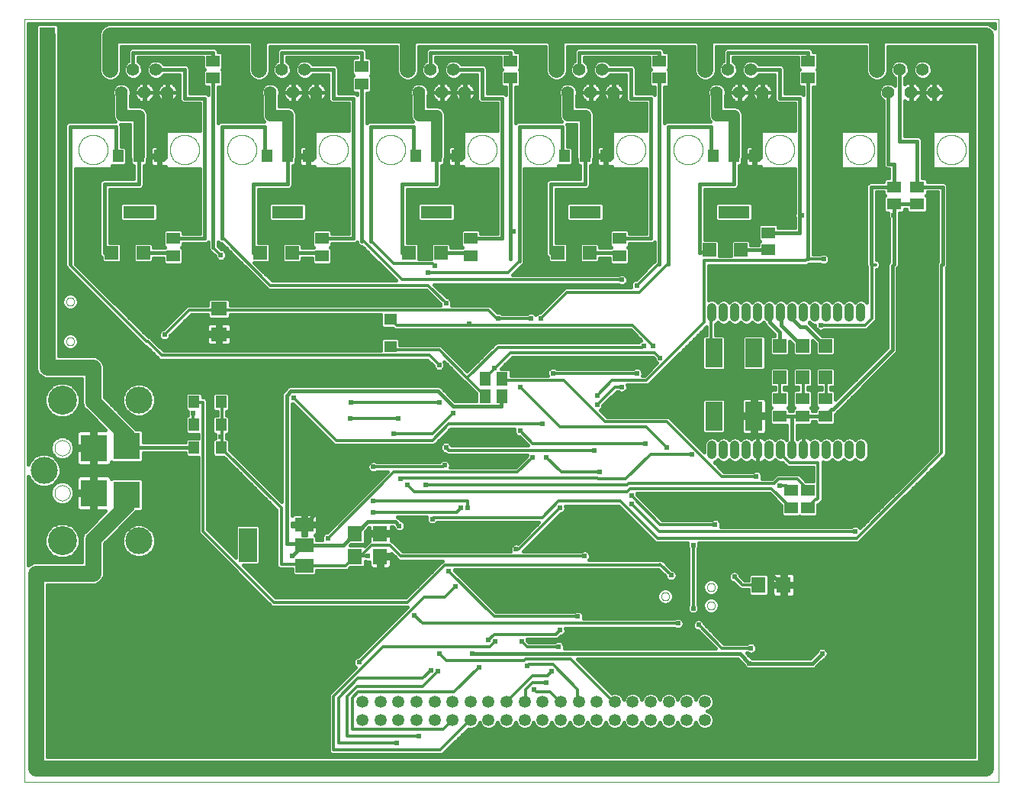
<source format=gbl>
G75*
%MOIN*%
%OFA0B0*%
%FSLAX24Y24*%
%IPPOS*%
%LPD*%
%AMOC8*
5,1,8,0,0,1.08239X$1,22.5*
%
%ADD10C,0.0000*%
%ADD11C,0.0551*%
%ADD12R,0.0512X0.0591*%
%ADD13R,0.0591X0.0512*%
%ADD14R,0.0591X0.0591*%
%ADD15R,0.0630X0.0709*%
%ADD16C,0.1181*%
%ADD17C,0.1266*%
%ADD18R,0.1181X0.1181*%
%ADD19R,0.0472X0.0551*%
%ADD20R,0.1378X0.0551*%
%ADD21R,0.0551X0.0472*%
%ADD22R,0.0709X0.0630*%
%ADD23R,0.0790X0.0590*%
%ADD24R,0.0790X0.1500*%
%ADD25R,0.0630X0.0512*%
%ADD26C,0.0413*%
%ADD27R,0.0750X0.1250*%
%ADD28C,0.0531*%
%ADD29C,0.0160*%
%ADD30C,0.0700*%
%ADD31R,0.0709X0.0709*%
%ADD32C,0.0180*%
%ADD33C,0.0240*%
%ADD34C,0.0500*%
%ADD35C,0.0140*%
%ADD36OC8,0.0240*%
%ADD37R,0.0356X0.0356*%
%ADD38C,0.0120*%
D10*
X000450Y000330D02*
X000450Y033626D01*
X043020Y033626D01*
X043020Y000330D01*
X000450Y000330D01*
X001769Y012946D02*
X001771Y012982D01*
X001777Y013018D01*
X001787Y013053D01*
X001800Y013087D01*
X001817Y013119D01*
X001837Y013149D01*
X001861Y013176D01*
X001887Y013201D01*
X001916Y013223D01*
X001947Y013242D01*
X001980Y013257D01*
X002014Y013269D01*
X002050Y013277D01*
X002086Y013281D01*
X002122Y013281D01*
X002158Y013277D01*
X002194Y013269D01*
X002228Y013257D01*
X002261Y013242D01*
X002292Y013223D01*
X002321Y013201D01*
X002347Y013176D01*
X002371Y013149D01*
X002391Y013119D01*
X002408Y013087D01*
X002421Y013053D01*
X002431Y013018D01*
X002437Y012982D01*
X002439Y012946D01*
X002437Y012910D01*
X002431Y012874D01*
X002421Y012839D01*
X002408Y012805D01*
X002391Y012773D01*
X002371Y012743D01*
X002347Y012716D01*
X002321Y012691D01*
X002292Y012669D01*
X002261Y012650D01*
X002228Y012635D01*
X002194Y012623D01*
X002158Y012615D01*
X002122Y012611D01*
X002086Y012611D01*
X002050Y012615D01*
X002014Y012623D01*
X001980Y012635D01*
X001947Y012650D01*
X001916Y012669D01*
X001887Y012691D01*
X001861Y012716D01*
X001837Y012743D01*
X001817Y012773D01*
X001800Y012805D01*
X001787Y012839D01*
X001777Y012874D01*
X001771Y012910D01*
X001769Y012946D01*
X001769Y014914D02*
X001771Y014950D01*
X001777Y014986D01*
X001787Y015021D01*
X001800Y015055D01*
X001817Y015087D01*
X001837Y015117D01*
X001861Y015144D01*
X001887Y015169D01*
X001916Y015191D01*
X001947Y015210D01*
X001980Y015225D01*
X002014Y015237D01*
X002050Y015245D01*
X002086Y015249D01*
X002122Y015249D01*
X002158Y015245D01*
X002194Y015237D01*
X002228Y015225D01*
X002261Y015210D01*
X002292Y015191D01*
X002321Y015169D01*
X002347Y015144D01*
X002371Y015117D01*
X002391Y015087D01*
X002408Y015055D01*
X002421Y015021D01*
X002431Y014986D01*
X002437Y014950D01*
X002439Y014914D01*
X002437Y014878D01*
X002431Y014842D01*
X002421Y014807D01*
X002408Y014773D01*
X002391Y014741D01*
X002371Y014711D01*
X002347Y014684D01*
X002321Y014659D01*
X002292Y014637D01*
X002261Y014618D01*
X002228Y014603D01*
X002194Y014591D01*
X002158Y014583D01*
X002122Y014579D01*
X002086Y014579D01*
X002050Y014583D01*
X002014Y014591D01*
X001980Y014603D01*
X001947Y014618D01*
X001916Y014637D01*
X001887Y014659D01*
X001861Y014684D01*
X001837Y014711D01*
X001817Y014741D01*
X001800Y014773D01*
X001787Y014807D01*
X001777Y014842D01*
X001771Y014878D01*
X001769Y014914D01*
X002273Y019564D02*
X002275Y019590D01*
X002281Y019616D01*
X002291Y019641D01*
X002304Y019664D01*
X002320Y019684D01*
X002340Y019702D01*
X002362Y019717D01*
X002385Y019729D01*
X002411Y019737D01*
X002437Y019741D01*
X002463Y019741D01*
X002489Y019737D01*
X002515Y019729D01*
X002539Y019717D01*
X002560Y019702D01*
X002580Y019684D01*
X002596Y019664D01*
X002609Y019641D01*
X002619Y019616D01*
X002625Y019590D01*
X002627Y019564D01*
X002625Y019538D01*
X002619Y019512D01*
X002609Y019487D01*
X002596Y019464D01*
X002580Y019444D01*
X002560Y019426D01*
X002538Y019411D01*
X002515Y019399D01*
X002489Y019391D01*
X002463Y019387D01*
X002437Y019387D01*
X002411Y019391D01*
X002385Y019399D01*
X002361Y019411D01*
X002340Y019426D01*
X002320Y019444D01*
X002304Y019464D01*
X002291Y019487D01*
X002281Y019512D01*
X002275Y019538D01*
X002273Y019564D01*
X002273Y021296D02*
X002275Y021322D01*
X002281Y021348D01*
X002291Y021373D01*
X002304Y021396D01*
X002320Y021416D01*
X002340Y021434D01*
X002362Y021449D01*
X002385Y021461D01*
X002411Y021469D01*
X002437Y021473D01*
X002463Y021473D01*
X002489Y021469D01*
X002515Y021461D01*
X002539Y021449D01*
X002560Y021434D01*
X002580Y021416D01*
X002596Y021396D01*
X002609Y021373D01*
X002619Y021348D01*
X002625Y021322D01*
X002627Y021296D01*
X002625Y021270D01*
X002619Y021244D01*
X002609Y021219D01*
X002596Y021196D01*
X002580Y021176D01*
X002560Y021158D01*
X002538Y021143D01*
X002515Y021131D01*
X002489Y021123D01*
X002463Y021119D01*
X002437Y021119D01*
X002411Y021123D01*
X002385Y021131D01*
X002361Y021143D01*
X002340Y021158D01*
X002320Y021176D01*
X002304Y021196D01*
X002291Y021219D01*
X002281Y021244D01*
X002275Y021270D01*
X002273Y021296D01*
X002810Y027930D02*
X002812Y027980D01*
X002818Y028030D01*
X002828Y028079D01*
X002841Y028128D01*
X002859Y028175D01*
X002880Y028221D01*
X002904Y028264D01*
X002932Y028306D01*
X002963Y028346D01*
X002997Y028383D01*
X003034Y028417D01*
X003074Y028448D01*
X003116Y028476D01*
X003159Y028500D01*
X003205Y028521D01*
X003252Y028539D01*
X003301Y028552D01*
X003350Y028562D01*
X003400Y028568D01*
X003450Y028570D01*
X003500Y028568D01*
X003550Y028562D01*
X003599Y028552D01*
X003648Y028539D01*
X003695Y028521D01*
X003741Y028500D01*
X003784Y028476D01*
X003826Y028448D01*
X003866Y028417D01*
X003903Y028383D01*
X003937Y028346D01*
X003968Y028306D01*
X003996Y028264D01*
X004020Y028221D01*
X004041Y028175D01*
X004059Y028128D01*
X004072Y028079D01*
X004082Y028030D01*
X004088Y027980D01*
X004090Y027930D01*
X004088Y027880D01*
X004082Y027830D01*
X004072Y027781D01*
X004059Y027732D01*
X004041Y027685D01*
X004020Y027639D01*
X003996Y027596D01*
X003968Y027554D01*
X003937Y027514D01*
X003903Y027477D01*
X003866Y027443D01*
X003826Y027412D01*
X003784Y027384D01*
X003741Y027360D01*
X003695Y027339D01*
X003648Y027321D01*
X003599Y027308D01*
X003550Y027298D01*
X003500Y027292D01*
X003450Y027290D01*
X003400Y027292D01*
X003350Y027298D01*
X003301Y027308D01*
X003252Y027321D01*
X003205Y027339D01*
X003159Y027360D01*
X003116Y027384D01*
X003074Y027412D01*
X003034Y027443D01*
X002997Y027477D01*
X002963Y027514D01*
X002932Y027554D01*
X002904Y027596D01*
X002880Y027639D01*
X002859Y027685D01*
X002841Y027732D01*
X002828Y027781D01*
X002818Y027830D01*
X002812Y027880D01*
X002810Y027930D01*
X006810Y027930D02*
X006812Y027980D01*
X006818Y028030D01*
X006828Y028079D01*
X006841Y028128D01*
X006859Y028175D01*
X006880Y028221D01*
X006904Y028264D01*
X006932Y028306D01*
X006963Y028346D01*
X006997Y028383D01*
X007034Y028417D01*
X007074Y028448D01*
X007116Y028476D01*
X007159Y028500D01*
X007205Y028521D01*
X007252Y028539D01*
X007301Y028552D01*
X007350Y028562D01*
X007400Y028568D01*
X007450Y028570D01*
X007500Y028568D01*
X007550Y028562D01*
X007599Y028552D01*
X007648Y028539D01*
X007695Y028521D01*
X007741Y028500D01*
X007784Y028476D01*
X007826Y028448D01*
X007866Y028417D01*
X007903Y028383D01*
X007937Y028346D01*
X007968Y028306D01*
X007996Y028264D01*
X008020Y028221D01*
X008041Y028175D01*
X008059Y028128D01*
X008072Y028079D01*
X008082Y028030D01*
X008088Y027980D01*
X008090Y027930D01*
X008088Y027880D01*
X008082Y027830D01*
X008072Y027781D01*
X008059Y027732D01*
X008041Y027685D01*
X008020Y027639D01*
X007996Y027596D01*
X007968Y027554D01*
X007937Y027514D01*
X007903Y027477D01*
X007866Y027443D01*
X007826Y027412D01*
X007784Y027384D01*
X007741Y027360D01*
X007695Y027339D01*
X007648Y027321D01*
X007599Y027308D01*
X007550Y027298D01*
X007500Y027292D01*
X007450Y027290D01*
X007400Y027292D01*
X007350Y027298D01*
X007301Y027308D01*
X007252Y027321D01*
X007205Y027339D01*
X007159Y027360D01*
X007116Y027384D01*
X007074Y027412D01*
X007034Y027443D01*
X006997Y027477D01*
X006963Y027514D01*
X006932Y027554D01*
X006904Y027596D01*
X006880Y027639D01*
X006859Y027685D01*
X006841Y027732D01*
X006828Y027781D01*
X006818Y027830D01*
X006812Y027880D01*
X006810Y027930D01*
X009310Y027930D02*
X009312Y027980D01*
X009318Y028030D01*
X009328Y028079D01*
X009341Y028128D01*
X009359Y028175D01*
X009380Y028221D01*
X009404Y028264D01*
X009432Y028306D01*
X009463Y028346D01*
X009497Y028383D01*
X009534Y028417D01*
X009574Y028448D01*
X009616Y028476D01*
X009659Y028500D01*
X009705Y028521D01*
X009752Y028539D01*
X009801Y028552D01*
X009850Y028562D01*
X009900Y028568D01*
X009950Y028570D01*
X010000Y028568D01*
X010050Y028562D01*
X010099Y028552D01*
X010148Y028539D01*
X010195Y028521D01*
X010241Y028500D01*
X010284Y028476D01*
X010326Y028448D01*
X010366Y028417D01*
X010403Y028383D01*
X010437Y028346D01*
X010468Y028306D01*
X010496Y028264D01*
X010520Y028221D01*
X010541Y028175D01*
X010559Y028128D01*
X010572Y028079D01*
X010582Y028030D01*
X010588Y027980D01*
X010590Y027930D01*
X010588Y027880D01*
X010582Y027830D01*
X010572Y027781D01*
X010559Y027732D01*
X010541Y027685D01*
X010520Y027639D01*
X010496Y027596D01*
X010468Y027554D01*
X010437Y027514D01*
X010403Y027477D01*
X010366Y027443D01*
X010326Y027412D01*
X010284Y027384D01*
X010241Y027360D01*
X010195Y027339D01*
X010148Y027321D01*
X010099Y027308D01*
X010050Y027298D01*
X010000Y027292D01*
X009950Y027290D01*
X009900Y027292D01*
X009850Y027298D01*
X009801Y027308D01*
X009752Y027321D01*
X009705Y027339D01*
X009659Y027360D01*
X009616Y027384D01*
X009574Y027412D01*
X009534Y027443D01*
X009497Y027477D01*
X009463Y027514D01*
X009432Y027554D01*
X009404Y027596D01*
X009380Y027639D01*
X009359Y027685D01*
X009341Y027732D01*
X009328Y027781D01*
X009318Y027830D01*
X009312Y027880D01*
X009310Y027930D01*
X013310Y027930D02*
X013312Y027980D01*
X013318Y028030D01*
X013328Y028079D01*
X013341Y028128D01*
X013359Y028175D01*
X013380Y028221D01*
X013404Y028264D01*
X013432Y028306D01*
X013463Y028346D01*
X013497Y028383D01*
X013534Y028417D01*
X013574Y028448D01*
X013616Y028476D01*
X013659Y028500D01*
X013705Y028521D01*
X013752Y028539D01*
X013801Y028552D01*
X013850Y028562D01*
X013900Y028568D01*
X013950Y028570D01*
X014000Y028568D01*
X014050Y028562D01*
X014099Y028552D01*
X014148Y028539D01*
X014195Y028521D01*
X014241Y028500D01*
X014284Y028476D01*
X014326Y028448D01*
X014366Y028417D01*
X014403Y028383D01*
X014437Y028346D01*
X014468Y028306D01*
X014496Y028264D01*
X014520Y028221D01*
X014541Y028175D01*
X014559Y028128D01*
X014572Y028079D01*
X014582Y028030D01*
X014588Y027980D01*
X014590Y027930D01*
X014588Y027880D01*
X014582Y027830D01*
X014572Y027781D01*
X014559Y027732D01*
X014541Y027685D01*
X014520Y027639D01*
X014496Y027596D01*
X014468Y027554D01*
X014437Y027514D01*
X014403Y027477D01*
X014366Y027443D01*
X014326Y027412D01*
X014284Y027384D01*
X014241Y027360D01*
X014195Y027339D01*
X014148Y027321D01*
X014099Y027308D01*
X014050Y027298D01*
X014000Y027292D01*
X013950Y027290D01*
X013900Y027292D01*
X013850Y027298D01*
X013801Y027308D01*
X013752Y027321D01*
X013705Y027339D01*
X013659Y027360D01*
X013616Y027384D01*
X013574Y027412D01*
X013534Y027443D01*
X013497Y027477D01*
X013463Y027514D01*
X013432Y027554D01*
X013404Y027596D01*
X013380Y027639D01*
X013359Y027685D01*
X013341Y027732D01*
X013328Y027781D01*
X013318Y027830D01*
X013312Y027880D01*
X013310Y027930D01*
X015810Y027930D02*
X015812Y027980D01*
X015818Y028030D01*
X015828Y028079D01*
X015841Y028128D01*
X015859Y028175D01*
X015880Y028221D01*
X015904Y028264D01*
X015932Y028306D01*
X015963Y028346D01*
X015997Y028383D01*
X016034Y028417D01*
X016074Y028448D01*
X016116Y028476D01*
X016159Y028500D01*
X016205Y028521D01*
X016252Y028539D01*
X016301Y028552D01*
X016350Y028562D01*
X016400Y028568D01*
X016450Y028570D01*
X016500Y028568D01*
X016550Y028562D01*
X016599Y028552D01*
X016648Y028539D01*
X016695Y028521D01*
X016741Y028500D01*
X016784Y028476D01*
X016826Y028448D01*
X016866Y028417D01*
X016903Y028383D01*
X016937Y028346D01*
X016968Y028306D01*
X016996Y028264D01*
X017020Y028221D01*
X017041Y028175D01*
X017059Y028128D01*
X017072Y028079D01*
X017082Y028030D01*
X017088Y027980D01*
X017090Y027930D01*
X017088Y027880D01*
X017082Y027830D01*
X017072Y027781D01*
X017059Y027732D01*
X017041Y027685D01*
X017020Y027639D01*
X016996Y027596D01*
X016968Y027554D01*
X016937Y027514D01*
X016903Y027477D01*
X016866Y027443D01*
X016826Y027412D01*
X016784Y027384D01*
X016741Y027360D01*
X016695Y027339D01*
X016648Y027321D01*
X016599Y027308D01*
X016550Y027298D01*
X016500Y027292D01*
X016450Y027290D01*
X016400Y027292D01*
X016350Y027298D01*
X016301Y027308D01*
X016252Y027321D01*
X016205Y027339D01*
X016159Y027360D01*
X016116Y027384D01*
X016074Y027412D01*
X016034Y027443D01*
X015997Y027477D01*
X015963Y027514D01*
X015932Y027554D01*
X015904Y027596D01*
X015880Y027639D01*
X015859Y027685D01*
X015841Y027732D01*
X015828Y027781D01*
X015818Y027830D01*
X015812Y027880D01*
X015810Y027930D01*
X019810Y027930D02*
X019812Y027980D01*
X019818Y028030D01*
X019828Y028079D01*
X019841Y028128D01*
X019859Y028175D01*
X019880Y028221D01*
X019904Y028264D01*
X019932Y028306D01*
X019963Y028346D01*
X019997Y028383D01*
X020034Y028417D01*
X020074Y028448D01*
X020116Y028476D01*
X020159Y028500D01*
X020205Y028521D01*
X020252Y028539D01*
X020301Y028552D01*
X020350Y028562D01*
X020400Y028568D01*
X020450Y028570D01*
X020500Y028568D01*
X020550Y028562D01*
X020599Y028552D01*
X020648Y028539D01*
X020695Y028521D01*
X020741Y028500D01*
X020784Y028476D01*
X020826Y028448D01*
X020866Y028417D01*
X020903Y028383D01*
X020937Y028346D01*
X020968Y028306D01*
X020996Y028264D01*
X021020Y028221D01*
X021041Y028175D01*
X021059Y028128D01*
X021072Y028079D01*
X021082Y028030D01*
X021088Y027980D01*
X021090Y027930D01*
X021088Y027880D01*
X021082Y027830D01*
X021072Y027781D01*
X021059Y027732D01*
X021041Y027685D01*
X021020Y027639D01*
X020996Y027596D01*
X020968Y027554D01*
X020937Y027514D01*
X020903Y027477D01*
X020866Y027443D01*
X020826Y027412D01*
X020784Y027384D01*
X020741Y027360D01*
X020695Y027339D01*
X020648Y027321D01*
X020599Y027308D01*
X020550Y027298D01*
X020500Y027292D01*
X020450Y027290D01*
X020400Y027292D01*
X020350Y027298D01*
X020301Y027308D01*
X020252Y027321D01*
X020205Y027339D01*
X020159Y027360D01*
X020116Y027384D01*
X020074Y027412D01*
X020034Y027443D01*
X019997Y027477D01*
X019963Y027514D01*
X019932Y027554D01*
X019904Y027596D01*
X019880Y027639D01*
X019859Y027685D01*
X019841Y027732D01*
X019828Y027781D01*
X019818Y027830D01*
X019812Y027880D01*
X019810Y027930D01*
X022310Y027930D02*
X022312Y027980D01*
X022318Y028030D01*
X022328Y028079D01*
X022341Y028128D01*
X022359Y028175D01*
X022380Y028221D01*
X022404Y028264D01*
X022432Y028306D01*
X022463Y028346D01*
X022497Y028383D01*
X022534Y028417D01*
X022574Y028448D01*
X022616Y028476D01*
X022659Y028500D01*
X022705Y028521D01*
X022752Y028539D01*
X022801Y028552D01*
X022850Y028562D01*
X022900Y028568D01*
X022950Y028570D01*
X023000Y028568D01*
X023050Y028562D01*
X023099Y028552D01*
X023148Y028539D01*
X023195Y028521D01*
X023241Y028500D01*
X023284Y028476D01*
X023326Y028448D01*
X023366Y028417D01*
X023403Y028383D01*
X023437Y028346D01*
X023468Y028306D01*
X023496Y028264D01*
X023520Y028221D01*
X023541Y028175D01*
X023559Y028128D01*
X023572Y028079D01*
X023582Y028030D01*
X023588Y027980D01*
X023590Y027930D01*
X023588Y027880D01*
X023582Y027830D01*
X023572Y027781D01*
X023559Y027732D01*
X023541Y027685D01*
X023520Y027639D01*
X023496Y027596D01*
X023468Y027554D01*
X023437Y027514D01*
X023403Y027477D01*
X023366Y027443D01*
X023326Y027412D01*
X023284Y027384D01*
X023241Y027360D01*
X023195Y027339D01*
X023148Y027321D01*
X023099Y027308D01*
X023050Y027298D01*
X023000Y027292D01*
X022950Y027290D01*
X022900Y027292D01*
X022850Y027298D01*
X022801Y027308D01*
X022752Y027321D01*
X022705Y027339D01*
X022659Y027360D01*
X022616Y027384D01*
X022574Y027412D01*
X022534Y027443D01*
X022497Y027477D01*
X022463Y027514D01*
X022432Y027554D01*
X022404Y027596D01*
X022380Y027639D01*
X022359Y027685D01*
X022341Y027732D01*
X022328Y027781D01*
X022318Y027830D01*
X022312Y027880D01*
X022310Y027930D01*
X026310Y027930D02*
X026312Y027980D01*
X026318Y028030D01*
X026328Y028079D01*
X026341Y028128D01*
X026359Y028175D01*
X026380Y028221D01*
X026404Y028264D01*
X026432Y028306D01*
X026463Y028346D01*
X026497Y028383D01*
X026534Y028417D01*
X026574Y028448D01*
X026616Y028476D01*
X026659Y028500D01*
X026705Y028521D01*
X026752Y028539D01*
X026801Y028552D01*
X026850Y028562D01*
X026900Y028568D01*
X026950Y028570D01*
X027000Y028568D01*
X027050Y028562D01*
X027099Y028552D01*
X027148Y028539D01*
X027195Y028521D01*
X027241Y028500D01*
X027284Y028476D01*
X027326Y028448D01*
X027366Y028417D01*
X027403Y028383D01*
X027437Y028346D01*
X027468Y028306D01*
X027496Y028264D01*
X027520Y028221D01*
X027541Y028175D01*
X027559Y028128D01*
X027572Y028079D01*
X027582Y028030D01*
X027588Y027980D01*
X027590Y027930D01*
X027588Y027880D01*
X027582Y027830D01*
X027572Y027781D01*
X027559Y027732D01*
X027541Y027685D01*
X027520Y027639D01*
X027496Y027596D01*
X027468Y027554D01*
X027437Y027514D01*
X027403Y027477D01*
X027366Y027443D01*
X027326Y027412D01*
X027284Y027384D01*
X027241Y027360D01*
X027195Y027339D01*
X027148Y027321D01*
X027099Y027308D01*
X027050Y027298D01*
X027000Y027292D01*
X026950Y027290D01*
X026900Y027292D01*
X026850Y027298D01*
X026801Y027308D01*
X026752Y027321D01*
X026705Y027339D01*
X026659Y027360D01*
X026616Y027384D01*
X026574Y027412D01*
X026534Y027443D01*
X026497Y027477D01*
X026463Y027514D01*
X026432Y027554D01*
X026404Y027596D01*
X026380Y027639D01*
X026359Y027685D01*
X026341Y027732D01*
X026328Y027781D01*
X026318Y027830D01*
X026312Y027880D01*
X026310Y027930D01*
X028810Y027930D02*
X028812Y027980D01*
X028818Y028030D01*
X028828Y028079D01*
X028841Y028128D01*
X028859Y028175D01*
X028880Y028221D01*
X028904Y028264D01*
X028932Y028306D01*
X028963Y028346D01*
X028997Y028383D01*
X029034Y028417D01*
X029074Y028448D01*
X029116Y028476D01*
X029159Y028500D01*
X029205Y028521D01*
X029252Y028539D01*
X029301Y028552D01*
X029350Y028562D01*
X029400Y028568D01*
X029450Y028570D01*
X029500Y028568D01*
X029550Y028562D01*
X029599Y028552D01*
X029648Y028539D01*
X029695Y028521D01*
X029741Y028500D01*
X029784Y028476D01*
X029826Y028448D01*
X029866Y028417D01*
X029903Y028383D01*
X029937Y028346D01*
X029968Y028306D01*
X029996Y028264D01*
X030020Y028221D01*
X030041Y028175D01*
X030059Y028128D01*
X030072Y028079D01*
X030082Y028030D01*
X030088Y027980D01*
X030090Y027930D01*
X030088Y027880D01*
X030082Y027830D01*
X030072Y027781D01*
X030059Y027732D01*
X030041Y027685D01*
X030020Y027639D01*
X029996Y027596D01*
X029968Y027554D01*
X029937Y027514D01*
X029903Y027477D01*
X029866Y027443D01*
X029826Y027412D01*
X029784Y027384D01*
X029741Y027360D01*
X029695Y027339D01*
X029648Y027321D01*
X029599Y027308D01*
X029550Y027298D01*
X029500Y027292D01*
X029450Y027290D01*
X029400Y027292D01*
X029350Y027298D01*
X029301Y027308D01*
X029252Y027321D01*
X029205Y027339D01*
X029159Y027360D01*
X029116Y027384D01*
X029074Y027412D01*
X029034Y027443D01*
X028997Y027477D01*
X028963Y027514D01*
X028932Y027554D01*
X028904Y027596D01*
X028880Y027639D01*
X028859Y027685D01*
X028841Y027732D01*
X028828Y027781D01*
X028818Y027830D01*
X028812Y027880D01*
X028810Y027930D01*
X032810Y027930D02*
X032812Y027980D01*
X032818Y028030D01*
X032828Y028079D01*
X032841Y028128D01*
X032859Y028175D01*
X032880Y028221D01*
X032904Y028264D01*
X032932Y028306D01*
X032963Y028346D01*
X032997Y028383D01*
X033034Y028417D01*
X033074Y028448D01*
X033116Y028476D01*
X033159Y028500D01*
X033205Y028521D01*
X033252Y028539D01*
X033301Y028552D01*
X033350Y028562D01*
X033400Y028568D01*
X033450Y028570D01*
X033500Y028568D01*
X033550Y028562D01*
X033599Y028552D01*
X033648Y028539D01*
X033695Y028521D01*
X033741Y028500D01*
X033784Y028476D01*
X033826Y028448D01*
X033866Y028417D01*
X033903Y028383D01*
X033937Y028346D01*
X033968Y028306D01*
X033996Y028264D01*
X034020Y028221D01*
X034041Y028175D01*
X034059Y028128D01*
X034072Y028079D01*
X034082Y028030D01*
X034088Y027980D01*
X034090Y027930D01*
X034088Y027880D01*
X034082Y027830D01*
X034072Y027781D01*
X034059Y027732D01*
X034041Y027685D01*
X034020Y027639D01*
X033996Y027596D01*
X033968Y027554D01*
X033937Y027514D01*
X033903Y027477D01*
X033866Y027443D01*
X033826Y027412D01*
X033784Y027384D01*
X033741Y027360D01*
X033695Y027339D01*
X033648Y027321D01*
X033599Y027308D01*
X033550Y027298D01*
X033500Y027292D01*
X033450Y027290D01*
X033400Y027292D01*
X033350Y027298D01*
X033301Y027308D01*
X033252Y027321D01*
X033205Y027339D01*
X033159Y027360D01*
X033116Y027384D01*
X033074Y027412D01*
X033034Y027443D01*
X032997Y027477D01*
X032963Y027514D01*
X032932Y027554D01*
X032904Y027596D01*
X032880Y027639D01*
X032859Y027685D01*
X032841Y027732D01*
X032828Y027781D01*
X032818Y027830D01*
X032812Y027880D01*
X032810Y027930D01*
X036310Y027930D02*
X036312Y027980D01*
X036318Y028030D01*
X036328Y028079D01*
X036341Y028128D01*
X036359Y028175D01*
X036380Y028221D01*
X036404Y028264D01*
X036432Y028306D01*
X036463Y028346D01*
X036497Y028383D01*
X036534Y028417D01*
X036574Y028448D01*
X036616Y028476D01*
X036659Y028500D01*
X036705Y028521D01*
X036752Y028539D01*
X036801Y028552D01*
X036850Y028562D01*
X036900Y028568D01*
X036950Y028570D01*
X037000Y028568D01*
X037050Y028562D01*
X037099Y028552D01*
X037148Y028539D01*
X037195Y028521D01*
X037241Y028500D01*
X037284Y028476D01*
X037326Y028448D01*
X037366Y028417D01*
X037403Y028383D01*
X037437Y028346D01*
X037468Y028306D01*
X037496Y028264D01*
X037520Y028221D01*
X037541Y028175D01*
X037559Y028128D01*
X037572Y028079D01*
X037582Y028030D01*
X037588Y027980D01*
X037590Y027930D01*
X037588Y027880D01*
X037582Y027830D01*
X037572Y027781D01*
X037559Y027732D01*
X037541Y027685D01*
X037520Y027639D01*
X037496Y027596D01*
X037468Y027554D01*
X037437Y027514D01*
X037403Y027477D01*
X037366Y027443D01*
X037326Y027412D01*
X037284Y027384D01*
X037241Y027360D01*
X037195Y027339D01*
X037148Y027321D01*
X037099Y027308D01*
X037050Y027298D01*
X037000Y027292D01*
X036950Y027290D01*
X036900Y027292D01*
X036850Y027298D01*
X036801Y027308D01*
X036752Y027321D01*
X036705Y027339D01*
X036659Y027360D01*
X036616Y027384D01*
X036574Y027412D01*
X036534Y027443D01*
X036497Y027477D01*
X036463Y027514D01*
X036432Y027554D01*
X036404Y027596D01*
X036380Y027639D01*
X036359Y027685D01*
X036341Y027732D01*
X036328Y027781D01*
X036318Y027830D01*
X036312Y027880D01*
X036310Y027930D01*
X040310Y027930D02*
X040312Y027980D01*
X040318Y028030D01*
X040328Y028079D01*
X040341Y028128D01*
X040359Y028175D01*
X040380Y028221D01*
X040404Y028264D01*
X040432Y028306D01*
X040463Y028346D01*
X040497Y028383D01*
X040534Y028417D01*
X040574Y028448D01*
X040616Y028476D01*
X040659Y028500D01*
X040705Y028521D01*
X040752Y028539D01*
X040801Y028552D01*
X040850Y028562D01*
X040900Y028568D01*
X040950Y028570D01*
X041000Y028568D01*
X041050Y028562D01*
X041099Y028552D01*
X041148Y028539D01*
X041195Y028521D01*
X041241Y028500D01*
X041284Y028476D01*
X041326Y028448D01*
X041366Y028417D01*
X041403Y028383D01*
X041437Y028346D01*
X041468Y028306D01*
X041496Y028264D01*
X041520Y028221D01*
X041541Y028175D01*
X041559Y028128D01*
X041572Y028079D01*
X041582Y028030D01*
X041588Y027980D01*
X041590Y027930D01*
X041588Y027880D01*
X041582Y027830D01*
X041572Y027781D01*
X041559Y027732D01*
X041541Y027685D01*
X041520Y027639D01*
X041496Y027596D01*
X041468Y027554D01*
X041437Y027514D01*
X041403Y027477D01*
X041366Y027443D01*
X041326Y027412D01*
X041284Y027384D01*
X041241Y027360D01*
X041195Y027339D01*
X041148Y027321D01*
X041099Y027308D01*
X041050Y027298D01*
X041000Y027292D01*
X040950Y027290D01*
X040900Y027292D01*
X040850Y027298D01*
X040801Y027308D01*
X040752Y027321D01*
X040705Y027339D01*
X040659Y027360D01*
X040616Y027384D01*
X040574Y027412D01*
X040534Y027443D01*
X040497Y027477D01*
X040463Y027514D01*
X040432Y027554D01*
X040404Y027596D01*
X040380Y027639D01*
X040359Y027685D01*
X040341Y027732D01*
X040328Y027781D01*
X040318Y027830D01*
X040312Y027880D01*
X040310Y027930D01*
X030275Y008830D02*
X030277Y008856D01*
X030283Y008882D01*
X030292Y008906D01*
X030305Y008929D01*
X030322Y008949D01*
X030341Y008967D01*
X030363Y008982D01*
X030386Y008993D01*
X030411Y009001D01*
X030437Y009005D01*
X030463Y009005D01*
X030489Y009001D01*
X030514Y008993D01*
X030538Y008982D01*
X030559Y008967D01*
X030578Y008949D01*
X030595Y008929D01*
X030608Y008906D01*
X030617Y008882D01*
X030623Y008856D01*
X030625Y008830D01*
X030623Y008804D01*
X030617Y008778D01*
X030608Y008754D01*
X030595Y008731D01*
X030578Y008711D01*
X030559Y008693D01*
X030537Y008678D01*
X030514Y008667D01*
X030489Y008659D01*
X030463Y008655D01*
X030437Y008655D01*
X030411Y008659D01*
X030386Y008667D01*
X030362Y008678D01*
X030341Y008693D01*
X030322Y008711D01*
X030305Y008731D01*
X030292Y008754D01*
X030283Y008778D01*
X030277Y008804D01*
X030275Y008830D01*
X030275Y008030D02*
X030277Y008056D01*
X030283Y008082D01*
X030292Y008106D01*
X030305Y008129D01*
X030322Y008149D01*
X030341Y008167D01*
X030363Y008182D01*
X030386Y008193D01*
X030411Y008201D01*
X030437Y008205D01*
X030463Y008205D01*
X030489Y008201D01*
X030514Y008193D01*
X030538Y008182D01*
X030559Y008167D01*
X030578Y008149D01*
X030595Y008129D01*
X030608Y008106D01*
X030617Y008082D01*
X030623Y008056D01*
X030625Y008030D01*
X030623Y008004D01*
X030617Y007978D01*
X030608Y007954D01*
X030595Y007931D01*
X030578Y007911D01*
X030559Y007893D01*
X030537Y007878D01*
X030514Y007867D01*
X030489Y007859D01*
X030463Y007855D01*
X030437Y007855D01*
X030411Y007859D01*
X030386Y007867D01*
X030362Y007878D01*
X030341Y007893D01*
X030322Y007911D01*
X030305Y007931D01*
X030292Y007954D01*
X030283Y007978D01*
X030277Y008004D01*
X030275Y008030D01*
X028275Y008430D02*
X028277Y008456D01*
X028283Y008482D01*
X028292Y008506D01*
X028305Y008529D01*
X028322Y008549D01*
X028341Y008567D01*
X028363Y008582D01*
X028386Y008593D01*
X028411Y008601D01*
X028437Y008605D01*
X028463Y008605D01*
X028489Y008601D01*
X028514Y008593D01*
X028538Y008582D01*
X028559Y008567D01*
X028578Y008549D01*
X028595Y008529D01*
X028608Y008506D01*
X028617Y008482D01*
X028623Y008456D01*
X028625Y008430D01*
X028623Y008404D01*
X028617Y008378D01*
X028608Y008354D01*
X028595Y008331D01*
X028578Y008311D01*
X028559Y008293D01*
X028537Y008278D01*
X028514Y008267D01*
X028489Y008259D01*
X028463Y008255D01*
X028437Y008255D01*
X028411Y008259D01*
X028386Y008267D01*
X028362Y008278D01*
X028341Y008293D01*
X028322Y008311D01*
X028305Y008331D01*
X028292Y008354D01*
X028283Y008378D01*
X028277Y008404D01*
X028275Y008430D01*
D11*
X026200Y030430D03*
X025200Y030430D03*
X024200Y030430D03*
X023700Y031430D03*
X024700Y031430D03*
X025700Y031430D03*
X030200Y031430D03*
X031200Y031430D03*
X032200Y031430D03*
X031700Y030430D03*
X032700Y030430D03*
X030700Y030430D03*
X037700Y031430D03*
X038700Y031430D03*
X039700Y031430D03*
X039200Y030430D03*
X038200Y030430D03*
X040200Y030430D03*
X019700Y030430D03*
X018700Y030430D03*
X017700Y030430D03*
X017200Y031430D03*
X018200Y031430D03*
X019200Y031430D03*
X013200Y030430D03*
X012200Y030430D03*
X011200Y030430D03*
X010700Y031430D03*
X011700Y031430D03*
X012700Y031430D03*
X006700Y030430D03*
X005700Y030430D03*
X004700Y030430D03*
X004200Y031430D03*
X005200Y031430D03*
X006200Y031430D03*
D12*
X020576Y017930D03*
X021324Y017930D03*
X021324Y017180D03*
X020576Y017180D03*
D13*
X019950Y023306D03*
X019950Y024054D03*
X013450Y024054D03*
X013450Y023306D03*
X006950Y023306D03*
X006950Y024054D03*
X015200Y030806D03*
X015200Y031554D03*
X008700Y031804D03*
X008700Y031056D03*
X021700Y031056D03*
X021700Y031804D03*
X028200Y031804D03*
X028200Y031056D03*
X034700Y031056D03*
X034700Y031804D03*
X032950Y024304D03*
X032950Y023556D03*
X026450Y023306D03*
X026450Y024054D03*
X033450Y017054D03*
X033450Y016306D03*
X034450Y016306D03*
X034450Y017054D03*
X035450Y017054D03*
X035450Y016306D03*
X034700Y013054D03*
X033950Y013054D03*
X033950Y012306D03*
X034700Y012306D03*
D14*
X034450Y017991D03*
X033450Y017991D03*
X033450Y019369D03*
X034450Y019369D03*
X035450Y019369D03*
X035450Y017991D03*
X031764Y023555D03*
X030386Y023555D03*
X025139Y023430D03*
X023761Y023430D03*
X018639Y023430D03*
X017261Y023430D03*
X012139Y023430D03*
X010761Y023430D03*
X005639Y023430D03*
X004261Y023430D03*
D15*
X014899Y011180D03*
X016001Y011180D03*
X016001Y010180D03*
X014899Y010180D03*
X032524Y008930D03*
X033626Y008930D03*
D16*
X005450Y010859D03*
X001316Y013930D03*
X005450Y017001D03*
D17*
X002104Y017001D03*
X002104Y010859D03*
D18*
X003481Y012946D03*
X004919Y012867D03*
X004919Y014993D03*
X003481Y014914D03*
D19*
X007859Y014930D03*
X009041Y014930D03*
X009041Y015930D03*
X007859Y015930D03*
X007859Y016930D03*
X009041Y016930D03*
X011040Y027650D03*
X011950Y027650D03*
X012860Y027650D03*
X017540Y027650D03*
X018450Y027650D03*
X019360Y027650D03*
X024040Y027650D03*
X024950Y027650D03*
X025860Y027650D03*
X030540Y027650D03*
X031450Y027650D03*
X032360Y027650D03*
X006360Y027650D03*
X005450Y027650D03*
X004540Y027650D03*
D20*
X005450Y025210D03*
X011950Y025210D03*
X018450Y025210D03*
X024950Y025210D03*
X031450Y025210D03*
D21*
X016450Y020521D03*
X016450Y019339D03*
D22*
X008950Y019879D03*
X008950Y020981D03*
D23*
X012690Y011570D03*
X012690Y010670D03*
X012690Y009770D03*
D24*
X010210Y010680D03*
D25*
X038450Y025556D03*
X038450Y026304D03*
X039450Y026304D03*
X039450Y025556D03*
D26*
X037000Y021037D02*
X037000Y020623D01*
X036500Y020623D02*
X036500Y021037D01*
X036000Y021037D02*
X036000Y020623D01*
X035500Y020623D02*
X035500Y021037D01*
X035000Y021037D02*
X035000Y020623D01*
X034500Y020623D02*
X034500Y021037D01*
X034000Y021037D02*
X034000Y020623D01*
X033500Y020623D02*
X033500Y021037D01*
X033000Y021037D02*
X033000Y020623D01*
X032500Y020623D02*
X032500Y021037D01*
X032000Y021037D02*
X032000Y020623D01*
X031500Y020623D02*
X031500Y021037D01*
X031000Y021037D02*
X031000Y020623D01*
X030500Y020623D02*
X030500Y021037D01*
X030500Y015037D02*
X030500Y014623D01*
X031000Y014623D02*
X031000Y015037D01*
X031500Y015037D02*
X031500Y014623D01*
X032000Y014623D02*
X032000Y015037D01*
X032500Y015037D02*
X032500Y014623D01*
X033000Y014623D02*
X033000Y015037D01*
X033500Y015037D02*
X033500Y014623D01*
X034000Y014623D02*
X034000Y015037D01*
X034500Y015037D02*
X034500Y014623D01*
X035000Y014623D02*
X035000Y015037D01*
X035500Y015037D02*
X035500Y014623D01*
X036000Y014623D02*
X036000Y015037D01*
X036500Y015037D02*
X036500Y014623D01*
X037000Y014623D02*
X037000Y015037D01*
D27*
X032325Y016305D03*
X030575Y016305D03*
X030575Y019055D03*
X032325Y019055D03*
D28*
X030180Y003824D03*
X029393Y003824D03*
X028606Y003824D03*
X027818Y003824D03*
X027031Y003824D03*
X026243Y003824D03*
X025456Y003824D03*
X024669Y003824D03*
X023881Y003824D03*
X023094Y003824D03*
X022306Y003824D03*
X021519Y003824D03*
X020731Y003824D03*
X019944Y003824D03*
X019157Y003824D03*
X018369Y003824D03*
X017582Y003824D03*
X016794Y003824D03*
X016007Y003824D03*
X015220Y003824D03*
X015220Y003036D03*
X016007Y003036D03*
X016794Y003036D03*
X017582Y003036D03*
X018369Y003036D03*
X019157Y003036D03*
X019944Y003036D03*
X020731Y003036D03*
X021519Y003036D03*
X022306Y003036D03*
X023094Y003036D03*
X023881Y003036D03*
X024669Y003036D03*
X025456Y003036D03*
X026243Y003036D03*
X027031Y003036D03*
X027818Y003036D03*
X028606Y003036D03*
X029393Y003036D03*
X030180Y003036D03*
D29*
X029816Y002857D02*
X029758Y002857D01*
X029737Y002806D02*
X029787Y002927D01*
X029836Y002806D01*
X029950Y002692D01*
X030100Y002631D01*
X030261Y002631D01*
X030410Y002692D01*
X030524Y002806D01*
X030586Y002956D01*
X030586Y003117D01*
X030524Y003266D01*
X030410Y003380D01*
X030290Y003430D01*
X030410Y003480D01*
X030524Y003594D01*
X030586Y003743D01*
X030586Y003904D01*
X030524Y004054D01*
X030410Y004168D01*
X030261Y004229D01*
X030100Y004229D01*
X029950Y004168D01*
X029836Y004054D01*
X029787Y003933D01*
X029737Y004054D01*
X029623Y004168D01*
X029474Y004229D01*
X029312Y004229D01*
X029163Y004168D01*
X029049Y004054D01*
X028999Y003933D01*
X028949Y004054D01*
X028835Y004168D01*
X028686Y004229D01*
X028525Y004229D01*
X028376Y004168D01*
X028262Y004054D01*
X028212Y003933D01*
X028162Y004054D01*
X028048Y004168D01*
X027899Y004229D01*
X027737Y004229D01*
X027588Y004168D01*
X027474Y004054D01*
X027424Y003933D01*
X027375Y004054D01*
X027261Y004168D01*
X027111Y004229D01*
X026950Y004229D01*
X026801Y004168D01*
X026687Y004054D01*
X026637Y003933D01*
X026587Y004054D01*
X026473Y004168D01*
X026324Y004229D01*
X026163Y004229D01*
X026110Y004207D01*
X024617Y005700D01*
X031615Y005700D01*
X031880Y005435D01*
X031910Y005363D01*
X031983Y005290D01*
X032078Y005250D01*
X032182Y005250D01*
X032254Y005280D01*
X034985Y005280D01*
X035120Y005415D01*
X035385Y005680D01*
X035457Y005710D01*
X035530Y005783D01*
X035570Y005878D01*
X035570Y005982D01*
X035530Y006077D01*
X035457Y006150D01*
X035362Y006190D01*
X035258Y006190D01*
X035163Y006150D01*
X035090Y006077D01*
X035060Y006005D01*
X034795Y005740D01*
X032254Y005740D01*
X032205Y005760D01*
X032005Y005960D01*
X032032Y005960D01*
X032043Y005950D01*
X032138Y005910D01*
X032242Y005910D01*
X032337Y005950D01*
X032410Y006023D01*
X032450Y006118D01*
X032450Y006222D01*
X032410Y006317D01*
X032337Y006390D01*
X032242Y006430D01*
X032138Y006430D01*
X032043Y006390D01*
X032032Y006380D01*
X031017Y006380D01*
X030170Y007227D01*
X030170Y007242D01*
X030130Y007337D01*
X030057Y007410D01*
X029962Y007450D01*
X029858Y007450D01*
X029763Y007410D01*
X029690Y007337D01*
X029650Y007242D01*
X029650Y007138D01*
X029690Y007043D01*
X029763Y006970D01*
X029858Y006930D01*
X029873Y006930D01*
X030643Y006160D01*
X024042Y006160D01*
X024050Y006178D01*
X024050Y006282D01*
X024010Y006377D01*
X023937Y006450D01*
X023842Y006490D01*
X023738Y006490D01*
X023643Y006450D01*
X023632Y006440D01*
X022497Y006440D01*
X022430Y006507D01*
X022430Y006522D01*
X022414Y006560D01*
X023757Y006560D01*
X023880Y006683D01*
X023887Y006690D01*
X023902Y006690D01*
X023997Y006730D01*
X024070Y006803D01*
X024110Y006898D01*
X024110Y007002D01*
X024094Y007040D01*
X028852Y007040D01*
X028863Y007030D01*
X028958Y006990D01*
X029062Y006990D01*
X029157Y007030D01*
X029230Y007103D01*
X029270Y007198D01*
X029270Y007302D01*
X029230Y007397D01*
X029157Y007470D01*
X029062Y007510D01*
X028958Y007510D01*
X028863Y007470D01*
X028852Y007460D01*
X024874Y007460D01*
X024890Y007498D01*
X024890Y007602D01*
X024850Y007697D01*
X024777Y007770D01*
X024682Y007810D01*
X024578Y007810D01*
X024483Y007770D01*
X024472Y007760D01*
X021057Y007760D01*
X019250Y009567D01*
X019250Y009582D01*
X019244Y009595D01*
X028168Y009595D01*
X028450Y009313D01*
X028450Y009298D01*
X028490Y009203D01*
X028563Y009130D01*
X028658Y009090D01*
X028762Y009090D01*
X028857Y009130D01*
X028930Y009203D01*
X028970Y009298D01*
X028970Y009402D01*
X028930Y009497D01*
X028857Y009570D01*
X028762Y009610D01*
X028747Y009610D01*
X028342Y010015D01*
X028317Y010040D01*
X028143Y010040D01*
X028118Y010015D01*
X025123Y010015D01*
X025150Y010043D01*
X025190Y010138D01*
X025190Y010242D01*
X025150Y010337D01*
X025077Y010410D01*
X024982Y010450D01*
X024878Y010450D01*
X024783Y010410D01*
X024772Y010400D01*
X022257Y010400D01*
X022260Y010403D01*
X023887Y012030D01*
X023902Y012030D01*
X023997Y012070D01*
X024070Y012143D01*
X024110Y012238D01*
X024110Y012342D01*
X024094Y012380D01*
X026403Y012380D01*
X027900Y010883D01*
X028023Y010760D01*
X029426Y010760D01*
X029410Y010722D01*
X029410Y010618D01*
X029450Y010523D01*
X029460Y010512D01*
X029460Y008068D01*
X029450Y008057D01*
X029410Y007962D01*
X029410Y007858D01*
X029450Y007763D01*
X029523Y007690D01*
X029618Y007650D01*
X029722Y007650D01*
X029817Y007690D01*
X029890Y007763D01*
X029930Y007858D01*
X029930Y007962D01*
X029890Y008057D01*
X029880Y008068D01*
X029880Y010512D01*
X029890Y010523D01*
X029930Y010618D01*
X029930Y010722D01*
X029914Y010760D01*
X036897Y010760D01*
X040740Y014603D01*
X040740Y022774D01*
X040746Y022790D01*
X040795Y022839D01*
X040795Y022917D01*
X040802Y022936D01*
X040795Y022952D01*
X040795Y026395D01*
X040666Y026524D01*
X039905Y026524D01*
X039905Y026618D01*
X039823Y026700D01*
X039670Y026700D01*
X039670Y028396D01*
X039541Y028525D01*
X038920Y028525D01*
X038920Y030070D01*
X038961Y030040D01*
X039025Y030008D01*
X039093Y029986D01*
X039164Y029974D01*
X039191Y029974D01*
X039191Y030421D01*
X039209Y030421D01*
X039209Y030439D01*
X039191Y030439D01*
X039191Y030886D01*
X039164Y030886D01*
X039093Y030874D01*
X039025Y030852D01*
X038961Y030820D01*
X038920Y030790D01*
X038920Y031071D01*
X038935Y031078D01*
X039052Y031195D01*
X039116Y031347D01*
X039116Y031513D01*
X039052Y031665D01*
X038935Y031782D01*
X038783Y031846D01*
X038617Y031846D01*
X038465Y031782D01*
X038348Y031665D01*
X038284Y031513D01*
X038284Y031347D01*
X038348Y031195D01*
X038465Y031078D01*
X038480Y031071D01*
X038480Y030738D01*
X038435Y030782D01*
X038283Y030846D01*
X038117Y030846D01*
X037965Y030782D01*
X037848Y030665D01*
X037784Y030513D01*
X037784Y030347D01*
X037848Y030195D01*
X037965Y030078D01*
X037980Y030071D01*
X037980Y027214D01*
X038109Y027085D01*
X038230Y027085D01*
X038230Y026700D01*
X038077Y026700D01*
X037995Y026618D01*
X037995Y026524D01*
X037359Y026524D01*
X037230Y026395D01*
X037230Y022839D01*
X037260Y022809D01*
X037260Y021267D01*
X037196Y021331D01*
X037069Y021383D01*
X036931Y021383D01*
X036804Y021331D01*
X036750Y021277D01*
X036696Y021331D01*
X036569Y021383D01*
X036431Y021383D01*
X036304Y021331D01*
X036250Y021277D01*
X036196Y021331D01*
X036069Y021383D01*
X035931Y021383D01*
X035804Y021331D01*
X035750Y021277D01*
X035696Y021331D01*
X035569Y021383D01*
X035431Y021383D01*
X035304Y021331D01*
X035250Y021277D01*
X035196Y021331D01*
X035069Y021383D01*
X034931Y021383D01*
X034804Y021331D01*
X034750Y021277D01*
X034696Y021331D01*
X034569Y021383D01*
X034431Y021383D01*
X034304Y021331D01*
X034250Y021277D01*
X034196Y021331D01*
X034069Y021383D01*
X033931Y021383D01*
X033804Y021331D01*
X033750Y021277D01*
X033696Y021331D01*
X033569Y021383D01*
X033431Y021383D01*
X033304Y021331D01*
X033250Y021277D01*
X033196Y021331D01*
X033069Y021383D01*
X032931Y021383D01*
X032804Y021331D01*
X032750Y021277D01*
X032696Y021331D01*
X032569Y021383D01*
X032431Y021383D01*
X032304Y021331D01*
X032250Y021277D01*
X032196Y021331D01*
X032069Y021383D01*
X031931Y021383D01*
X031804Y021331D01*
X031750Y021277D01*
X031696Y021331D01*
X031569Y021383D01*
X031431Y021383D01*
X031304Y021331D01*
X031250Y021277D01*
X031196Y021331D01*
X031069Y021383D01*
X030931Y021383D01*
X030804Y021331D01*
X030750Y021277D01*
X030696Y021331D01*
X030569Y021383D01*
X030431Y021383D01*
X030360Y021354D01*
X030360Y022880D01*
X034677Y022880D01*
X034734Y022937D01*
X034767Y022923D01*
X034810Y022940D01*
X035212Y022940D01*
X035223Y022930D01*
X035318Y022890D01*
X035422Y022890D01*
X035517Y022930D01*
X035590Y023003D01*
X035630Y023098D01*
X035630Y023202D01*
X035590Y023297D01*
X035517Y023370D01*
X035422Y023410D01*
X035318Y023410D01*
X035223Y023370D01*
X035212Y023360D01*
X034920Y023360D01*
X034920Y030660D01*
X035053Y030660D01*
X035135Y030742D01*
X035135Y031370D01*
X035075Y031430D01*
X035135Y031490D01*
X035135Y032118D01*
X035053Y032200D01*
X034920Y032200D01*
X034920Y032271D01*
X034791Y032400D01*
X031109Y032400D01*
X030980Y032271D01*
X030980Y031789D01*
X030965Y031782D01*
X030848Y031665D01*
X030784Y031513D01*
X030784Y031347D01*
X030848Y031195D01*
X030965Y031078D01*
X031117Y031014D01*
X031283Y031014D01*
X031435Y031078D01*
X031552Y031195D01*
X031616Y031347D01*
X031616Y031513D01*
X031552Y031665D01*
X031435Y031782D01*
X031420Y031789D01*
X031420Y031960D01*
X034265Y031960D01*
X034265Y031490D01*
X034325Y031430D01*
X034265Y031370D01*
X034265Y030742D01*
X034347Y030660D01*
X034480Y030660D01*
X034480Y030336D01*
X034416Y030400D01*
X033670Y030400D01*
X033670Y031521D01*
X033541Y031650D01*
X032559Y031650D01*
X032552Y031665D01*
X032435Y031782D01*
X032283Y031846D01*
X032117Y031846D01*
X031965Y031782D01*
X031848Y031665D01*
X031784Y031513D01*
X031784Y031347D01*
X031848Y031195D01*
X031965Y031078D01*
X032117Y031014D01*
X032283Y031014D01*
X032435Y031078D01*
X032552Y031195D01*
X032559Y031210D01*
X033230Y031210D01*
X033230Y030089D01*
X033359Y029960D01*
X034105Y029960D01*
X034105Y028760D01*
X032667Y028760D01*
X032620Y028713D01*
X032620Y028106D01*
X032620Y028106D01*
X032398Y028106D01*
X032398Y027688D01*
X032620Y027688D01*
X032620Y027612D01*
X032398Y027612D01*
X032398Y027688D01*
X032322Y027688D01*
X032322Y027612D01*
X032398Y027612D01*
X032398Y027194D01*
X032620Y027194D01*
X032620Y027195D01*
X032620Y027147D01*
X032667Y027100D01*
X034105Y027100D01*
X034105Y025175D01*
X034095Y025165D01*
X034095Y024975D01*
X034105Y024965D01*
X034105Y024524D01*
X033385Y024524D01*
X033385Y024618D01*
X033303Y024700D01*
X032597Y024700D01*
X032515Y024618D01*
X032515Y023990D01*
X032575Y023930D01*
X032515Y023870D01*
X032515Y023775D01*
X032199Y023775D01*
X032199Y023908D01*
X032117Y023990D01*
X031411Y023990D01*
X031329Y023908D01*
X031329Y023300D01*
X030821Y023300D01*
X030821Y023908D01*
X030739Y023990D01*
X030170Y023990D01*
X030170Y026210D01*
X031541Y026210D01*
X031670Y026339D01*
X031670Y027234D01*
X031744Y027234D01*
X031826Y027316D01*
X031826Y027539D01*
X031840Y027573D01*
X031840Y029508D01*
X031781Y029651D01*
X031671Y029761D01*
X031528Y029820D01*
X031090Y029820D01*
X031090Y030286D01*
X031116Y030347D01*
X031116Y030513D01*
X031052Y030665D01*
X030935Y030782D01*
X030783Y030846D01*
X030617Y030846D01*
X030465Y030782D01*
X030348Y030665D01*
X030284Y030513D01*
X030284Y030347D01*
X030310Y030286D01*
X030310Y029352D01*
X030369Y029209D01*
X030428Y029150D01*
X028484Y029150D01*
X028420Y029086D01*
X028420Y030660D01*
X028553Y030660D01*
X028635Y030742D01*
X028635Y031370D01*
X028575Y031430D01*
X028635Y031490D01*
X028635Y032118D01*
X028553Y032200D01*
X028420Y032200D01*
X028420Y032271D01*
X028291Y032400D01*
X024609Y032400D01*
X024480Y032271D01*
X024480Y031789D01*
X024465Y031782D01*
X024348Y031665D01*
X024284Y031513D01*
X024284Y031347D01*
X024348Y031195D01*
X024465Y031078D01*
X024617Y031014D01*
X024783Y031014D01*
X024935Y031078D01*
X025052Y031195D01*
X025116Y031347D01*
X025116Y031513D01*
X025052Y031665D01*
X024935Y031782D01*
X024920Y031789D01*
X024920Y031960D01*
X027765Y031960D01*
X027765Y031490D01*
X027825Y031430D01*
X027765Y031370D01*
X027765Y030742D01*
X027847Y030660D01*
X027980Y030660D01*
X027980Y030336D01*
X027916Y030400D01*
X027170Y030400D01*
X027170Y031521D01*
X027041Y031650D01*
X026059Y031650D01*
X026052Y031665D01*
X025935Y031782D01*
X025783Y031846D01*
X025617Y031846D01*
X025465Y031782D01*
X025348Y031665D01*
X025284Y031513D01*
X025284Y031347D01*
X025348Y031195D01*
X025465Y031078D01*
X025617Y031014D01*
X025783Y031014D01*
X025935Y031078D01*
X026052Y031195D01*
X026059Y031210D01*
X026730Y031210D01*
X026730Y030089D01*
X026859Y029960D01*
X027605Y029960D01*
X027605Y028760D01*
X026167Y028760D01*
X026120Y028713D01*
X026120Y028106D01*
X026120Y028106D01*
X025898Y028106D01*
X025898Y027688D01*
X026120Y027688D01*
X026120Y027612D01*
X025898Y027612D01*
X025898Y027688D01*
X025822Y027688D01*
X025822Y027612D01*
X025898Y027612D01*
X025898Y027194D01*
X026120Y027194D01*
X026120Y027195D01*
X026120Y027147D01*
X026167Y027100D01*
X027605Y027100D01*
X027605Y024274D01*
X026885Y024274D01*
X026885Y024368D01*
X026803Y024450D01*
X026097Y024450D01*
X026015Y024368D01*
X026015Y023740D01*
X026075Y023680D01*
X026045Y023650D01*
X025574Y023650D01*
X025574Y023783D01*
X025492Y023865D01*
X024786Y023865D01*
X024704Y023783D01*
X024704Y023077D01*
X024786Y022995D01*
X025492Y022995D01*
X025574Y023077D01*
X025574Y023210D01*
X026015Y023210D01*
X026015Y022992D01*
X026097Y022910D01*
X026803Y022910D01*
X026885Y022992D01*
X026885Y023620D01*
X027980Y023620D01*
X027980Y023462D02*
X026885Y023462D01*
X026885Y023620D02*
X026825Y023680D01*
X026885Y023740D01*
X026885Y023834D01*
X027916Y023834D01*
X027980Y023898D01*
X027980Y023077D01*
X027900Y022997D01*
X027173Y022270D01*
X027158Y022270D01*
X027063Y022230D01*
X026990Y022157D01*
X026950Y022062D01*
X026950Y021958D01*
X026966Y021920D01*
X024063Y021920D01*
X023940Y021797D01*
X023940Y021797D01*
X022973Y020830D01*
X022958Y020830D01*
X022863Y020790D01*
X022800Y020728D01*
X022737Y020790D01*
X022642Y020830D01*
X022538Y020830D01*
X022443Y020790D01*
X022432Y020780D01*
X021308Y020780D01*
X021297Y020790D01*
X021202Y020830D01*
X021127Y020830D01*
X020817Y021140D01*
X019114Y021140D01*
X019130Y021178D01*
X019130Y021282D01*
X019090Y021377D01*
X019017Y021450D01*
X018922Y021490D01*
X018907Y021490D01*
X018357Y022040D01*
X026392Y022040D01*
X026403Y022030D01*
X026498Y021990D01*
X026602Y021990D01*
X026697Y022030D01*
X026770Y022103D01*
X026810Y022198D01*
X026810Y022302D01*
X026770Y022397D01*
X026697Y022470D01*
X026602Y022510D01*
X026498Y022510D01*
X026403Y022470D01*
X026392Y022460D01*
X021777Y022460D01*
X022152Y022835D01*
X022166Y022835D01*
X022295Y022964D01*
X022295Y027100D01*
X023733Y027100D01*
X023780Y027147D01*
X023780Y027234D01*
X024334Y027234D01*
X024416Y027316D01*
X024416Y027984D01*
X024334Y028066D01*
X024170Y028066D01*
X024170Y029021D01*
X024151Y029040D01*
X024560Y029040D01*
X024560Y027573D01*
X024574Y027539D01*
X024574Y027316D01*
X024656Y027234D01*
X024730Y027234D01*
X024730Y026650D01*
X023359Y026650D01*
X023230Y026521D01*
X023230Y023339D01*
X023326Y023243D01*
X023326Y023077D01*
X023408Y022995D01*
X024114Y022995D01*
X024196Y023077D01*
X024196Y023783D01*
X024114Y023865D01*
X023670Y023865D01*
X023670Y026210D01*
X025041Y026210D01*
X025170Y026339D01*
X025170Y027234D01*
X025244Y027234D01*
X025326Y027316D01*
X025326Y027539D01*
X025340Y027573D01*
X025340Y029508D01*
X025281Y029651D01*
X025171Y029761D01*
X025028Y029820D01*
X024590Y029820D01*
X024590Y030286D01*
X024616Y030347D01*
X024616Y030513D01*
X024552Y030665D01*
X024435Y030782D01*
X024283Y030846D01*
X024117Y030846D01*
X023965Y030782D01*
X023848Y030665D01*
X023784Y030513D01*
X023784Y030347D01*
X023810Y030286D01*
X023810Y029352D01*
X023869Y029209D01*
X023928Y029150D01*
X021984Y029150D01*
X021920Y029086D01*
X021920Y030660D01*
X022053Y030660D01*
X022135Y030742D01*
X022135Y031370D01*
X022075Y031430D01*
X022135Y031490D01*
X022135Y032118D01*
X022053Y032200D01*
X021920Y032200D01*
X021920Y032271D01*
X021791Y032400D01*
X018109Y032400D01*
X017980Y032271D01*
X017980Y031789D01*
X017965Y031782D01*
X017848Y031665D01*
X017784Y031513D01*
X017784Y031347D01*
X017848Y031195D01*
X017965Y031078D01*
X018117Y031014D01*
X018283Y031014D01*
X018435Y031078D01*
X018552Y031195D01*
X018616Y031347D01*
X018616Y031513D01*
X018552Y031665D01*
X018435Y031782D01*
X018420Y031789D01*
X018420Y031960D01*
X021265Y031960D01*
X021265Y031490D01*
X021325Y031430D01*
X021265Y031370D01*
X021265Y030742D01*
X021347Y030660D01*
X021480Y030660D01*
X021480Y030336D01*
X021416Y030400D01*
X020670Y030400D01*
X020670Y031521D01*
X020541Y031650D01*
X019559Y031650D01*
X019552Y031665D01*
X019435Y031782D01*
X019283Y031846D01*
X019117Y031846D01*
X018965Y031782D01*
X018848Y031665D01*
X018784Y031513D01*
X018784Y031347D01*
X018848Y031195D01*
X018965Y031078D01*
X019117Y031014D01*
X019283Y031014D01*
X019435Y031078D01*
X019552Y031195D01*
X019559Y031210D01*
X020230Y031210D01*
X020230Y030089D01*
X020359Y029960D01*
X021105Y029960D01*
X021105Y028760D01*
X019667Y028760D01*
X019620Y028713D01*
X019620Y028106D01*
X019620Y028106D01*
X019398Y028106D01*
X019398Y027688D01*
X019620Y027688D01*
X019620Y027612D01*
X019398Y027612D01*
X019398Y027688D01*
X019322Y027688D01*
X019322Y027612D01*
X019398Y027612D01*
X019398Y027194D01*
X019620Y027194D01*
X019620Y027195D01*
X019620Y027147D01*
X019667Y027100D01*
X021105Y027100D01*
X021105Y024274D01*
X020385Y024274D01*
X020385Y024368D01*
X020303Y024450D01*
X019597Y024450D01*
X019515Y024368D01*
X019515Y023740D01*
X019575Y023680D01*
X019545Y023650D01*
X019074Y023650D01*
X019074Y023783D01*
X018992Y023865D01*
X018286Y023865D01*
X018204Y023783D01*
X018204Y023180D01*
X017696Y023180D01*
X017696Y023783D01*
X017614Y023865D01*
X017170Y023865D01*
X017170Y026210D01*
X018541Y026210D01*
X018670Y026339D01*
X018670Y027234D01*
X018744Y027234D01*
X018826Y027316D01*
X018826Y027539D01*
X018840Y027573D01*
X018840Y029508D01*
X018781Y029651D01*
X018671Y029761D01*
X018528Y029820D01*
X018090Y029820D01*
X018090Y030286D01*
X018116Y030347D01*
X018116Y030513D01*
X018052Y030665D01*
X017935Y030782D01*
X017783Y030846D01*
X017617Y030846D01*
X017465Y030782D01*
X017348Y030665D01*
X017284Y030513D01*
X017284Y030347D01*
X017310Y030286D01*
X017310Y029352D01*
X017369Y029209D01*
X017428Y029150D01*
X015484Y029150D01*
X015420Y029086D01*
X015420Y030410D01*
X015553Y030410D01*
X015635Y030492D01*
X015635Y031120D01*
X015575Y031180D01*
X015635Y031240D01*
X015635Y031868D01*
X015553Y031950D01*
X015420Y031950D01*
X015420Y032271D01*
X015291Y032400D01*
X011609Y032400D01*
X011480Y032271D01*
X011480Y031789D01*
X011465Y031782D01*
X011348Y031665D01*
X011284Y031513D01*
X011284Y031347D01*
X011348Y031195D01*
X011465Y031078D01*
X011617Y031014D01*
X011783Y031014D01*
X011935Y031078D01*
X012052Y031195D01*
X012116Y031347D01*
X012116Y031513D01*
X012052Y031665D01*
X011935Y031782D01*
X011920Y031789D01*
X011920Y031960D01*
X014980Y031960D01*
X014980Y031950D01*
X014847Y031950D01*
X014765Y031868D01*
X014765Y031240D01*
X014825Y031180D01*
X014765Y031120D01*
X014765Y030492D01*
X014847Y030410D01*
X014980Y030410D01*
X014980Y030336D01*
X014916Y030400D01*
X014170Y030400D01*
X014170Y031521D01*
X014041Y031650D01*
X013059Y031650D01*
X013052Y031665D01*
X012935Y031782D01*
X012783Y031846D01*
X012617Y031846D01*
X012465Y031782D01*
X012348Y031665D01*
X012284Y031513D01*
X012284Y031347D01*
X012348Y031195D01*
X012465Y031078D01*
X012617Y031014D01*
X012783Y031014D01*
X012935Y031078D01*
X013052Y031195D01*
X013059Y031210D01*
X013730Y031210D01*
X013730Y030089D01*
X013859Y029960D01*
X014605Y029960D01*
X014605Y028760D01*
X013167Y028760D01*
X013120Y028713D01*
X013120Y028106D01*
X013120Y028106D01*
X012898Y028106D01*
X012898Y027688D01*
X013120Y027688D01*
X013120Y027612D01*
X012898Y027612D01*
X012898Y027688D01*
X012822Y027688D01*
X012822Y027612D01*
X012898Y027612D01*
X012898Y027194D01*
X013120Y027194D01*
X013120Y027195D01*
X013120Y027147D01*
X013167Y027100D01*
X014605Y027100D01*
X014605Y024274D01*
X013885Y024274D01*
X013885Y024368D01*
X013803Y024450D01*
X013097Y024450D01*
X013015Y024368D01*
X013015Y023740D01*
X013075Y023680D01*
X013045Y023650D01*
X012574Y023650D01*
X012574Y023783D01*
X012492Y023865D01*
X011786Y023865D01*
X011704Y023783D01*
X011704Y023077D01*
X011786Y022995D01*
X012492Y022995D01*
X012574Y023077D01*
X012574Y023210D01*
X013015Y023210D01*
X013015Y022992D01*
X013097Y022910D01*
X013803Y022910D01*
X013885Y022992D01*
X013885Y023620D01*
X015283Y023620D01*
X015193Y023710D02*
X015109Y023710D01*
X014980Y023839D01*
X014980Y023898D01*
X014916Y023834D01*
X013885Y023834D01*
X013885Y023740D01*
X013825Y023680D01*
X013885Y023620D01*
X013885Y023462D02*
X015441Y023462D01*
X015600Y023303D02*
X013885Y023303D01*
X013885Y023145D02*
X015758Y023145D01*
X015917Y022986D02*
X013879Y022986D01*
X013450Y023306D02*
X013450Y023430D01*
X012139Y023430D01*
X011704Y023462D02*
X011196Y023462D01*
X011196Y023620D02*
X011704Y023620D01*
X011704Y023779D02*
X011196Y023779D01*
X011196Y023783D02*
X011114Y023865D01*
X010670Y023865D01*
X010670Y026210D01*
X012041Y026210D01*
X012170Y026339D01*
X012170Y027234D01*
X012244Y027234D01*
X012326Y027316D01*
X012326Y027539D01*
X012340Y027573D01*
X012340Y029508D01*
X012281Y029651D01*
X012171Y029761D01*
X012028Y029820D01*
X011590Y029820D01*
X011590Y030286D01*
X011616Y030347D01*
X011616Y030513D01*
X011552Y030665D01*
X011435Y030782D01*
X011283Y030846D01*
X011117Y030846D01*
X010965Y030782D01*
X010848Y030665D01*
X010784Y030513D01*
X010784Y030347D01*
X010810Y030286D01*
X010810Y029352D01*
X010869Y029209D01*
X010928Y029150D01*
X008984Y029150D01*
X008920Y029086D01*
X008920Y030660D01*
X009053Y030660D01*
X009135Y030742D01*
X009135Y031370D01*
X009075Y031430D01*
X009135Y031490D01*
X009135Y032118D01*
X009053Y032200D01*
X008920Y032200D01*
X008920Y032271D01*
X008791Y032400D01*
X005109Y032400D01*
X004980Y032271D01*
X004980Y031789D01*
X004965Y031782D01*
X004848Y031665D01*
X004784Y031513D01*
X004784Y031347D01*
X004848Y031195D01*
X004965Y031078D01*
X005117Y031014D01*
X005283Y031014D01*
X005435Y031078D01*
X005552Y031195D01*
X005616Y031347D01*
X005616Y031513D01*
X005552Y031665D01*
X005435Y031782D01*
X005420Y031789D01*
X005420Y031960D01*
X008265Y031960D01*
X008265Y031490D01*
X008325Y031430D01*
X008265Y031370D01*
X008265Y030742D01*
X008347Y030660D01*
X008480Y030660D01*
X008480Y030336D01*
X008416Y030400D01*
X007670Y030400D01*
X007670Y031521D01*
X007541Y031650D01*
X006559Y031650D01*
X006552Y031665D01*
X006435Y031782D01*
X006283Y031846D01*
X006117Y031846D01*
X005965Y031782D01*
X005848Y031665D01*
X005784Y031513D01*
X005784Y031347D01*
X005848Y031195D01*
X005965Y031078D01*
X006117Y031014D01*
X006283Y031014D01*
X006435Y031078D01*
X006552Y031195D01*
X006559Y031210D01*
X007230Y031210D01*
X007230Y030089D01*
X007359Y029960D01*
X008105Y029960D01*
X008105Y028760D01*
X006667Y028760D01*
X006620Y028713D01*
X006620Y028106D01*
X006620Y028106D01*
X006398Y028106D01*
X006398Y027688D01*
X006620Y027688D01*
X006620Y027612D01*
X006398Y027612D01*
X006398Y027688D01*
X006322Y027688D01*
X006322Y027612D01*
X006398Y027612D01*
X006398Y027194D01*
X006620Y027194D01*
X006620Y027195D01*
X006620Y027147D01*
X006667Y027100D01*
X008105Y027100D01*
X008105Y024274D01*
X007385Y024274D01*
X007385Y024368D01*
X007303Y024450D01*
X006597Y024450D01*
X006515Y024368D01*
X006515Y023740D01*
X006575Y023680D01*
X006545Y023650D01*
X006074Y023650D01*
X006074Y023783D01*
X005992Y023865D01*
X005286Y023865D01*
X005204Y023783D01*
X005204Y023077D01*
X005286Y022995D01*
X005992Y022995D01*
X006074Y023077D01*
X006074Y023210D01*
X006515Y023210D01*
X006515Y022992D01*
X006597Y022910D01*
X007303Y022910D01*
X007385Y022992D01*
X007385Y023620D01*
X008480Y023620D01*
X008480Y023639D02*
X008480Y023589D01*
X008520Y023549D01*
X008520Y023543D01*
X008563Y023500D01*
X008595Y023447D01*
X008623Y023440D01*
X008770Y023293D01*
X008770Y023278D01*
X008810Y023183D01*
X008883Y023110D01*
X008978Y023070D01*
X009082Y023070D01*
X009177Y023110D01*
X009250Y023183D01*
X009290Y023278D01*
X009290Y023382D01*
X009250Y023477D01*
X009177Y023550D01*
X009082Y023590D01*
X009067Y023590D01*
X008920Y023737D01*
X008920Y023899D01*
X008984Y023835D01*
X009068Y023835D01*
X011103Y021800D01*
X018003Y021800D01*
X018610Y021193D01*
X018610Y021178D01*
X018626Y021140D01*
X009444Y021140D01*
X009444Y021354D01*
X009362Y021436D01*
X008538Y021436D01*
X008456Y021354D01*
X008456Y021140D01*
X007563Y021140D01*
X007440Y021017D01*
X006533Y020110D01*
X006518Y020110D01*
X006423Y020070D01*
X006350Y019997D01*
X006310Y019902D01*
X006310Y019798D01*
X006350Y019703D01*
X006423Y019630D01*
X006518Y019590D01*
X006622Y019590D01*
X006717Y019630D01*
X006790Y019703D01*
X006830Y019798D01*
X006830Y019813D01*
X007737Y020720D01*
X008456Y020720D01*
X008456Y020608D01*
X008538Y020526D01*
X009362Y020526D01*
X009444Y020608D01*
X009444Y020720D01*
X016034Y020720D01*
X016034Y020226D01*
X016116Y020144D01*
X016539Y020144D01*
X016623Y020060D01*
X026943Y020060D01*
X027398Y019605D01*
X027363Y019590D01*
X027292Y019520D01*
X021063Y019520D01*
X019800Y018257D01*
X018657Y019400D01*
X016866Y019400D01*
X016866Y019634D01*
X016784Y019716D01*
X016116Y019716D01*
X016034Y019634D01*
X016034Y019160D01*
X006537Y019160D01*
X006060Y019637D01*
X005937Y019760D01*
X005877Y019760D01*
X002700Y022937D01*
X002700Y022957D01*
X002670Y022987D01*
X002670Y027100D01*
X004233Y027100D01*
X004280Y027147D01*
X004280Y027234D01*
X004834Y027234D01*
X004916Y027316D01*
X004916Y027984D01*
X004834Y028066D01*
X004670Y028066D01*
X004670Y029021D01*
X004651Y029040D01*
X005060Y029040D01*
X005060Y027573D01*
X005074Y027539D01*
X005074Y027316D01*
X005156Y027234D01*
X005230Y027234D01*
X005230Y026650D01*
X003859Y026650D01*
X003730Y026521D01*
X003730Y023339D01*
X003826Y023243D01*
X003826Y023077D01*
X003908Y022995D01*
X004614Y022995D01*
X004696Y023077D01*
X004696Y023783D01*
X004614Y023865D01*
X004170Y023865D01*
X004170Y026210D01*
X005541Y026210D01*
X005670Y026339D01*
X005670Y027234D01*
X005744Y027234D01*
X005826Y027316D01*
X005826Y027539D01*
X005840Y027573D01*
X005840Y029508D01*
X005781Y029651D01*
X005671Y029761D01*
X005528Y029820D01*
X005090Y029820D01*
X005090Y030286D01*
X005116Y030347D01*
X005116Y030513D01*
X005052Y030665D01*
X004935Y030782D01*
X004783Y030846D01*
X004617Y030846D01*
X004465Y030782D01*
X004348Y030665D01*
X004284Y030513D01*
X004284Y030347D01*
X004310Y030286D01*
X004310Y029352D01*
X004369Y029209D01*
X004428Y029150D01*
X002359Y029150D01*
X002230Y029021D01*
X002230Y022839D01*
X002280Y022789D01*
X002280Y022763D01*
X002403Y022640D01*
X005580Y019463D01*
X005703Y019340D01*
X005763Y019340D01*
X006363Y018740D01*
X018063Y018740D01*
X018310Y018493D01*
X018310Y018478D01*
X018350Y018383D01*
X018423Y018310D01*
X018518Y018270D01*
X018622Y018270D01*
X018717Y018310D01*
X018790Y018383D01*
X018830Y018478D01*
X018830Y018582D01*
X018794Y018669D01*
X019590Y017873D01*
X019713Y017750D01*
X019713Y017750D01*
X020180Y017283D01*
X020180Y016960D01*
X019265Y016960D01*
X018740Y017485D01*
X018605Y017620D01*
X011995Y017620D01*
X011815Y017440D01*
X011680Y017305D01*
X011680Y012577D01*
X009417Y014840D01*
X009417Y015264D01*
X009335Y015346D01*
X009300Y015346D01*
X009300Y015514D01*
X009335Y015514D01*
X009417Y015596D01*
X009417Y016264D01*
X009335Y016346D01*
X009300Y016346D01*
X009300Y016514D01*
X009335Y016514D01*
X009417Y016596D01*
X009417Y017264D01*
X009335Y017346D01*
X008746Y017346D01*
X008664Y017264D01*
X008664Y016596D01*
X008746Y016514D01*
X008880Y016514D01*
X008880Y016346D01*
X008746Y016346D01*
X008664Y016264D01*
X008664Y015596D01*
X008746Y015514D01*
X008792Y015514D01*
X008770Y015462D01*
X008770Y015358D01*
X008775Y015346D01*
X008746Y015346D01*
X008664Y015264D01*
X008664Y014596D01*
X008746Y014514D01*
X009149Y014514D01*
X011460Y012203D01*
X011460Y009743D01*
X011583Y009620D01*
X012155Y009620D01*
X012155Y009417D01*
X012237Y009335D01*
X013143Y009335D01*
X013225Y009417D01*
X013225Y009560D01*
X014577Y009560D01*
X014700Y009683D01*
X014703Y009686D01*
X015272Y009686D01*
X015354Y009768D01*
X015354Y009948D01*
X015398Y009930D01*
X015502Y009930D01*
X015506Y009932D01*
X015506Y009802D01*
X015518Y009756D01*
X015542Y009715D01*
X015576Y009682D01*
X015617Y009658D01*
X015663Y009646D01*
X015924Y009646D01*
X015924Y010103D01*
X016079Y010103D01*
X016079Y010257D01*
X016496Y010257D01*
X016496Y010287D01*
X016680Y010103D01*
X016803Y009980D01*
X018703Y009980D01*
X018615Y009892D01*
X017113Y008390D01*
X011427Y008390D01*
X010027Y009790D01*
X010663Y009790D01*
X010745Y009872D01*
X010745Y011488D01*
X010663Y011570D01*
X009757Y011570D01*
X009675Y011488D01*
X009675Y010142D01*
X008460Y011357D01*
X008460Y016997D01*
X008337Y017120D01*
X008236Y017120D01*
X008236Y017264D01*
X008154Y017346D01*
X007565Y017346D01*
X007483Y017264D01*
X007483Y016596D01*
X007565Y016514D01*
X007584Y016514D01*
X007570Y016482D01*
X007570Y016378D01*
X007584Y016346D01*
X007565Y016346D01*
X007483Y016264D01*
X007483Y015596D01*
X007565Y015514D01*
X008040Y015514D01*
X008040Y015346D01*
X007565Y015346D01*
X007483Y015264D01*
X007483Y015160D01*
X005649Y015160D01*
X005649Y015642D01*
X005567Y015724D01*
X005340Y015724D01*
X005334Y015739D01*
X003940Y017133D01*
X003940Y018527D01*
X003865Y018708D01*
X003728Y018845D01*
X003547Y018920D01*
X001940Y018920D01*
X001940Y032513D01*
X001944Y032518D01*
X001944Y033342D01*
X001862Y033424D01*
X001038Y033424D01*
X000956Y033342D01*
X000956Y032518D01*
X000960Y032513D01*
X000960Y018333D01*
X001035Y018152D01*
X001172Y018015D01*
X001353Y017940D01*
X002960Y017940D01*
X002960Y016833D01*
X003035Y016652D01*
X003172Y016515D01*
X004002Y015685D01*
X003561Y015685D01*
X003561Y014994D01*
X003401Y014994D01*
X003401Y014834D01*
X002711Y014834D01*
X002711Y014300D01*
X002723Y014254D01*
X002747Y014213D01*
X002780Y014180D01*
X002821Y014156D01*
X002867Y014144D01*
X003401Y014144D01*
X003401Y014834D01*
X003561Y014834D01*
X003561Y014144D01*
X004096Y014144D01*
X004142Y014156D01*
X004183Y014180D01*
X004216Y014213D01*
X004240Y014254D01*
X004248Y014285D01*
X004270Y014262D01*
X005567Y014262D01*
X005649Y014344D01*
X005649Y014700D01*
X007483Y014700D01*
X007483Y014596D01*
X007565Y014514D01*
X008040Y014514D01*
X008040Y011183D01*
X011253Y007970D01*
X017193Y007970D01*
X015033Y005810D01*
X015018Y005810D01*
X014923Y005770D01*
X014850Y005697D01*
X014810Y005602D01*
X014810Y005498D01*
X014850Y005403D01*
X014918Y005335D01*
X013863Y004280D01*
X013740Y004157D01*
X013740Y001643D01*
X013863Y001520D01*
X018717Y001520D01*
X019838Y002641D01*
X019863Y002631D01*
X020025Y002631D01*
X020174Y002692D01*
X020288Y002806D01*
X020338Y002927D01*
X020388Y002806D01*
X020502Y002692D01*
X020651Y002631D01*
X020812Y002631D01*
X020961Y002692D01*
X021075Y002806D01*
X021125Y002927D01*
X021175Y002806D01*
X021289Y002692D01*
X021438Y002631D01*
X021600Y002631D01*
X021749Y002692D01*
X021863Y002806D01*
X021913Y002927D01*
X021962Y002806D01*
X022076Y002692D01*
X022226Y002631D01*
X022387Y002631D01*
X022536Y002692D01*
X022650Y002806D01*
X022700Y002927D01*
X022750Y002806D01*
X022864Y002692D01*
X023013Y002631D01*
X023174Y002631D01*
X023324Y002692D01*
X023438Y002806D01*
X023487Y002927D01*
X023537Y002806D01*
X023651Y002692D01*
X023800Y002631D01*
X023962Y002631D01*
X024111Y002692D01*
X024225Y002806D01*
X024275Y002927D01*
X024325Y002806D01*
X024439Y002692D01*
X024588Y002631D01*
X024749Y002631D01*
X024898Y002692D01*
X025012Y002806D01*
X025062Y002927D01*
X025112Y002806D01*
X025226Y002692D01*
X025375Y002631D01*
X025537Y002631D01*
X025686Y002692D01*
X025800Y002806D01*
X025850Y002927D01*
X025899Y002806D01*
X026013Y002692D01*
X026163Y002631D01*
X026324Y002631D01*
X026473Y002692D01*
X026587Y002806D01*
X026637Y002927D01*
X026687Y002806D01*
X026801Y002692D01*
X026950Y002631D01*
X027111Y002631D01*
X027261Y002692D01*
X027375Y002806D01*
X027424Y002927D01*
X027474Y002806D01*
X027588Y002692D01*
X027737Y002631D01*
X027899Y002631D01*
X028048Y002692D01*
X028162Y002806D01*
X028212Y002927D01*
X028262Y002806D01*
X028376Y002692D01*
X028525Y002631D01*
X028686Y002631D01*
X028835Y002692D01*
X028949Y002806D01*
X028999Y002927D01*
X029049Y002806D01*
X029163Y002692D01*
X029312Y002631D01*
X029474Y002631D01*
X029623Y002692D01*
X029737Y002806D01*
X029628Y002698D02*
X029945Y002698D01*
X030416Y002698D02*
X041960Y002698D01*
X041960Y002540D02*
X019736Y002540D01*
X019578Y002381D02*
X041960Y002381D01*
X041960Y002223D02*
X019419Y002223D01*
X019261Y002064D02*
X041960Y002064D01*
X041960Y001906D02*
X019102Y001906D01*
X018944Y001747D02*
X041960Y001747D01*
X041960Y001589D02*
X018785Y001589D01*
X020180Y002698D02*
X020496Y002698D01*
X020367Y002857D02*
X020309Y002857D01*
X020967Y002698D02*
X021283Y002698D01*
X021154Y002857D02*
X021096Y002857D01*
X021754Y002698D02*
X022071Y002698D01*
X021942Y002857D02*
X021884Y002857D01*
X022542Y002698D02*
X022858Y002698D01*
X022729Y002857D02*
X022671Y002857D01*
X023329Y002698D02*
X023646Y002698D01*
X023516Y002857D02*
X023458Y002857D01*
X024117Y002698D02*
X024433Y002698D01*
X024304Y002857D02*
X024246Y002857D01*
X024904Y002698D02*
X025220Y002698D01*
X025091Y002857D02*
X025033Y002857D01*
X025691Y002698D02*
X026008Y002698D01*
X025879Y002857D02*
X025821Y002857D01*
X026479Y002698D02*
X026795Y002698D01*
X026666Y002857D02*
X026608Y002857D01*
X027266Y002698D02*
X027583Y002698D01*
X027453Y002857D02*
X027395Y002857D01*
X028054Y002698D02*
X028370Y002698D01*
X028241Y002857D02*
X028183Y002857D01*
X028841Y002698D02*
X029157Y002698D01*
X029028Y002857D02*
X028970Y002857D01*
X028986Y003966D02*
X029013Y003966D01*
X029120Y004125D02*
X028879Y004125D01*
X028333Y004125D02*
X028091Y004125D01*
X028198Y003966D02*
X028225Y003966D01*
X027545Y004125D02*
X027304Y004125D01*
X027411Y003966D02*
X027438Y003966D01*
X026758Y004125D02*
X026516Y004125D01*
X026624Y003966D02*
X026650Y003966D01*
X026034Y004283D02*
X041960Y004283D01*
X041960Y004125D02*
X030453Y004125D01*
X030561Y003966D02*
X041960Y003966D01*
X041960Y003808D02*
X030586Y003808D01*
X030547Y003649D02*
X041960Y003649D01*
X041960Y003491D02*
X030421Y003491D01*
X030458Y003332D02*
X041960Y003332D01*
X041960Y003174D02*
X030563Y003174D01*
X030586Y003015D02*
X041960Y003015D01*
X041960Y002857D02*
X030545Y002857D01*
X029800Y003966D02*
X029773Y003966D01*
X029666Y004125D02*
X029907Y004125D01*
X031764Y005551D02*
X024766Y005551D01*
X024924Y005393D02*
X031897Y005393D01*
X032097Y005868D02*
X034923Y005868D01*
X035069Y006027D02*
X032412Y006027D01*
X032450Y006185D02*
X035246Y006185D01*
X035374Y006185D02*
X041960Y006185D01*
X041960Y006027D02*
X035551Y006027D01*
X035566Y005868D02*
X041960Y005868D01*
X041960Y005710D02*
X035457Y005710D01*
X035256Y005551D02*
X041960Y005551D01*
X041960Y005393D02*
X035098Y005393D01*
X032384Y006344D02*
X041960Y006344D01*
X041960Y006502D02*
X030895Y006502D01*
X030736Y006661D02*
X041960Y006661D01*
X041960Y006819D02*
X030578Y006819D01*
X030419Y006978D02*
X041960Y006978D01*
X041960Y007136D02*
X030261Y007136D01*
X030148Y007295D02*
X041960Y007295D01*
X041960Y007453D02*
X029175Y007453D01*
X029270Y007295D02*
X029672Y007295D01*
X029651Y007136D02*
X029244Y007136D01*
X029755Y006978D02*
X024110Y006978D01*
X024077Y006819D02*
X029984Y006819D01*
X030143Y006661D02*
X023857Y006661D01*
X024024Y006344D02*
X030460Y006344D01*
X030618Y006185D02*
X024050Y006185D01*
X025083Y005234D02*
X041960Y005234D01*
X041960Y005076D02*
X025241Y005076D01*
X025400Y004917D02*
X041960Y004917D01*
X041960Y004759D02*
X025558Y004759D01*
X025717Y004600D02*
X041960Y004600D01*
X041960Y004442D02*
X025875Y004442D01*
X022435Y006502D02*
X030301Y006502D01*
X030379Y007675D02*
X030249Y007729D01*
X030149Y007829D01*
X030095Y007959D01*
X030095Y008101D01*
X030149Y008231D01*
X030249Y008331D01*
X030379Y008385D01*
X030521Y008385D01*
X030651Y008331D01*
X030751Y008231D01*
X030805Y008101D01*
X030805Y007959D01*
X030751Y007829D01*
X030651Y007729D01*
X030521Y007675D01*
X030379Y007675D01*
X030208Y007770D02*
X029893Y007770D01*
X029930Y007929D02*
X030108Y007929D01*
X030095Y008087D02*
X029880Y008087D01*
X029880Y008246D02*
X030163Y008246D01*
X030249Y008529D02*
X030379Y008475D01*
X030521Y008475D01*
X030651Y008529D01*
X030751Y008629D01*
X030805Y008759D01*
X030805Y008901D01*
X030751Y009031D01*
X030651Y009131D01*
X030521Y009185D01*
X030379Y009185D01*
X030249Y009131D01*
X030149Y009031D01*
X030095Y008901D01*
X030095Y008759D01*
X030149Y008629D01*
X030249Y008529D01*
X030215Y008563D02*
X029880Y008563D01*
X029880Y008721D02*
X030111Y008721D01*
X030095Y008880D02*
X029880Y008880D01*
X029880Y009038D02*
X030156Y009038D01*
X029880Y009197D02*
X031227Y009197D01*
X031210Y009238D02*
X031250Y009143D01*
X031323Y009070D01*
X031418Y009030D01*
X031433Y009030D01*
X031620Y008843D01*
X031743Y008720D01*
X032069Y008720D01*
X032069Y008518D01*
X032151Y008436D01*
X032897Y008436D01*
X032979Y008518D01*
X032979Y009342D01*
X032897Y009424D01*
X032151Y009424D01*
X032069Y009342D01*
X032069Y009140D01*
X031917Y009140D01*
X031730Y009327D01*
X031730Y009342D01*
X031690Y009437D01*
X031617Y009510D01*
X031522Y009550D01*
X031418Y009550D01*
X031323Y009510D01*
X031250Y009437D01*
X031210Y009342D01*
X031210Y009238D01*
X031216Y009355D02*
X029880Y009355D01*
X029880Y009514D02*
X031330Y009514D01*
X031610Y009514D02*
X041960Y009514D01*
X041960Y009672D02*
X029880Y009672D01*
X029880Y009831D02*
X041960Y009831D01*
X041960Y009989D02*
X029880Y009989D01*
X029880Y010148D02*
X041960Y010148D01*
X041960Y010306D02*
X029880Y010306D01*
X029880Y010465D02*
X041960Y010465D01*
X041960Y010623D02*
X029930Y010623D01*
X029460Y010465D02*
X022321Y010465D01*
X022480Y010623D02*
X029410Y010623D01*
X029460Y010306D02*
X025163Y010306D01*
X025190Y010148D02*
X029460Y010148D01*
X029460Y009989D02*
X028368Y009989D01*
X028526Y009831D02*
X029460Y009831D01*
X029460Y009672D02*
X028685Y009672D01*
X028914Y009514D02*
X029460Y009514D01*
X029460Y009355D02*
X028970Y009355D01*
X028924Y009197D02*
X029460Y009197D01*
X029460Y009038D02*
X019779Y009038D01*
X019937Y008880D02*
X029460Y008880D01*
X029460Y008721D02*
X028661Y008721D01*
X028651Y008731D02*
X028521Y008785D01*
X028379Y008785D01*
X028249Y008731D01*
X028149Y008631D01*
X028095Y008501D01*
X028095Y008359D01*
X028149Y008229D01*
X028249Y008129D01*
X028379Y008075D01*
X028521Y008075D01*
X028651Y008129D01*
X028751Y008229D01*
X028805Y008359D01*
X028805Y008501D01*
X028751Y008631D01*
X028651Y008731D01*
X028779Y008563D02*
X029460Y008563D01*
X029460Y008404D02*
X028805Y008404D01*
X028758Y008246D02*
X029460Y008246D01*
X029460Y008087D02*
X028550Y008087D01*
X028350Y008087D02*
X020730Y008087D01*
X020888Y007929D02*
X029410Y007929D01*
X029447Y007770D02*
X024778Y007770D01*
X024886Y007612D02*
X041960Y007612D01*
X041960Y007770D02*
X030692Y007770D01*
X030792Y007929D02*
X041960Y007929D01*
X041960Y008087D02*
X030805Y008087D01*
X030737Y008246D02*
X041960Y008246D01*
X041960Y008404D02*
X033996Y008404D01*
X034011Y008408D02*
X034052Y008432D01*
X034085Y008465D01*
X034109Y008506D01*
X034121Y008552D01*
X034121Y008853D01*
X033704Y008853D01*
X033704Y009007D01*
X034121Y009007D01*
X034121Y009308D01*
X034109Y009354D01*
X034085Y009395D01*
X034052Y009428D01*
X034011Y009452D01*
X033965Y009464D01*
X033704Y009464D01*
X033704Y009007D01*
X033549Y009007D01*
X033549Y008853D01*
X033131Y008853D01*
X033131Y008552D01*
X033143Y008506D01*
X033167Y008465D01*
X033201Y008432D01*
X033242Y008408D01*
X033288Y008396D01*
X033549Y008396D01*
X033549Y008853D01*
X033704Y008853D01*
X033704Y008396D01*
X033965Y008396D01*
X034011Y008408D01*
X034121Y008563D02*
X041960Y008563D01*
X041960Y008721D02*
X034121Y008721D01*
X034121Y009038D02*
X041960Y009038D01*
X041960Y008880D02*
X033704Y008880D01*
X033549Y008880D02*
X032979Y008880D01*
X032979Y009038D02*
X033131Y009038D01*
X033131Y009007D02*
X033549Y009007D01*
X033549Y009464D01*
X033288Y009464D01*
X033242Y009452D01*
X033201Y009428D01*
X033167Y009395D01*
X033143Y009354D01*
X033131Y009308D01*
X033131Y009007D01*
X033131Y009197D02*
X032979Y009197D01*
X032966Y009355D02*
X033144Y009355D01*
X033549Y009355D02*
X033704Y009355D01*
X033704Y009197D02*
X033549Y009197D01*
X033549Y009038D02*
X033704Y009038D01*
X033704Y008721D02*
X033549Y008721D01*
X033549Y008563D02*
X033704Y008563D01*
X033704Y008404D02*
X033549Y008404D01*
X033256Y008404D02*
X029880Y008404D01*
X030685Y008563D02*
X032069Y008563D01*
X031742Y008721D02*
X030789Y008721D01*
X030805Y008880D02*
X031584Y008880D01*
X031399Y009038D02*
X030744Y009038D01*
X031724Y009355D02*
X032082Y009355D01*
X032069Y009197D02*
X031860Y009197D01*
X032979Y008721D02*
X033131Y008721D01*
X033131Y008563D02*
X032979Y008563D01*
X034121Y009197D02*
X041960Y009197D01*
X041960Y009355D02*
X034108Y009355D01*
X036592Y011480D02*
X030874Y011480D01*
X030890Y011518D01*
X030890Y011622D01*
X030850Y011717D01*
X030777Y011790D01*
X030682Y011830D01*
X030578Y011830D01*
X030483Y011790D01*
X030472Y011780D01*
X028317Y011780D01*
X027230Y012867D01*
X027230Y012882D01*
X027214Y012920D01*
X033003Y012920D01*
X033515Y012408D01*
X033515Y011992D01*
X033597Y011910D01*
X034303Y011910D01*
X034325Y011932D01*
X034347Y011910D01*
X035053Y011910D01*
X035135Y011992D01*
X035135Y012440D01*
X035157Y012440D01*
X035217Y012500D01*
X035340Y012623D01*
X035340Y014314D01*
X035431Y014277D01*
X035569Y014277D01*
X035696Y014329D01*
X035750Y014383D01*
X035804Y014329D01*
X035931Y014277D01*
X036069Y014277D01*
X036196Y014329D01*
X036250Y014383D01*
X036304Y014329D01*
X036431Y014277D01*
X036569Y014277D01*
X036696Y014329D01*
X036750Y014383D01*
X036804Y014329D01*
X036931Y014277D01*
X037069Y014277D01*
X037196Y014329D01*
X037294Y014427D01*
X039970Y014427D01*
X039812Y014269D02*
X035340Y014269D01*
X035340Y014110D02*
X039653Y014110D01*
X039495Y013952D02*
X035340Y013952D01*
X035340Y013793D02*
X039336Y013793D01*
X039178Y013635D02*
X035340Y013635D01*
X035340Y013476D02*
X039019Y013476D01*
X038861Y013318D02*
X035340Y013318D01*
X035340Y013159D02*
X038702Y013159D01*
X038544Y013001D02*
X035340Y013001D01*
X035340Y012842D02*
X038385Y012842D01*
X038227Y012684D02*
X035340Y012684D01*
X035242Y012525D02*
X038068Y012525D01*
X037910Y012367D02*
X035135Y012367D01*
X035135Y012208D02*
X037751Y012208D01*
X037593Y012050D02*
X035135Y012050D01*
X033515Y012050D02*
X028047Y012050D01*
X027889Y012208D02*
X033515Y012208D01*
X033515Y012367D02*
X027730Y012367D01*
X027572Y012525D02*
X033398Y012525D01*
X033239Y012684D02*
X027413Y012684D01*
X027255Y012842D02*
X033081Y012842D01*
X033123Y013580D02*
X032674Y013580D01*
X032690Y013618D01*
X032690Y013722D01*
X032650Y013817D01*
X032577Y013890D01*
X032482Y013930D01*
X032378Y013930D01*
X032283Y013890D01*
X032272Y013880D01*
X031017Y013880D01*
X030605Y014292D01*
X030696Y014329D01*
X030750Y014383D01*
X030804Y014329D01*
X030931Y014277D01*
X031069Y014277D01*
X031196Y014329D01*
X031250Y014383D01*
X031304Y014329D01*
X031431Y014277D01*
X031569Y014277D01*
X031696Y014329D01*
X031750Y014383D01*
X031804Y014329D01*
X031931Y014277D01*
X032069Y014277D01*
X032196Y014329D01*
X032222Y014355D01*
X032253Y014323D01*
X032317Y014281D01*
X032387Y014251D01*
X032462Y014237D01*
X032500Y014237D01*
X032538Y014237D01*
X032613Y014251D01*
X032683Y014281D01*
X032747Y014323D01*
X032778Y014355D01*
X032804Y014329D01*
X032931Y014277D01*
X033069Y014277D01*
X033196Y014329D01*
X033250Y014383D01*
X033304Y014329D01*
X033431Y014277D01*
X033566Y014277D01*
X033783Y014060D01*
X034920Y014060D01*
X034920Y013450D01*
X034627Y013450D01*
X034317Y013760D01*
X033303Y013760D01*
X033180Y013637D01*
X033123Y013580D01*
X033178Y013635D02*
X032690Y013635D01*
X032660Y013793D02*
X034920Y013793D01*
X034920Y013635D02*
X034442Y013635D01*
X034601Y013476D02*
X034920Y013476D01*
X034920Y013952D02*
X030945Y013952D01*
X030787Y014110D02*
X033733Y014110D01*
X033574Y014269D02*
X032654Y014269D01*
X032500Y014269D02*
X032500Y014269D01*
X032500Y014237D02*
X032500Y014830D01*
X032500Y014830D01*
X032500Y015423D01*
X032462Y015423D01*
X032387Y015409D01*
X032317Y015379D01*
X032253Y015337D01*
X032222Y015305D01*
X032196Y015331D01*
X032069Y015383D01*
X031931Y015383D01*
X031804Y015331D01*
X031750Y015277D01*
X031696Y015331D01*
X031569Y015383D01*
X031431Y015383D01*
X031304Y015331D01*
X031250Y015277D01*
X031196Y015331D01*
X031069Y015383D01*
X030931Y015383D01*
X030804Y015331D01*
X030750Y015277D01*
X030696Y015331D01*
X030569Y015383D01*
X030431Y015383D01*
X030304Y015331D01*
X030206Y015233D01*
X030153Y015106D01*
X030153Y014744D01*
X030153Y014744D01*
X028617Y016280D01*
X025917Y016280D01*
X025622Y016575D01*
X025690Y016643D01*
X025730Y016738D01*
X025730Y016753D01*
X026337Y017360D01*
X026392Y017360D01*
X026403Y017350D01*
X026498Y017310D01*
X026602Y017310D01*
X026697Y017350D01*
X026770Y017423D01*
X026810Y017518D01*
X026810Y017622D01*
X026794Y017660D01*
X027717Y017660D01*
X030237Y020180D01*
X030240Y020183D01*
X030240Y019820D01*
X030142Y019820D01*
X030060Y019738D01*
X030060Y018372D01*
X030142Y018290D01*
X031008Y018290D01*
X031090Y018372D01*
X031090Y019738D01*
X031008Y019820D01*
X030660Y019820D01*
X030660Y020314D01*
X030696Y020329D01*
X030750Y020383D01*
X030804Y020329D01*
X030931Y020277D01*
X031069Y020277D01*
X031196Y020329D01*
X031250Y020383D01*
X031304Y020329D01*
X031431Y020277D01*
X031569Y020277D01*
X031696Y020329D01*
X031750Y020383D01*
X031804Y020329D01*
X031931Y020277D01*
X032069Y020277D01*
X032196Y020329D01*
X032250Y020383D01*
X032304Y020329D01*
X032431Y020277D01*
X032569Y020277D01*
X032696Y020329D01*
X032750Y020383D01*
X032800Y020333D01*
X032800Y020295D01*
X032935Y020160D01*
X033220Y019875D01*
X033220Y019804D01*
X033097Y019804D01*
X033015Y019722D01*
X033015Y019016D01*
X033097Y018934D01*
X033803Y018934D01*
X033885Y019016D01*
X033885Y019569D01*
X034015Y019440D01*
X034015Y019016D01*
X034097Y018934D01*
X034803Y018934D01*
X034885Y019016D01*
X034885Y019589D01*
X035015Y019460D01*
X035015Y019016D01*
X035097Y018934D01*
X035803Y018934D01*
X035885Y019016D01*
X035885Y019722D01*
X035803Y019804D01*
X035321Y019804D01*
X034746Y020379D01*
X034750Y020383D01*
X034804Y020329D01*
X034931Y020277D01*
X034990Y020277D01*
X034990Y020218D01*
X035030Y020123D01*
X035103Y020050D01*
X035198Y020010D01*
X035302Y020010D01*
X035397Y020050D01*
X035408Y020060D01*
X037257Y020060D01*
X037557Y020360D01*
X037680Y020483D01*
X037680Y022700D01*
X037737Y022700D01*
X037860Y022823D01*
X037860Y022997D01*
X037737Y023120D01*
X037670Y023120D01*
X037670Y026084D01*
X037995Y026084D01*
X037995Y025990D01*
X038055Y025930D01*
X037995Y025870D01*
X037995Y025242D01*
X038077Y025160D01*
X038186Y025160D01*
X038170Y025122D01*
X038170Y025018D01*
X038210Y024923D01*
X038230Y024902D01*
X038230Y023035D01*
X038140Y022945D01*
X038140Y019285D01*
X035885Y017031D01*
X035885Y017368D01*
X035803Y017450D01*
X035700Y017450D01*
X035700Y017556D01*
X035803Y017556D01*
X035885Y017638D01*
X035885Y018344D01*
X035803Y018426D01*
X035097Y018426D01*
X035015Y018344D01*
X035015Y017638D01*
X035097Y017556D01*
X035280Y017556D01*
X035280Y017450D01*
X035097Y017450D01*
X035015Y017368D01*
X035015Y016740D01*
X035075Y016680D01*
X035015Y016620D01*
X035015Y016540D01*
X034885Y016540D01*
X034885Y016620D01*
X034825Y016680D01*
X034885Y016740D01*
X034885Y017368D01*
X034803Y017450D01*
X034680Y017450D01*
X034680Y017556D01*
X034803Y017556D01*
X034885Y017638D01*
X034885Y018344D01*
X034803Y018426D01*
X034097Y018426D01*
X034015Y018344D01*
X034015Y017638D01*
X034097Y017556D01*
X034260Y017556D01*
X034260Y017450D01*
X034097Y017450D01*
X034015Y017368D01*
X034015Y016740D01*
X034075Y016680D01*
X034015Y016620D01*
X034015Y016540D01*
X033885Y016540D01*
X033885Y016620D01*
X033825Y016680D01*
X033885Y016740D01*
X033885Y017368D01*
X033803Y017450D01*
X033660Y017450D01*
X033660Y017556D01*
X033803Y017556D01*
X033885Y017638D01*
X033885Y018344D01*
X033803Y018426D01*
X033097Y018426D01*
X033015Y018344D01*
X033015Y017638D01*
X033097Y017556D01*
X033240Y017556D01*
X033240Y017450D01*
X033097Y017450D01*
X033015Y017368D01*
X033015Y016740D01*
X033075Y016680D01*
X033015Y016620D01*
X033015Y015992D01*
X033097Y015910D01*
X033760Y015910D01*
X033760Y015287D01*
X033750Y015277D01*
X033696Y015331D01*
X033569Y015383D01*
X033431Y015383D01*
X033304Y015331D01*
X033250Y015277D01*
X033196Y015331D01*
X033069Y015383D01*
X032931Y015383D01*
X032804Y015331D01*
X032778Y015305D01*
X032747Y015337D01*
X032683Y015379D01*
X032613Y015409D01*
X032538Y015423D01*
X032500Y015423D01*
X032500Y014830D01*
X032500Y014830D01*
X032500Y014237D01*
X032346Y014269D02*
X030628Y014269D01*
X030153Y014903D02*
X029994Y014903D01*
X029836Y015061D02*
X030153Y015061D01*
X030200Y015220D02*
X029677Y015220D01*
X029519Y015378D02*
X030418Y015378D01*
X030582Y015378D02*
X030918Y015378D01*
X031082Y015378D02*
X031418Y015378D01*
X031582Y015378D02*
X031918Y015378D01*
X031926Y015500D02*
X032245Y015500D01*
X032245Y016225D01*
X032405Y016225D01*
X032405Y016385D01*
X032245Y016385D01*
X032245Y017110D01*
X031926Y017110D01*
X031881Y017098D01*
X031839Y017074D01*
X031806Y017041D01*
X031782Y016999D01*
X031770Y016954D01*
X031770Y016385D01*
X032245Y016385D01*
X032245Y016225D01*
X031770Y016225D01*
X031770Y015656D01*
X031782Y015611D01*
X031806Y015569D01*
X031839Y015536D01*
X031881Y015512D01*
X031926Y015500D01*
X031839Y015537D02*
X029360Y015537D01*
X029202Y015695D02*
X030060Y015695D01*
X030060Y015622D02*
X030142Y015540D01*
X031008Y015540D01*
X031090Y015622D01*
X031090Y016988D01*
X031008Y017070D01*
X030142Y017070D01*
X030060Y016988D01*
X030060Y015622D01*
X030060Y015854D02*
X029043Y015854D01*
X028885Y016012D02*
X030060Y016012D01*
X030060Y016171D02*
X028726Y016171D01*
X030060Y016329D02*
X025868Y016329D01*
X025709Y016488D02*
X030060Y016488D01*
X030060Y016646D02*
X025692Y016646D01*
X025782Y016805D02*
X030060Y016805D01*
X030060Y016963D02*
X025940Y016963D01*
X026099Y017122D02*
X033015Y017122D01*
X033015Y017280D02*
X026257Y017280D01*
X026777Y017439D02*
X033085Y017439D01*
X033055Y017597D02*
X026810Y017597D01*
X027454Y018080D02*
X027470Y018118D01*
X027470Y018222D01*
X027430Y018317D01*
X027357Y018390D01*
X027262Y018430D01*
X027158Y018430D01*
X027063Y018390D01*
X027052Y018380D01*
X023708Y018380D01*
X023697Y018390D01*
X023602Y018430D01*
X023498Y018430D01*
X023403Y018390D01*
X023330Y018317D01*
X023290Y018222D01*
X023290Y018118D01*
X023306Y018080D01*
X021720Y018080D01*
X021720Y018283D01*
X021638Y018365D01*
X021282Y018365D01*
X021777Y018860D01*
X027903Y018860D01*
X027970Y018793D01*
X027970Y018778D01*
X028010Y018683D01*
X028078Y018615D01*
X027543Y018080D01*
X027454Y018080D01*
X027466Y018231D02*
X027694Y018231D01*
X027853Y018390D02*
X027358Y018390D01*
X027062Y018390D02*
X023698Y018390D01*
X023402Y018390D02*
X021307Y018390D01*
X021465Y018548D02*
X028011Y018548D01*
X028000Y018707D02*
X021624Y018707D01*
X021720Y018231D02*
X023294Y018231D01*
X021042Y019499D02*
X016866Y019499D01*
X016842Y019658D02*
X027345Y019658D01*
X027187Y019816D02*
X009027Y019816D01*
X009027Y019801D02*
X009027Y019956D01*
X008873Y019956D01*
X008873Y020374D01*
X008572Y020374D01*
X008526Y020362D01*
X008485Y020338D01*
X008452Y020304D01*
X008428Y020263D01*
X008416Y020217D01*
X008416Y019956D01*
X008873Y019956D01*
X008873Y019801D01*
X009027Y019801D01*
X009027Y019384D01*
X009328Y019384D01*
X009374Y019396D01*
X009415Y019420D01*
X009448Y019453D01*
X009472Y019494D01*
X009484Y019540D01*
X009484Y019801D01*
X009027Y019801D01*
X009027Y019658D02*
X008873Y019658D01*
X008873Y019801D02*
X008873Y019384D01*
X008572Y019384D01*
X008526Y019396D01*
X008485Y019420D01*
X008452Y019453D01*
X008428Y019494D01*
X008416Y019540D01*
X008416Y019801D01*
X008873Y019801D01*
X008873Y019816D02*
X006833Y019816D01*
X006745Y019658D02*
X008416Y019658D01*
X008427Y019499D02*
X006198Y019499D01*
X006356Y019341D02*
X016034Y019341D01*
X016034Y019499D02*
X009473Y019499D01*
X009484Y019658D02*
X016058Y019658D01*
X016034Y020292D02*
X009456Y020292D01*
X009448Y020304D02*
X009415Y020338D01*
X009374Y020362D01*
X009328Y020374D01*
X009027Y020374D01*
X009027Y019956D01*
X009484Y019956D01*
X009484Y020217D01*
X009472Y020263D01*
X009448Y020304D01*
X009484Y020133D02*
X016550Y020133D01*
X016034Y020450D02*
X007467Y020450D01*
X007309Y020292D02*
X008444Y020292D01*
X008416Y020133D02*
X007150Y020133D01*
X006992Y019975D02*
X008416Y019975D01*
X008873Y019975D02*
X009027Y019975D01*
X009027Y020133D02*
X008873Y020133D01*
X008873Y020292D02*
X009027Y020292D01*
X009444Y020609D02*
X016034Y020609D01*
X016034Y019182D02*
X006515Y019182D01*
X006238Y018865D02*
X003680Y018865D01*
X003866Y018707D02*
X018096Y018707D01*
X018255Y018548D02*
X003931Y018548D01*
X003940Y018390D02*
X018347Y018390D01*
X018793Y018390D02*
X019073Y018390D01*
X018915Y018548D02*
X018830Y018548D01*
X019192Y018865D02*
X020408Y018865D01*
X020250Y018707D02*
X019350Y018707D01*
X019509Y018548D02*
X020091Y018548D01*
X019933Y018390D02*
X019667Y018390D01*
X019390Y018073D02*
X003940Y018073D01*
X003940Y018231D02*
X019232Y018231D01*
X019549Y017914D02*
X003940Y017914D01*
X003940Y017756D02*
X019707Y017756D01*
X019590Y017873D02*
X019590Y017873D01*
X019866Y017597D02*
X018628Y017597D01*
X018787Y017439D02*
X020024Y017439D01*
X020180Y017280D02*
X018945Y017280D01*
X019104Y017122D02*
X020180Y017122D01*
X020180Y016963D02*
X019262Y016963D01*
X019077Y015740D02*
X021866Y015740D01*
X021850Y015702D01*
X021850Y015598D01*
X021890Y015503D01*
X021963Y015430D01*
X022058Y015390D01*
X022073Y015390D01*
X022440Y015023D01*
X022443Y015020D01*
X019114Y015020D01*
X019090Y015077D01*
X019017Y015150D01*
X018922Y015190D01*
X018818Y015190D01*
X018723Y015150D01*
X018650Y015077D01*
X018610Y014982D01*
X018610Y014878D01*
X018650Y014783D01*
X018723Y014710D01*
X018818Y014670D01*
X018833Y014670D01*
X018903Y014600D01*
X022406Y014600D01*
X022390Y014562D01*
X022390Y014547D01*
X021903Y014060D01*
X019054Y014060D01*
X019070Y014098D01*
X019070Y014202D01*
X019030Y014297D01*
X018957Y014370D01*
X018862Y014410D01*
X018758Y014410D01*
X018663Y014370D01*
X018592Y014300D01*
X015848Y014300D01*
X015837Y014310D01*
X015742Y014350D01*
X015638Y014350D01*
X015543Y014310D01*
X015470Y014237D01*
X015430Y014142D01*
X015430Y014038D01*
X015470Y013943D01*
X015543Y013870D01*
X015638Y013830D01*
X015742Y013830D01*
X015837Y013870D01*
X015848Y013880D01*
X016323Y013880D01*
X013673Y011230D01*
X013658Y011230D01*
X013563Y011190D01*
X013490Y011117D01*
X013450Y011022D01*
X013450Y010918D01*
X013458Y010900D01*
X013225Y010900D01*
X013225Y011023D01*
X013144Y011104D01*
X013154Y011107D01*
X013196Y011131D01*
X013229Y011164D01*
X013253Y011206D01*
X013265Y011251D01*
X013265Y011502D01*
X012758Y011502D01*
X012758Y011638D01*
X012622Y011638D01*
X012622Y012045D01*
X012271Y012045D01*
X012226Y012033D01*
X012184Y012009D01*
X012151Y011976D01*
X012140Y011957D01*
X012140Y016838D01*
X012158Y016830D01*
X012173Y016830D01*
X013983Y015020D01*
X018357Y015020D01*
X018480Y015143D01*
X019077Y015740D01*
X019032Y015695D02*
X021850Y015695D01*
X021876Y015537D02*
X018874Y015537D01*
X018715Y015378D02*
X022085Y015378D01*
X022243Y015220D02*
X018557Y015220D01*
X018643Y015061D02*
X018398Y015061D01*
X018610Y014903D02*
X012140Y014903D01*
X012140Y015061D02*
X013942Y015061D01*
X013783Y015220D02*
X012140Y015220D01*
X012140Y015378D02*
X013625Y015378D01*
X013466Y015537D02*
X012140Y015537D01*
X012140Y015695D02*
X013308Y015695D01*
X013149Y015854D02*
X012140Y015854D01*
X012140Y016012D02*
X012991Y016012D01*
X012832Y016171D02*
X012140Y016171D01*
X012140Y016329D02*
X012674Y016329D01*
X012515Y016488D02*
X012140Y016488D01*
X012140Y016646D02*
X012357Y016646D01*
X012198Y016805D02*
X012140Y016805D01*
X011680Y016805D02*
X009417Y016805D01*
X009417Y016963D02*
X011680Y016963D01*
X011680Y017122D02*
X009417Y017122D01*
X009400Y017280D02*
X011680Y017280D01*
X011813Y017439D02*
X006045Y017439D01*
X006069Y017415D02*
X005864Y017620D01*
X005595Y017731D01*
X005305Y017731D01*
X005036Y017620D01*
X004831Y017415D01*
X004719Y017146D01*
X004719Y016856D01*
X004831Y016587D01*
X005036Y016382D01*
X005305Y016270D01*
X005595Y016270D01*
X005864Y016382D01*
X006069Y016587D01*
X006181Y016856D01*
X006181Y017146D01*
X006069Y017415D01*
X006125Y017280D02*
X007500Y017280D01*
X007483Y017122D02*
X006181Y017122D01*
X006181Y016963D02*
X007483Y016963D01*
X007483Y016805D02*
X006159Y016805D01*
X006094Y016646D02*
X007483Y016646D01*
X007572Y016488D02*
X005970Y016488D01*
X005737Y016329D02*
X007549Y016329D01*
X007483Y016171D02*
X004902Y016171D01*
X004744Y016329D02*
X005163Y016329D01*
X004930Y016488D02*
X004585Y016488D01*
X004427Y016646D02*
X004806Y016646D01*
X004741Y016805D02*
X004268Y016805D01*
X004110Y016963D02*
X004719Y016963D01*
X004719Y017122D02*
X003951Y017122D01*
X003940Y017280D02*
X004775Y017280D01*
X004855Y017439D02*
X003940Y017439D01*
X003940Y017597D02*
X005013Y017597D01*
X005887Y017597D02*
X011972Y017597D01*
X011680Y016646D02*
X009417Y016646D01*
X009300Y016488D02*
X011680Y016488D01*
X011680Y016329D02*
X009351Y016329D01*
X009417Y016171D02*
X011680Y016171D01*
X011680Y016012D02*
X009417Y016012D01*
X009417Y015854D02*
X011680Y015854D01*
X011680Y015695D02*
X009417Y015695D01*
X009357Y015537D02*
X011680Y015537D01*
X011680Y015378D02*
X009300Y015378D01*
X009417Y015220D02*
X011680Y015220D01*
X011680Y015061D02*
X009417Y015061D01*
X009417Y014903D02*
X011680Y014903D01*
X011680Y014744D02*
X009513Y014744D01*
X009671Y014586D02*
X011680Y014586D01*
X011680Y014427D02*
X009830Y014427D01*
X009988Y014269D02*
X011680Y014269D01*
X011680Y014110D02*
X010147Y014110D01*
X010305Y013952D02*
X011680Y013952D01*
X011680Y013793D02*
X010464Y013793D01*
X010622Y013635D02*
X011680Y013635D01*
X011680Y013476D02*
X010781Y013476D01*
X010939Y013318D02*
X011680Y013318D01*
X011680Y013159D02*
X011098Y013159D01*
X011256Y013001D02*
X011680Y013001D01*
X011680Y012842D02*
X011415Y012842D01*
X011573Y012684D02*
X011680Y012684D01*
X012140Y012684D02*
X015127Y012684D01*
X015285Y012842D02*
X012140Y012842D01*
X012140Y013001D02*
X015444Y013001D01*
X015602Y013159D02*
X012140Y013159D01*
X012140Y013318D02*
X015761Y013318D01*
X015919Y013476D02*
X012140Y013476D01*
X012140Y013635D02*
X016078Y013635D01*
X016236Y013793D02*
X012140Y013793D01*
X012140Y013952D02*
X015466Y013952D01*
X015430Y014110D02*
X012140Y014110D01*
X012140Y014269D02*
X015501Y014269D01*
X014968Y012525D02*
X012140Y012525D01*
X012140Y012367D02*
X014810Y012367D01*
X014651Y012208D02*
X012140Y012208D01*
X012140Y012050D02*
X014493Y012050D01*
X014334Y011891D02*
X013264Y011891D01*
X013265Y011889D02*
X013253Y011934D01*
X013229Y011976D01*
X013196Y012009D01*
X013154Y012033D01*
X013109Y012045D01*
X012758Y012045D01*
X012758Y011638D01*
X013265Y011638D01*
X013265Y011889D01*
X013265Y011733D02*
X014176Y011733D01*
X014017Y011574D02*
X012758Y011574D01*
X012758Y011502D02*
X012758Y011105D01*
X012622Y011105D01*
X012622Y011502D01*
X012758Y011502D01*
X012758Y011416D02*
X012622Y011416D01*
X012622Y011502D02*
X012140Y011502D01*
X012140Y011638D01*
X012622Y011638D01*
X012622Y011502D01*
X012622Y011574D02*
X012140Y011574D01*
X011460Y011574D02*
X008460Y011574D01*
X008460Y011416D02*
X009675Y011416D01*
X009675Y011257D02*
X008560Y011257D01*
X008718Y011099D02*
X009675Y011099D01*
X009675Y010940D02*
X008877Y010940D01*
X009035Y010782D02*
X009675Y010782D01*
X009675Y010623D02*
X009194Y010623D01*
X009352Y010465D02*
X009675Y010465D01*
X009675Y010306D02*
X009511Y010306D01*
X009669Y010148D02*
X009675Y010148D01*
X009393Y009831D02*
X003940Y009831D01*
X003940Y009989D02*
X009234Y009989D01*
X009076Y010148D02*
X005641Y010148D01*
X005595Y010129D02*
X005864Y010240D01*
X006069Y010445D01*
X006181Y010714D01*
X006181Y011004D01*
X006069Y011273D01*
X005864Y011478D01*
X005595Y011590D01*
X005305Y011590D01*
X005036Y011478D01*
X004831Y011273D01*
X004719Y011004D01*
X004719Y010714D01*
X004831Y010445D01*
X005036Y010240D01*
X005305Y010129D01*
X005595Y010129D01*
X005259Y010148D02*
X003940Y010148D01*
X003940Y010306D02*
X004970Y010306D01*
X004823Y010465D02*
X003940Y010465D01*
X003940Y010623D02*
X004757Y010623D01*
X004719Y010782D02*
X003994Y010782D01*
X003940Y010727D02*
X005334Y012121D01*
X005340Y012136D01*
X005567Y012136D01*
X005649Y012218D01*
X005649Y013516D01*
X005567Y013598D01*
X004270Y013598D01*
X004248Y013575D01*
X004240Y013606D01*
X004216Y013647D01*
X004183Y013680D01*
X004142Y013704D01*
X004096Y013716D01*
X003561Y013716D01*
X003561Y013026D01*
X003401Y013026D01*
X003401Y012866D01*
X002711Y012866D01*
X002711Y012331D01*
X002723Y012286D01*
X002747Y012245D01*
X002780Y012211D01*
X002821Y012187D01*
X002867Y012175D01*
X003401Y012175D01*
X003401Y012866D01*
X003561Y012866D01*
X003561Y012175D01*
X004002Y012175D01*
X003172Y011345D01*
X003035Y011208D01*
X002960Y011027D01*
X002960Y009920D01*
X000853Y009920D01*
X000672Y009845D01*
X000630Y009803D01*
X000630Y013677D01*
X000697Y013516D01*
X000902Y013311D01*
X001171Y013199D01*
X001461Y013199D01*
X001730Y013311D01*
X001935Y013516D01*
X002047Y013785D01*
X002047Y014075D01*
X001935Y014344D01*
X001730Y014549D01*
X001461Y014661D01*
X001171Y014661D01*
X000902Y014549D01*
X000697Y014344D01*
X000630Y014183D01*
X000630Y033446D01*
X042840Y033446D01*
X042840Y033233D01*
X042728Y033345D01*
X042547Y033420D01*
X004103Y033420D01*
X003922Y033345D01*
X003785Y033208D01*
X003710Y033027D01*
X003710Y031333D01*
X003785Y031152D01*
X003922Y031015D01*
X004103Y030940D01*
X004297Y030940D01*
X004478Y031015D01*
X004615Y031152D01*
X004690Y031333D01*
X004690Y032440D01*
X010210Y032440D01*
X010210Y031333D01*
X010285Y031152D01*
X010422Y031015D01*
X010603Y030940D01*
X010797Y030940D01*
X010978Y031015D01*
X011115Y031152D01*
X011190Y031333D01*
X011190Y032440D01*
X016710Y032440D01*
X016710Y031333D01*
X016785Y031152D01*
X016922Y031015D01*
X017103Y030940D01*
X017297Y030940D01*
X017478Y031015D01*
X017615Y031152D01*
X017690Y031333D01*
X017690Y032440D01*
X023210Y032440D01*
X023210Y031333D01*
X023285Y031152D01*
X023422Y031015D01*
X023603Y030940D01*
X023797Y030940D01*
X023978Y031015D01*
X024115Y031152D01*
X024190Y031333D01*
X024190Y032440D01*
X029710Y032440D01*
X029710Y031333D01*
X029785Y031152D01*
X029922Y031015D01*
X030103Y030940D01*
X030297Y030940D01*
X030478Y031015D01*
X030615Y031152D01*
X030690Y031333D01*
X030690Y032440D01*
X037210Y032440D01*
X037210Y031333D01*
X037285Y031152D01*
X037422Y031015D01*
X037603Y030940D01*
X037797Y030940D01*
X037978Y031015D01*
X038115Y031152D01*
X038190Y031333D01*
X038190Y032440D01*
X041960Y032440D01*
X041960Y001420D01*
X001440Y001420D01*
X001440Y008940D01*
X003547Y008940D01*
X003728Y009015D01*
X003865Y009152D01*
X003940Y009333D01*
X003940Y010727D01*
X004153Y010940D02*
X004719Y010940D01*
X004758Y011099D02*
X004311Y011099D01*
X004470Y011257D02*
X004824Y011257D01*
X004973Y011416D02*
X004628Y011416D01*
X004787Y011574D02*
X005267Y011574D01*
X005104Y011891D02*
X008040Y011891D01*
X008040Y011733D02*
X004945Y011733D01*
X005262Y012050D02*
X008040Y012050D01*
X008040Y012208D02*
X005639Y012208D01*
X005649Y012367D02*
X008040Y012367D01*
X008040Y012525D02*
X005649Y012525D01*
X005649Y012684D02*
X008040Y012684D01*
X008040Y012842D02*
X005649Y012842D01*
X005649Y013001D02*
X008040Y013001D01*
X008040Y013159D02*
X005649Y013159D01*
X005649Y013318D02*
X008040Y013318D01*
X008040Y013476D02*
X005649Y013476D01*
X005573Y014269D02*
X008040Y014269D01*
X008040Y014427D02*
X005649Y014427D01*
X005649Y014586D02*
X007494Y014586D01*
X007483Y015220D02*
X005649Y015220D01*
X005649Y015378D02*
X008040Y015378D01*
X008460Y015378D02*
X008770Y015378D01*
X008724Y015537D02*
X008460Y015537D01*
X008460Y015695D02*
X008664Y015695D01*
X008664Y015854D02*
X008460Y015854D01*
X008460Y016012D02*
X008664Y016012D01*
X008664Y016171D02*
X008460Y016171D01*
X008460Y016329D02*
X008730Y016329D01*
X008880Y016488D02*
X008460Y016488D01*
X008460Y016646D02*
X008664Y016646D01*
X008664Y016805D02*
X008460Y016805D01*
X008460Y016963D02*
X008664Y016963D01*
X008664Y017122D02*
X008236Y017122D01*
X008219Y017280D02*
X008681Y017280D01*
X007483Y016012D02*
X005061Y016012D01*
X005219Y015854D02*
X007483Y015854D01*
X007483Y015695D02*
X005596Y015695D01*
X005649Y015537D02*
X007543Y015537D01*
X008460Y015220D02*
X008664Y015220D01*
X008664Y015061D02*
X008460Y015061D01*
X008460Y014903D02*
X008664Y014903D01*
X008664Y014744D02*
X008460Y014744D01*
X008460Y014586D02*
X008675Y014586D01*
X008460Y014427D02*
X009236Y014427D01*
X009394Y014269D02*
X008460Y014269D01*
X008460Y014110D02*
X009553Y014110D01*
X009711Y013952D02*
X008460Y013952D01*
X008460Y013793D02*
X009870Y013793D01*
X010028Y013635D02*
X008460Y013635D01*
X008460Y013476D02*
X010187Y013476D01*
X010345Y013318D02*
X008460Y013318D01*
X008460Y013159D02*
X010504Y013159D01*
X010662Y013001D02*
X008460Y013001D01*
X008460Y012842D02*
X010821Y012842D01*
X010979Y012684D02*
X008460Y012684D01*
X008460Y012525D02*
X011138Y012525D01*
X011296Y012367D02*
X008460Y012367D01*
X008460Y012208D02*
X011455Y012208D01*
X011460Y012050D02*
X008460Y012050D01*
X008460Y011891D02*
X011460Y011891D01*
X011460Y011733D02*
X008460Y011733D01*
X008040Y011574D02*
X005633Y011574D01*
X005927Y011416D02*
X008040Y011416D01*
X008040Y011257D02*
X006076Y011257D01*
X006142Y011099D02*
X008124Y011099D01*
X008283Y010940D02*
X006181Y010940D01*
X006181Y010782D02*
X008441Y010782D01*
X008600Y010623D02*
X006143Y010623D01*
X006077Y010465D02*
X008759Y010465D01*
X008917Y010306D02*
X005930Y010306D01*
X003940Y009672D02*
X009551Y009672D01*
X009710Y009514D02*
X003940Y009514D01*
X003940Y009355D02*
X009868Y009355D01*
X010027Y009197D02*
X003884Y009197D01*
X003751Y009038D02*
X010185Y009038D01*
X010344Y008880D02*
X001440Y008880D01*
X001440Y008721D02*
X010502Y008721D01*
X010661Y008563D02*
X001440Y008563D01*
X001440Y008404D02*
X010819Y008404D01*
X010978Y008246D02*
X001440Y008246D01*
X001440Y008087D02*
X011136Y008087D01*
X011413Y008404D02*
X017127Y008404D01*
X017286Y008563D02*
X011254Y008563D01*
X011096Y008721D02*
X017444Y008721D01*
X017603Y008880D02*
X010937Y008880D01*
X010779Y009038D02*
X017761Y009038D01*
X017920Y009197D02*
X010620Y009197D01*
X010462Y009355D02*
X012217Y009355D01*
X012155Y009514D02*
X010303Y009514D01*
X010145Y009672D02*
X011531Y009672D01*
X011460Y009831D02*
X010704Y009831D01*
X010745Y009989D02*
X011460Y009989D01*
X011460Y010148D02*
X010745Y010148D01*
X010745Y010306D02*
X011460Y010306D01*
X011460Y010465D02*
X010745Y010465D01*
X010745Y010623D02*
X011460Y010623D01*
X011460Y010782D02*
X010745Y010782D01*
X010745Y010940D02*
X011460Y010940D01*
X011460Y011099D02*
X010745Y011099D01*
X010745Y011257D02*
X011460Y011257D01*
X011460Y011416D02*
X010745Y011416D01*
X012622Y011257D02*
X012758Y011257D01*
X013149Y011099D02*
X013482Y011099D01*
X013450Y010940D02*
X013225Y010940D01*
X013265Y011257D02*
X013700Y011257D01*
X013859Y011416D02*
X013265Y011416D01*
X012758Y011733D02*
X012622Y011733D01*
X012622Y011891D02*
X012758Y011891D01*
X014700Y010674D02*
X014711Y010686D01*
X015272Y010686D01*
X015354Y010768D01*
X015354Y011269D01*
X015506Y011421D01*
X015506Y011257D01*
X015924Y011257D01*
X015354Y011257D01*
X015354Y011099D02*
X015506Y011099D01*
X015506Y011103D02*
X015506Y010843D01*
X015305Y010642D01*
X015272Y010674D01*
X014700Y010674D01*
X015354Y010782D02*
X015445Y010782D01*
X015506Y010940D02*
X015354Y010940D01*
X015506Y011103D02*
X015924Y011103D01*
X015924Y011257D01*
X016079Y011257D02*
X016079Y011103D01*
X016496Y011103D01*
X016496Y010880D01*
X016497Y010880D01*
X016620Y010757D01*
X016620Y010757D01*
X016977Y010400D01*
X021686Y010400D01*
X021670Y010438D01*
X021670Y010542D01*
X021710Y010637D01*
X021783Y010710D01*
X021878Y010750D01*
X021982Y010750D01*
X022004Y010741D01*
X022923Y011660D01*
X018488Y011660D01*
X018417Y011590D01*
X018322Y011550D01*
X018218Y011550D01*
X018123Y011590D01*
X018050Y011663D01*
X018010Y011758D01*
X018010Y011862D01*
X018026Y011900D01*
X016765Y011900D01*
X016880Y011785D01*
X016905Y011760D01*
X016977Y011730D01*
X017050Y011657D01*
X017090Y011562D01*
X017090Y011458D01*
X017050Y011363D01*
X016977Y011290D01*
X016882Y011250D01*
X016778Y011250D01*
X016683Y011290D01*
X016610Y011363D01*
X016580Y011435D01*
X016555Y011460D01*
X016496Y011460D01*
X016496Y011257D01*
X016079Y011257D01*
X016761Y011257D01*
X016899Y011257D02*
X022520Y011257D01*
X022362Y011099D02*
X016496Y011099D01*
X016496Y010940D02*
X022203Y010940D01*
X022045Y010782D02*
X016595Y010782D01*
X016754Y010623D02*
X021704Y010623D01*
X021670Y010465D02*
X016912Y010465D01*
X016636Y010148D02*
X016079Y010148D01*
X016079Y010103D02*
X016496Y010103D01*
X016496Y009802D01*
X016484Y009756D01*
X016460Y009715D01*
X016427Y009682D01*
X016386Y009658D01*
X016340Y009646D01*
X016079Y009646D01*
X016079Y010103D01*
X016079Y009989D02*
X015924Y009989D01*
X015924Y009831D02*
X016079Y009831D01*
X016079Y009672D02*
X015924Y009672D01*
X015592Y009672D02*
X014689Y009672D01*
X015354Y009831D02*
X015506Y009831D01*
X016410Y009672D02*
X018395Y009672D01*
X018237Y009514D02*
X013225Y009514D01*
X013163Y009355D02*
X018078Y009355D01*
X018554Y009831D02*
X016496Y009831D01*
X016496Y009989D02*
X016794Y009989D01*
X016680Y010103D02*
X016680Y010103D01*
X016588Y011416D02*
X016496Y011416D01*
X016972Y011733D02*
X018021Y011733D01*
X018022Y011891D02*
X016774Y011891D01*
X017085Y011574D02*
X018160Y011574D01*
X018380Y011574D02*
X022837Y011574D01*
X022679Y011416D02*
X017072Y011416D01*
X015506Y011416D02*
X015501Y011416D01*
X019070Y014110D02*
X021953Y014110D01*
X022112Y014269D02*
X019042Y014269D01*
X018688Y014744D02*
X012140Y014744D01*
X012140Y014586D02*
X022400Y014586D01*
X022270Y014427D02*
X012140Y014427D01*
X008040Y014110D02*
X002032Y014110D01*
X002047Y013952D02*
X008040Y013952D01*
X008040Y013793D02*
X002047Y013793D01*
X001984Y013635D02*
X002740Y013635D01*
X002747Y013647D02*
X002723Y013606D01*
X002711Y013560D01*
X002711Y013026D01*
X003401Y013026D01*
X003401Y013716D01*
X002867Y013716D01*
X002821Y013704D01*
X002780Y013680D01*
X002747Y013647D01*
X002711Y013476D02*
X001895Y013476D01*
X002001Y013460D02*
X001812Y013382D01*
X001667Y013237D01*
X001589Y013048D01*
X001589Y012843D01*
X001667Y012654D01*
X001812Y012509D01*
X002001Y012431D01*
X002206Y012431D01*
X002395Y012509D01*
X002540Y012654D01*
X002618Y012843D01*
X002618Y013048D01*
X002540Y013237D01*
X002395Y013382D01*
X002206Y013460D01*
X002001Y013460D01*
X001747Y013318D02*
X001737Y013318D01*
X001635Y013159D02*
X000630Y013159D01*
X000630Y013001D02*
X001589Y013001D01*
X001589Y012842D02*
X000630Y012842D01*
X000630Y012684D02*
X001655Y012684D01*
X001796Y012525D02*
X000630Y012525D01*
X000630Y012367D02*
X002711Y012367D01*
X002711Y012525D02*
X002411Y012525D01*
X002552Y012684D02*
X002711Y012684D01*
X002711Y012842D02*
X002618Y012842D01*
X002618Y013001D02*
X003401Y013001D01*
X003401Y013159D02*
X003561Y013159D01*
X003561Y013318D02*
X003401Y013318D01*
X003401Y013476D02*
X003561Y013476D01*
X003561Y013635D02*
X003401Y013635D01*
X002711Y013318D02*
X002460Y013318D01*
X002572Y013159D02*
X002711Y013159D01*
X003401Y012842D02*
X003561Y012842D01*
X003561Y012684D02*
X003401Y012684D01*
X003401Y012525D02*
X003561Y012525D01*
X003561Y012367D02*
X003401Y012367D01*
X003401Y012208D02*
X003561Y012208D01*
X003877Y012050D02*
X000630Y012050D01*
X000630Y012208D02*
X002786Y012208D01*
X002541Y011515D02*
X002257Y011632D01*
X001950Y011632D01*
X001666Y011515D01*
X001448Y011297D01*
X001330Y011013D01*
X001330Y010705D01*
X001448Y010421D01*
X001666Y010204D01*
X001950Y010086D01*
X002257Y010086D01*
X002541Y010204D01*
X002759Y010421D01*
X002877Y010705D01*
X002877Y011013D01*
X002759Y011297D01*
X002541Y011515D01*
X002640Y011416D02*
X003243Y011416D01*
X003401Y011574D02*
X002398Y011574D01*
X002776Y011257D02*
X003084Y011257D01*
X002989Y011099D02*
X002841Y011099D01*
X002877Y010940D02*
X002960Y010940D01*
X002960Y010782D02*
X002877Y010782D01*
X002843Y010623D02*
X002960Y010623D01*
X002960Y010465D02*
X002777Y010465D01*
X002644Y010306D02*
X002960Y010306D01*
X002960Y010148D02*
X002406Y010148D01*
X002960Y009989D02*
X000630Y009989D01*
X000630Y009831D02*
X000658Y009831D01*
X000630Y010148D02*
X001801Y010148D01*
X001563Y010306D02*
X000630Y010306D01*
X000630Y010465D02*
X001430Y010465D01*
X001365Y010623D02*
X000630Y010623D01*
X000630Y010782D02*
X001330Y010782D01*
X001330Y010940D02*
X000630Y010940D01*
X000630Y011099D02*
X001366Y011099D01*
X001432Y011257D02*
X000630Y011257D01*
X000630Y011416D02*
X001567Y011416D01*
X001809Y011574D02*
X000630Y011574D01*
X000630Y011733D02*
X003560Y011733D01*
X003718Y011891D02*
X000630Y011891D01*
X000630Y013318D02*
X000895Y013318D01*
X000737Y013476D02*
X000630Y013476D01*
X000630Y013635D02*
X000648Y013635D01*
X000630Y014269D02*
X000666Y014269D01*
X000630Y014427D02*
X000780Y014427D01*
X000630Y014586D02*
X000990Y014586D01*
X000630Y014744D02*
X001617Y014744D01*
X001589Y014812D02*
X001667Y014623D01*
X001812Y014478D01*
X002001Y014400D01*
X002206Y014400D01*
X002395Y014478D01*
X002540Y014623D01*
X002618Y014812D01*
X002618Y015017D01*
X002540Y015206D01*
X002395Y015351D01*
X002206Y015429D01*
X002001Y015429D01*
X001812Y015351D01*
X001667Y015206D01*
X001589Y015017D01*
X001589Y014812D01*
X001589Y014903D02*
X000630Y014903D01*
X000630Y015061D02*
X001607Y015061D01*
X001681Y015220D02*
X000630Y015220D01*
X000630Y015378D02*
X001878Y015378D01*
X002329Y015378D02*
X002711Y015378D01*
X002711Y015529D02*
X002711Y014994D01*
X003401Y014994D01*
X003401Y015685D01*
X002867Y015685D01*
X002821Y015673D01*
X002780Y015649D01*
X002747Y015615D01*
X002723Y015574D01*
X002711Y015529D01*
X002713Y015537D02*
X000630Y015537D01*
X000630Y015695D02*
X003992Y015695D01*
X003834Y015854D02*
X000630Y015854D01*
X000630Y016012D02*
X003675Y016012D01*
X003517Y016171D02*
X000630Y016171D01*
X000630Y016329D02*
X001705Y016329D01*
X001666Y016345D02*
X001950Y016228D01*
X002257Y016228D01*
X002541Y016345D01*
X002759Y016563D01*
X002877Y016847D01*
X002877Y017155D01*
X002759Y017439D01*
X002541Y017656D01*
X002257Y017774D01*
X001950Y017774D01*
X001666Y017656D01*
X001448Y017439D01*
X001330Y017155D01*
X001330Y016847D01*
X001448Y016563D01*
X001666Y016345D01*
X001524Y016488D02*
X000630Y016488D01*
X000630Y016646D02*
X001414Y016646D01*
X001348Y016805D02*
X000630Y016805D01*
X000630Y016963D02*
X001330Y016963D01*
X001330Y017122D02*
X000630Y017122D01*
X000630Y017280D02*
X001382Y017280D01*
X001448Y017439D02*
X000630Y017439D01*
X000630Y017597D02*
X001606Y017597D01*
X001905Y017756D02*
X000630Y017756D01*
X000630Y017914D02*
X002960Y017914D01*
X002960Y017756D02*
X002302Y017756D01*
X002601Y017597D02*
X002960Y017597D01*
X002960Y017439D02*
X002759Y017439D01*
X002825Y017280D02*
X002960Y017280D01*
X002960Y017122D02*
X002877Y017122D01*
X002877Y016963D02*
X002960Y016963D01*
X002972Y016805D02*
X002859Y016805D01*
X002793Y016646D02*
X003041Y016646D01*
X003200Y016488D02*
X002683Y016488D01*
X002502Y016329D02*
X003358Y016329D01*
X003401Y015537D02*
X003561Y015537D01*
X003561Y015378D02*
X003401Y015378D01*
X003401Y015220D02*
X003561Y015220D01*
X003561Y015061D02*
X003401Y015061D01*
X003401Y014903D02*
X002618Y014903D01*
X002600Y015061D02*
X002711Y015061D01*
X002711Y015220D02*
X002526Y015220D01*
X002590Y014744D02*
X002711Y014744D01*
X002711Y014586D02*
X002503Y014586D01*
X002711Y014427D02*
X002272Y014427D01*
X001935Y014427D02*
X001852Y014427D01*
X001967Y014269D02*
X002719Y014269D01*
X003401Y014269D02*
X003561Y014269D01*
X003561Y014427D02*
X003401Y014427D01*
X003401Y014586D02*
X003561Y014586D01*
X003561Y014744D02*
X003401Y014744D01*
X004244Y014269D02*
X004264Y014269D01*
X004223Y013635D02*
X008040Y013635D01*
X001704Y014586D02*
X001643Y014586D01*
X001115Y018073D02*
X000630Y018073D01*
X000630Y018231D02*
X001002Y018231D01*
X000960Y018390D02*
X000630Y018390D01*
X000630Y018548D02*
X000960Y018548D01*
X000960Y018707D02*
X000630Y018707D01*
X000630Y018865D02*
X000960Y018865D01*
X000960Y019024D02*
X000630Y019024D01*
X000630Y019182D02*
X000960Y019182D01*
X000960Y019341D02*
X000630Y019341D01*
X000630Y019499D02*
X000960Y019499D01*
X000960Y019658D02*
X000630Y019658D01*
X000630Y019816D02*
X000960Y019816D01*
X000960Y019975D02*
X000630Y019975D01*
X000630Y020133D02*
X000960Y020133D01*
X000960Y020292D02*
X000630Y020292D01*
X000630Y020450D02*
X000960Y020450D01*
X000960Y020609D02*
X000630Y020609D01*
X000630Y020767D02*
X000960Y020767D01*
X000960Y020926D02*
X000630Y020926D01*
X000630Y021084D02*
X000960Y021084D01*
X000960Y021243D02*
X000630Y021243D01*
X000630Y021401D02*
X000960Y021401D01*
X000960Y021560D02*
X000630Y021560D01*
X000630Y021718D02*
X000960Y021718D01*
X000960Y021877D02*
X000630Y021877D01*
X000630Y022035D02*
X000960Y022035D01*
X000960Y022194D02*
X000630Y022194D01*
X000630Y022352D02*
X000960Y022352D01*
X000960Y022511D02*
X000630Y022511D01*
X000630Y022669D02*
X000960Y022669D01*
X000960Y022828D02*
X000630Y022828D01*
X000630Y022986D02*
X000960Y022986D01*
X000960Y023145D02*
X000630Y023145D01*
X000630Y023303D02*
X000960Y023303D01*
X000960Y023462D02*
X000630Y023462D01*
X000630Y023620D02*
X000960Y023620D01*
X000960Y023779D02*
X000630Y023779D01*
X000630Y023937D02*
X000960Y023937D01*
X000960Y024096D02*
X000630Y024096D01*
X000630Y024254D02*
X000960Y024254D01*
X000960Y024413D02*
X000630Y024413D01*
X000630Y024571D02*
X000960Y024571D01*
X000960Y024730D02*
X000630Y024730D01*
X000630Y024888D02*
X000960Y024888D01*
X000960Y025047D02*
X000630Y025047D01*
X000630Y025205D02*
X000960Y025205D01*
X000960Y025364D02*
X000630Y025364D01*
X000630Y025522D02*
X000960Y025522D01*
X000960Y025681D02*
X000630Y025681D01*
X000630Y025839D02*
X000960Y025839D01*
X000960Y025998D02*
X000630Y025998D01*
X000630Y026156D02*
X000960Y026156D01*
X000960Y026315D02*
X000630Y026315D01*
X000630Y026473D02*
X000960Y026473D01*
X000960Y026632D02*
X000630Y026632D01*
X000630Y026790D02*
X000960Y026790D01*
X000960Y026949D02*
X000630Y026949D01*
X000630Y027107D02*
X000960Y027107D01*
X000960Y027266D02*
X000630Y027266D01*
X000630Y027424D02*
X000960Y027424D01*
X000960Y027583D02*
X000630Y027583D01*
X000630Y027741D02*
X000960Y027741D01*
X000960Y027900D02*
X000630Y027900D01*
X000630Y028058D02*
X000960Y028058D01*
X000960Y028217D02*
X000630Y028217D01*
X000630Y028375D02*
X000960Y028375D01*
X000960Y028534D02*
X000630Y028534D01*
X000630Y028692D02*
X000960Y028692D01*
X000960Y028851D02*
X000630Y028851D01*
X000630Y029009D02*
X000960Y029009D01*
X000960Y029168D02*
X000630Y029168D01*
X000630Y029326D02*
X000960Y029326D01*
X000960Y029485D02*
X000630Y029485D01*
X000630Y029643D02*
X000960Y029643D01*
X000960Y029802D02*
X000630Y029802D01*
X000630Y029960D02*
X000960Y029960D01*
X000960Y030119D02*
X000630Y030119D01*
X000630Y030277D02*
X000960Y030277D01*
X000960Y030436D02*
X000630Y030436D01*
X000630Y030594D02*
X000960Y030594D01*
X000960Y030753D02*
X000630Y030753D01*
X000630Y030911D02*
X000960Y030911D01*
X000960Y031070D02*
X000630Y031070D01*
X000630Y031228D02*
X000960Y031228D01*
X000960Y031387D02*
X000630Y031387D01*
X000630Y031545D02*
X000960Y031545D01*
X000960Y031704D02*
X000630Y031704D01*
X000630Y031862D02*
X000960Y031862D01*
X000960Y032021D02*
X000630Y032021D01*
X000630Y032179D02*
X000960Y032179D01*
X000960Y032338D02*
X000630Y032338D01*
X000630Y032496D02*
X000960Y032496D01*
X000956Y032655D02*
X000630Y032655D01*
X000630Y032813D02*
X000956Y032813D01*
X000956Y032972D02*
X000630Y032972D01*
X000630Y033130D02*
X000956Y033130D01*
X000956Y033289D02*
X000630Y033289D01*
X001944Y033289D02*
X003866Y033289D01*
X003752Y033130D02*
X001944Y033130D01*
X001944Y032972D02*
X003710Y032972D01*
X003710Y032813D02*
X001944Y032813D01*
X001944Y032655D02*
X003710Y032655D01*
X003710Y032496D02*
X001940Y032496D01*
X001940Y032338D02*
X003710Y032338D01*
X003710Y032179D02*
X001940Y032179D01*
X001940Y032021D02*
X003710Y032021D01*
X003710Y031862D02*
X001940Y031862D01*
X001940Y031704D02*
X003710Y031704D01*
X003710Y031545D02*
X001940Y031545D01*
X001940Y031387D02*
X003710Y031387D01*
X003753Y031228D02*
X001940Y031228D01*
X001940Y031070D02*
X003867Y031070D01*
X004318Y030594D02*
X001940Y030594D01*
X001940Y030436D02*
X004284Y030436D01*
X004310Y030277D02*
X001940Y030277D01*
X001940Y030119D02*
X004310Y030119D01*
X004310Y029960D02*
X001940Y029960D01*
X001940Y029802D02*
X004310Y029802D01*
X004310Y029643D02*
X001940Y029643D01*
X001940Y029485D02*
X004310Y029485D01*
X004321Y029326D02*
X001940Y029326D01*
X001940Y029168D02*
X004411Y029168D01*
X004450Y028930D02*
X002450Y028930D01*
X002450Y022930D01*
X002230Y022986D02*
X001940Y022986D01*
X001940Y022828D02*
X002241Y022828D01*
X002374Y022669D02*
X001940Y022669D01*
X001940Y022511D02*
X002532Y022511D01*
X002691Y022352D02*
X001940Y022352D01*
X001940Y022194D02*
X002849Y022194D01*
X003008Y022035D02*
X001940Y022035D01*
X001940Y021877D02*
X003166Y021877D01*
X003325Y021718D02*
X001940Y021718D01*
X001940Y021560D02*
X002208Y021560D01*
X002248Y021599D02*
X002147Y021498D01*
X002093Y021367D01*
X002093Y021225D01*
X002147Y021094D01*
X002248Y020993D01*
X002379Y020939D01*
X002521Y020939D01*
X002652Y020993D01*
X002753Y021094D01*
X002807Y021225D01*
X002807Y021367D01*
X002753Y021498D01*
X002652Y021599D01*
X002521Y021653D01*
X002379Y021653D01*
X002248Y021599D01*
X002107Y021401D02*
X001940Y021401D01*
X001940Y021243D02*
X002093Y021243D01*
X002157Y021084D02*
X001940Y021084D01*
X001940Y020926D02*
X004117Y020926D01*
X003959Y021084D02*
X002743Y021084D01*
X002807Y021243D02*
X003800Y021243D01*
X003642Y021401D02*
X002793Y021401D01*
X002692Y021560D02*
X003483Y021560D01*
X003760Y021877D02*
X011026Y021877D01*
X010868Y022035D02*
X003602Y022035D01*
X003443Y022194D02*
X010709Y022194D01*
X010551Y022352D02*
X003285Y022352D01*
X003126Y022511D02*
X010392Y022511D01*
X010234Y022669D02*
X002968Y022669D01*
X002809Y022828D02*
X010075Y022828D01*
X009917Y022986D02*
X007379Y022986D01*
X007385Y023145D02*
X008848Y023145D01*
X008760Y023303D02*
X007385Y023303D01*
X007385Y023462D02*
X008586Y023462D01*
X008480Y023639D02*
X008475Y023647D01*
X008480Y023666D01*
X008480Y023898D01*
X008416Y023834D01*
X007385Y023834D01*
X007385Y023740D01*
X007325Y023680D01*
X007385Y023620D01*
X007385Y023779D02*
X008480Y023779D01*
X008700Y023680D02*
X008700Y031056D01*
X009135Y031070D02*
X010367Y031070D01*
X010253Y031228D02*
X009135Y031228D01*
X009119Y031387D02*
X010210Y031387D01*
X010210Y031545D02*
X009135Y031545D01*
X009135Y031704D02*
X010210Y031704D01*
X010210Y031862D02*
X009135Y031862D01*
X009135Y032021D02*
X010210Y032021D01*
X010210Y032179D02*
X009074Y032179D01*
X008854Y032338D02*
X010210Y032338D01*
X011190Y032338D02*
X011546Y032338D01*
X011480Y032179D02*
X011190Y032179D01*
X011190Y032021D02*
X011480Y032021D01*
X011480Y031862D02*
X011190Y031862D01*
X011190Y031704D02*
X011386Y031704D01*
X011298Y031545D02*
X011190Y031545D01*
X011190Y031387D02*
X011284Y031387D01*
X011334Y031228D02*
X011147Y031228D01*
X011033Y031070D02*
X011484Y031070D01*
X011465Y030753D02*
X011878Y030753D01*
X011903Y030778D02*
X011852Y030727D01*
X011810Y030669D01*
X011778Y030605D01*
X011756Y030537D01*
X011744Y030466D01*
X011744Y030439D01*
X012191Y030439D01*
X012191Y030886D01*
X012164Y030886D01*
X012093Y030874D01*
X012025Y030852D01*
X011961Y030820D01*
X011903Y030778D01*
X011774Y030594D02*
X011582Y030594D01*
X011616Y030436D02*
X012191Y030436D01*
X012191Y030439D02*
X012191Y030421D01*
X012209Y030421D01*
X012209Y030439D01*
X012656Y030439D01*
X012656Y030466D01*
X012644Y030537D01*
X012622Y030605D01*
X012590Y030669D01*
X012548Y030727D01*
X012497Y030778D01*
X012439Y030820D01*
X012375Y030852D01*
X012307Y030874D01*
X012236Y030886D01*
X012209Y030886D01*
X012209Y030439D01*
X012191Y030439D01*
X012191Y030421D02*
X011744Y030421D01*
X011744Y030394D01*
X011756Y030323D01*
X011778Y030255D01*
X011810Y030191D01*
X011852Y030133D01*
X011903Y030082D01*
X011961Y030040D01*
X012025Y030008D01*
X012093Y029986D01*
X012164Y029974D01*
X012191Y029974D01*
X012191Y030421D01*
X012209Y030421D02*
X012209Y029974D01*
X012236Y029974D01*
X012307Y029986D01*
X012375Y030008D01*
X012439Y030040D01*
X012497Y030082D01*
X012548Y030133D01*
X012590Y030191D01*
X012622Y030255D01*
X012644Y030323D01*
X012656Y030394D01*
X012656Y030421D01*
X012209Y030421D01*
X012209Y030436D02*
X013191Y030436D01*
X013191Y030439D02*
X013191Y030421D01*
X013209Y030421D01*
X013209Y030439D01*
X013656Y030439D01*
X013656Y030466D01*
X013644Y030537D01*
X013622Y030605D01*
X013590Y030669D01*
X013548Y030727D01*
X013497Y030778D01*
X013439Y030820D01*
X013375Y030852D01*
X013307Y030874D01*
X013236Y030886D01*
X013209Y030886D01*
X013209Y030439D01*
X013191Y030439D01*
X013191Y030886D01*
X013164Y030886D01*
X013093Y030874D01*
X013025Y030852D01*
X012961Y030820D01*
X012903Y030778D01*
X012852Y030727D01*
X012810Y030669D01*
X012778Y030605D01*
X012756Y030537D01*
X012744Y030466D01*
X012744Y030439D01*
X013191Y030439D01*
X013191Y030421D02*
X012744Y030421D01*
X012744Y030394D01*
X012756Y030323D01*
X012778Y030255D01*
X012810Y030191D01*
X012852Y030133D01*
X012903Y030082D01*
X012961Y030040D01*
X013025Y030008D01*
X013093Y029986D01*
X013164Y029974D01*
X013191Y029974D01*
X013191Y030421D01*
X013209Y030421D02*
X013209Y029974D01*
X013236Y029974D01*
X013307Y029986D01*
X013375Y030008D01*
X013439Y030040D01*
X013497Y030082D01*
X013548Y030133D01*
X013590Y030191D01*
X013622Y030255D01*
X013644Y030323D01*
X013656Y030394D01*
X013656Y030421D01*
X013209Y030421D01*
X013209Y030436D02*
X013730Y030436D01*
X013730Y030594D02*
X013626Y030594D01*
X013522Y030753D02*
X013730Y030753D01*
X013730Y030911D02*
X009135Y030911D01*
X009135Y030753D02*
X010935Y030753D01*
X010818Y030594D02*
X008920Y030594D01*
X008920Y030436D02*
X010784Y030436D01*
X010810Y030277D02*
X008920Y030277D01*
X008920Y030119D02*
X010810Y030119D01*
X010810Y029960D02*
X008920Y029960D01*
X008920Y029802D02*
X010810Y029802D01*
X010810Y029643D02*
X008920Y029643D01*
X008920Y029485D02*
X010810Y029485D01*
X010821Y029326D02*
X008920Y029326D01*
X008920Y029168D02*
X010911Y029168D01*
X010950Y028930D02*
X009075Y028930D01*
X009075Y024055D01*
X009124Y023779D02*
X008920Y023779D01*
X009037Y023620D02*
X009283Y023620D01*
X009257Y023462D02*
X009441Y023462D01*
X009290Y023303D02*
X009600Y023303D01*
X009758Y023145D02*
X009212Y023145D01*
X008325Y024054D02*
X008325Y030180D01*
X007450Y030180D01*
X007450Y031430D01*
X006200Y031430D01*
X005886Y031704D02*
X005514Y031704D01*
X005602Y031545D02*
X005798Y031545D01*
X005784Y031387D02*
X005616Y031387D01*
X005566Y031228D02*
X005834Y031228D01*
X005984Y031070D02*
X005416Y031070D01*
X005525Y030852D02*
X005461Y030820D01*
X005403Y030778D01*
X005352Y030727D01*
X005310Y030669D01*
X005278Y030605D01*
X005256Y030537D01*
X005244Y030466D01*
X005244Y030439D01*
X005691Y030439D01*
X005691Y030886D01*
X005664Y030886D01*
X005593Y030874D01*
X005525Y030852D01*
X005378Y030753D02*
X004965Y030753D01*
X005082Y030594D02*
X005274Y030594D01*
X005244Y030421D02*
X005244Y030394D01*
X005256Y030323D01*
X005278Y030255D01*
X005310Y030191D01*
X005352Y030133D01*
X005403Y030082D01*
X005461Y030040D01*
X005525Y030008D01*
X005593Y029986D01*
X005664Y029974D01*
X005691Y029974D01*
X005691Y030421D01*
X005709Y030421D01*
X005709Y030439D01*
X006156Y030439D01*
X006156Y030466D01*
X006144Y030537D01*
X006122Y030605D01*
X006090Y030669D01*
X006048Y030727D01*
X005997Y030778D01*
X005939Y030820D01*
X005875Y030852D01*
X005807Y030874D01*
X005736Y030886D01*
X005709Y030886D01*
X005709Y030439D01*
X005691Y030439D01*
X005691Y030421D01*
X005244Y030421D01*
X005116Y030436D02*
X005691Y030436D01*
X005709Y030436D02*
X006691Y030436D01*
X006691Y030439D02*
X006691Y030421D01*
X006709Y030421D01*
X006709Y030439D01*
X007156Y030439D01*
X007156Y030466D01*
X007144Y030537D01*
X007122Y030605D01*
X007090Y030669D01*
X007048Y030727D01*
X006997Y030778D01*
X006939Y030820D01*
X006875Y030852D01*
X006807Y030874D01*
X006736Y030886D01*
X006709Y030886D01*
X006709Y030439D01*
X006691Y030439D01*
X006691Y030886D01*
X006664Y030886D01*
X006593Y030874D01*
X006525Y030852D01*
X006461Y030820D01*
X006403Y030778D01*
X006352Y030727D01*
X006310Y030669D01*
X006278Y030605D01*
X006256Y030537D01*
X006244Y030466D01*
X006244Y030439D01*
X006691Y030439D01*
X006691Y030421D02*
X006244Y030421D01*
X006244Y030394D01*
X006256Y030323D01*
X006278Y030255D01*
X006310Y030191D01*
X006352Y030133D01*
X006403Y030082D01*
X006461Y030040D01*
X006525Y030008D01*
X006593Y029986D01*
X006664Y029974D01*
X006691Y029974D01*
X006691Y030421D01*
X006709Y030421D02*
X006709Y029974D01*
X006736Y029974D01*
X006807Y029986D01*
X006875Y030008D01*
X006939Y030040D01*
X006997Y030082D01*
X007048Y030133D01*
X007090Y030191D01*
X007122Y030255D01*
X007144Y030323D01*
X007156Y030394D01*
X007156Y030421D01*
X006709Y030421D01*
X006709Y030436D02*
X007230Y030436D01*
X007230Y030594D02*
X007126Y030594D01*
X007022Y030753D02*
X007230Y030753D01*
X007230Y030911D02*
X001940Y030911D01*
X001940Y030753D02*
X004435Y030753D01*
X004533Y031070D02*
X004984Y031070D01*
X004834Y031228D02*
X004647Y031228D01*
X004690Y031387D02*
X004784Y031387D01*
X004798Y031545D02*
X004690Y031545D01*
X004690Y031704D02*
X004886Y031704D01*
X004980Y031862D02*
X004690Y031862D01*
X004690Y032021D02*
X004980Y032021D01*
X004980Y032179D02*
X004690Y032179D01*
X004690Y032338D02*
X005046Y032338D01*
X005200Y032180D02*
X008700Y032180D01*
X008700Y031804D01*
X008265Y031862D02*
X005420Y031862D01*
X005200Y032180D02*
X005200Y031430D01*
X005691Y030753D02*
X005709Y030753D01*
X005709Y030594D02*
X005691Y030594D01*
X005709Y030421D02*
X006156Y030421D01*
X006156Y030394D01*
X006144Y030323D01*
X006122Y030255D01*
X006090Y030191D01*
X006048Y030133D01*
X005997Y030082D01*
X005939Y030040D01*
X005875Y030008D01*
X005807Y029986D01*
X005736Y029974D01*
X005709Y029974D01*
X005709Y030421D01*
X005709Y030277D02*
X005691Y030277D01*
X005691Y030119D02*
X005709Y030119D01*
X006033Y030119D02*
X006367Y030119D01*
X006271Y030277D02*
X006129Y030277D01*
X006126Y030594D02*
X006274Y030594D01*
X006378Y030753D02*
X006022Y030753D01*
X006416Y031070D02*
X007230Y031070D01*
X007670Y031070D02*
X008265Y031070D01*
X008265Y031228D02*
X007670Y031228D01*
X007670Y031387D02*
X008281Y031387D01*
X008265Y031545D02*
X007646Y031545D01*
X007670Y030911D02*
X008265Y030911D01*
X008265Y030753D02*
X007670Y030753D01*
X007670Y030594D02*
X008480Y030594D01*
X008480Y030436D02*
X007670Y030436D01*
X007230Y030277D02*
X007129Y030277D01*
X007033Y030119D02*
X007230Y030119D01*
X007359Y029960D02*
X005090Y029960D01*
X005090Y030119D02*
X005367Y030119D01*
X005271Y030277D02*
X005090Y030277D01*
X005572Y029802D02*
X008105Y029802D01*
X008105Y029643D02*
X005784Y029643D01*
X005840Y029485D02*
X008105Y029485D01*
X008105Y029326D02*
X005840Y029326D01*
X005840Y029168D02*
X008105Y029168D01*
X008105Y029009D02*
X005840Y029009D01*
X005840Y028851D02*
X008105Y028851D01*
X006620Y028692D02*
X005840Y028692D01*
X005840Y028534D02*
X006620Y028534D01*
X006620Y028375D02*
X005840Y028375D01*
X005840Y028217D02*
X006620Y028217D01*
X006398Y028058D02*
X006322Y028058D01*
X006322Y028106D02*
X006322Y027688D01*
X005944Y027688D01*
X005944Y027949D01*
X005956Y027995D01*
X005980Y028036D01*
X006013Y028070D01*
X006054Y028093D01*
X006100Y028106D01*
X006322Y028106D01*
X006322Y027900D02*
X006398Y027900D01*
X006398Y027741D02*
X006322Y027741D01*
X006322Y027612D02*
X005944Y027612D01*
X005944Y027351D01*
X005956Y027305D01*
X005980Y027264D01*
X006013Y027230D01*
X006054Y027207D01*
X006100Y027194D01*
X006322Y027194D01*
X006322Y027612D01*
X006322Y027583D02*
X006398Y027583D01*
X006398Y027424D02*
X006322Y027424D01*
X006322Y027266D02*
X006398Y027266D01*
X006660Y027107D02*
X005670Y027107D01*
X005670Y026949D02*
X008105Y026949D01*
X008105Y026790D02*
X005670Y026790D01*
X005670Y026632D02*
X008105Y026632D01*
X008105Y026473D02*
X005670Y026473D01*
X005646Y026315D02*
X008105Y026315D01*
X008105Y026156D02*
X004170Y026156D01*
X004170Y025998D02*
X008105Y025998D01*
X008105Y025839D02*
X004170Y025839D01*
X004170Y025681D02*
X008105Y025681D01*
X008105Y025522D02*
X006279Y025522D01*
X006279Y025544D02*
X006197Y025626D01*
X004703Y025626D01*
X004621Y025544D01*
X004621Y024876D01*
X004703Y024794D01*
X006197Y024794D01*
X006279Y024876D01*
X006279Y025544D01*
X006279Y025364D02*
X008105Y025364D01*
X008105Y025205D02*
X006279Y025205D01*
X006279Y025047D02*
X008105Y025047D01*
X008105Y024888D02*
X006279Y024888D01*
X006559Y024413D02*
X004170Y024413D01*
X004170Y024571D02*
X008105Y024571D01*
X008105Y024413D02*
X007341Y024413D01*
X006950Y024054D02*
X008325Y024054D01*
X008105Y024730D02*
X004170Y024730D01*
X004170Y024888D02*
X004621Y024888D01*
X004621Y025047D02*
X004170Y025047D01*
X004170Y025205D02*
X004621Y025205D01*
X004621Y025364D02*
X004170Y025364D01*
X004170Y025522D02*
X004621Y025522D01*
X003730Y025522D02*
X002670Y025522D01*
X002670Y025364D02*
X003730Y025364D01*
X003730Y025205D02*
X002670Y025205D01*
X002670Y025047D02*
X003730Y025047D01*
X003730Y024888D02*
X002670Y024888D01*
X002670Y024730D02*
X003730Y024730D01*
X003730Y024571D02*
X002670Y024571D01*
X002670Y024413D02*
X003730Y024413D01*
X003730Y024254D02*
X002670Y024254D01*
X002670Y024096D02*
X003730Y024096D01*
X003730Y023937D02*
X002670Y023937D01*
X002670Y023779D02*
X003730Y023779D01*
X003730Y023620D02*
X002670Y023620D01*
X002670Y023462D02*
X003730Y023462D01*
X003766Y023303D02*
X002670Y023303D01*
X002670Y023145D02*
X003826Y023145D01*
X003950Y023430D02*
X004261Y023430D01*
X003950Y023430D02*
X003950Y026430D01*
X005450Y026430D01*
X005450Y027650D01*
X005840Y027583D02*
X005944Y027583D01*
X005944Y027741D02*
X005840Y027741D01*
X005840Y027900D02*
X005944Y027900D01*
X006001Y028058D02*
X005840Y028058D01*
X005826Y027424D02*
X005944Y027424D01*
X005979Y027266D02*
X005775Y027266D01*
X005230Y027107D02*
X004240Y027107D01*
X004450Y027650D02*
X004450Y028930D01*
X004670Y029009D02*
X005060Y029009D01*
X005060Y028851D02*
X004670Y028851D01*
X004670Y028692D02*
X005060Y028692D01*
X005060Y028534D02*
X004670Y028534D01*
X004670Y028375D02*
X005060Y028375D01*
X005060Y028217D02*
X004670Y028217D01*
X004842Y028058D02*
X005060Y028058D01*
X005060Y027900D02*
X004916Y027900D01*
X004916Y027741D02*
X005060Y027741D01*
X005060Y027583D02*
X004916Y027583D01*
X004916Y027424D02*
X005074Y027424D01*
X005125Y027266D02*
X004865Y027266D01*
X005230Y026949D02*
X002670Y026949D01*
X002670Y026790D02*
X005230Y026790D01*
X004540Y027650D02*
X004450Y027650D01*
X003840Y026632D02*
X002670Y026632D01*
X002670Y026473D02*
X003730Y026473D01*
X003730Y026315D02*
X002670Y026315D01*
X002670Y026156D02*
X003730Y026156D01*
X003730Y025998D02*
X002670Y025998D01*
X002670Y025839D02*
X003730Y025839D01*
X003730Y025681D02*
X002670Y025681D01*
X002230Y025681D02*
X001940Y025681D01*
X001940Y025839D02*
X002230Y025839D01*
X002230Y025998D02*
X001940Y025998D01*
X001940Y026156D02*
X002230Y026156D01*
X002230Y026315D02*
X001940Y026315D01*
X001940Y026473D02*
X002230Y026473D01*
X002230Y026632D02*
X001940Y026632D01*
X001940Y026790D02*
X002230Y026790D01*
X002230Y026949D02*
X001940Y026949D01*
X001940Y027107D02*
X002230Y027107D01*
X002230Y027266D02*
X001940Y027266D01*
X001940Y027424D02*
X002230Y027424D01*
X002230Y027583D02*
X001940Y027583D01*
X001940Y027741D02*
X002230Y027741D01*
X002230Y027900D02*
X001940Y027900D01*
X001940Y028058D02*
X002230Y028058D01*
X002230Y028217D02*
X001940Y028217D01*
X001940Y028375D02*
X002230Y028375D01*
X002230Y028534D02*
X001940Y028534D01*
X001940Y028692D02*
X002230Y028692D01*
X002230Y028851D02*
X001940Y028851D01*
X001940Y029009D02*
X002230Y029009D01*
X002230Y025522D02*
X001940Y025522D01*
X001940Y025364D02*
X002230Y025364D01*
X002230Y025205D02*
X001940Y025205D01*
X001940Y025047D02*
X002230Y025047D01*
X002230Y024888D02*
X001940Y024888D01*
X001940Y024730D02*
X002230Y024730D01*
X002230Y024571D02*
X001940Y024571D01*
X001940Y024413D02*
X002230Y024413D01*
X002230Y024254D02*
X001940Y024254D01*
X001940Y024096D02*
X002230Y024096D01*
X002230Y023937D02*
X001940Y023937D01*
X001940Y023779D02*
X002230Y023779D01*
X002230Y023620D02*
X001940Y023620D01*
X001940Y023462D02*
X002230Y023462D01*
X002230Y023303D02*
X001940Y023303D01*
X001940Y023145D02*
X002230Y023145D01*
X002671Y022986D02*
X006521Y022986D01*
X006515Y023145D02*
X006074Y023145D01*
X005639Y023430D02*
X006950Y023430D01*
X006950Y023306D01*
X006515Y023779D02*
X006074Y023779D01*
X006515Y023937D02*
X004170Y023937D01*
X004170Y024096D02*
X006515Y024096D01*
X006515Y024254D02*
X004170Y024254D01*
X004696Y023779D02*
X005204Y023779D01*
X005204Y023620D02*
X004696Y023620D01*
X004696Y023462D02*
X005204Y023462D01*
X005204Y023303D02*
X004696Y023303D01*
X004696Y023145D02*
X005204Y023145D01*
X003919Y021718D02*
X018085Y021718D01*
X018243Y021560D02*
X004077Y021560D01*
X004236Y021401D02*
X008503Y021401D01*
X008456Y021243D02*
X004394Y021243D01*
X004553Y021084D02*
X007507Y021084D01*
X007349Y020926D02*
X004711Y020926D01*
X004870Y020767D02*
X007190Y020767D01*
X007032Y020609D02*
X005028Y020609D01*
X005187Y020450D02*
X006873Y020450D01*
X006715Y020292D02*
X005345Y020292D01*
X005504Y020133D02*
X006556Y020133D01*
X006340Y019975D02*
X005662Y019975D01*
X005821Y019816D02*
X006310Y019816D01*
X006395Y019658D02*
X006039Y019658D01*
X005702Y019341D02*
X002732Y019341D01*
X002753Y019362D02*
X002807Y019493D01*
X002807Y019635D01*
X002753Y019766D01*
X002652Y019867D01*
X002521Y019921D01*
X002379Y019921D01*
X002248Y019867D01*
X002147Y019766D01*
X002093Y019635D01*
X002093Y019493D01*
X002147Y019362D01*
X002248Y019261D01*
X002379Y019207D01*
X002521Y019207D01*
X002652Y019261D01*
X002753Y019362D01*
X002807Y019499D02*
X005544Y019499D01*
X005385Y019658D02*
X002798Y019658D01*
X002703Y019816D02*
X005227Y019816D01*
X005068Y019975D02*
X001940Y019975D01*
X001940Y020133D02*
X004910Y020133D01*
X004751Y020292D02*
X001940Y020292D01*
X001940Y020450D02*
X004593Y020450D01*
X004434Y020609D02*
X001940Y020609D01*
X001940Y020767D02*
X004276Y020767D01*
X002197Y019816D02*
X001940Y019816D01*
X001940Y019658D02*
X002102Y019658D01*
X002093Y019499D02*
X001940Y019499D01*
X001940Y019341D02*
X002168Y019341D01*
X001940Y019182D02*
X005921Y019182D01*
X006079Y019024D02*
X001940Y019024D01*
X007626Y020609D02*
X008456Y020609D01*
X009444Y021243D02*
X018560Y021243D01*
X018402Y021401D02*
X009397Y021401D01*
X010828Y022669D02*
X016234Y022669D01*
X016392Y022511D02*
X010986Y022511D01*
X011145Y022352D02*
X016551Y022352D01*
X016683Y022220D02*
X011277Y022220D01*
X010502Y022995D01*
X011114Y022995D01*
X011196Y023077D01*
X011196Y023783D01*
X010670Y023937D02*
X013015Y023937D01*
X013015Y023779D02*
X012574Y023779D01*
X013015Y024096D02*
X010670Y024096D01*
X010670Y024254D02*
X013015Y024254D01*
X013059Y024413D02*
X010670Y024413D01*
X010670Y024571D02*
X014605Y024571D01*
X014605Y024413D02*
X013841Y024413D01*
X013450Y024054D02*
X014825Y024054D01*
X014825Y030180D01*
X013950Y030180D01*
X013950Y031430D01*
X012700Y031430D01*
X012386Y031704D02*
X012014Y031704D01*
X012102Y031545D02*
X012298Y031545D01*
X012284Y031387D02*
X012116Y031387D01*
X012066Y031228D02*
X012334Y031228D01*
X012484Y031070D02*
X011916Y031070D01*
X011700Y031430D02*
X011700Y032180D01*
X015200Y032180D01*
X015200Y031554D01*
X015635Y031545D02*
X016710Y031545D01*
X016710Y031387D02*
X015635Y031387D01*
X015623Y031228D02*
X016753Y031228D01*
X016867Y031070D02*
X015635Y031070D01*
X015635Y030911D02*
X020230Y030911D01*
X020230Y030753D02*
X020022Y030753D01*
X019997Y030778D02*
X019939Y030820D01*
X019875Y030852D01*
X019807Y030874D01*
X019736Y030886D01*
X019709Y030886D01*
X019709Y030439D01*
X020156Y030439D01*
X020156Y030466D01*
X020144Y030537D01*
X020122Y030605D01*
X020090Y030669D01*
X020048Y030727D01*
X019997Y030778D01*
X020126Y030594D02*
X020230Y030594D01*
X020230Y030436D02*
X019709Y030436D01*
X019709Y030439D02*
X019709Y030421D01*
X020156Y030421D01*
X020156Y030394D01*
X020144Y030323D01*
X020122Y030255D01*
X020090Y030191D01*
X020048Y030133D01*
X019997Y030082D01*
X019939Y030040D01*
X019875Y030008D01*
X019807Y029986D01*
X019736Y029974D01*
X019709Y029974D01*
X019709Y030421D01*
X019691Y030421D01*
X019691Y029974D01*
X019664Y029974D01*
X019593Y029986D01*
X019525Y030008D01*
X019461Y030040D01*
X019403Y030082D01*
X019352Y030133D01*
X019310Y030191D01*
X019278Y030255D01*
X019256Y030323D01*
X019244Y030394D01*
X019244Y030421D01*
X019691Y030421D01*
X019691Y030439D01*
X019691Y030886D01*
X019664Y030886D01*
X019593Y030874D01*
X019525Y030852D01*
X019461Y030820D01*
X019403Y030778D01*
X019352Y030727D01*
X019310Y030669D01*
X019278Y030605D01*
X019256Y030537D01*
X019244Y030466D01*
X019244Y030439D01*
X019691Y030439D01*
X019709Y030439D01*
X019691Y030436D02*
X018709Y030436D01*
X018709Y030439D02*
X019156Y030439D01*
X019156Y030466D01*
X019144Y030537D01*
X019122Y030605D01*
X019090Y030669D01*
X019048Y030727D01*
X018997Y030778D01*
X018939Y030820D01*
X018875Y030852D01*
X018807Y030874D01*
X018736Y030886D01*
X018709Y030886D01*
X018709Y030439D01*
X018709Y030421D01*
X019156Y030421D01*
X019156Y030394D01*
X019144Y030323D01*
X019122Y030255D01*
X019090Y030191D01*
X019048Y030133D01*
X018997Y030082D01*
X018939Y030040D01*
X018875Y030008D01*
X018807Y029986D01*
X018736Y029974D01*
X018709Y029974D01*
X018709Y030421D01*
X018691Y030421D01*
X018691Y029974D01*
X018664Y029974D01*
X018593Y029986D01*
X018525Y030008D01*
X018461Y030040D01*
X018403Y030082D01*
X018352Y030133D01*
X018310Y030191D01*
X018278Y030255D01*
X018256Y030323D01*
X018244Y030394D01*
X018244Y030421D01*
X018691Y030421D01*
X018691Y030439D01*
X018691Y030886D01*
X018664Y030886D01*
X018593Y030874D01*
X018525Y030852D01*
X018461Y030820D01*
X018403Y030778D01*
X018352Y030727D01*
X018310Y030669D01*
X018278Y030605D01*
X018256Y030537D01*
X018244Y030466D01*
X018244Y030439D01*
X018691Y030439D01*
X018709Y030439D01*
X018691Y030436D02*
X018116Y030436D01*
X018090Y030277D02*
X018271Y030277D01*
X018367Y030119D02*
X018090Y030119D01*
X018090Y029960D02*
X020359Y029960D01*
X020230Y030119D02*
X020033Y030119D01*
X020129Y030277D02*
X020230Y030277D01*
X020450Y030180D02*
X020450Y031430D01*
X019200Y031430D01*
X018886Y031704D02*
X018514Y031704D01*
X018602Y031545D02*
X018798Y031545D01*
X018784Y031387D02*
X018616Y031387D01*
X018566Y031228D02*
X018834Y031228D01*
X018984Y031070D02*
X018416Y031070D01*
X018378Y030753D02*
X017965Y030753D01*
X018082Y030594D02*
X018274Y030594D01*
X018691Y030594D02*
X018709Y030594D01*
X018709Y030753D02*
X018691Y030753D01*
X019022Y030753D02*
X019378Y030753D01*
X019274Y030594D02*
X019126Y030594D01*
X019129Y030277D02*
X019271Y030277D01*
X019367Y030119D02*
X019033Y030119D01*
X018709Y030119D02*
X018691Y030119D01*
X018691Y030277D02*
X018709Y030277D01*
X018572Y029802D02*
X021105Y029802D01*
X021105Y029643D02*
X018784Y029643D01*
X018840Y029485D02*
X021105Y029485D01*
X021105Y029326D02*
X018840Y029326D01*
X018840Y029168D02*
X021105Y029168D01*
X021105Y029009D02*
X018840Y029009D01*
X018840Y028851D02*
X021105Y028851D01*
X021920Y029168D02*
X023911Y029168D01*
X023821Y029326D02*
X021920Y029326D01*
X021920Y029485D02*
X023810Y029485D01*
X023810Y029643D02*
X021920Y029643D01*
X021920Y029802D02*
X023810Y029802D01*
X023810Y029960D02*
X021920Y029960D01*
X021920Y030119D02*
X023810Y030119D01*
X023810Y030277D02*
X021920Y030277D01*
X021920Y030436D02*
X023784Y030436D01*
X023818Y030594D02*
X021920Y030594D01*
X022135Y030753D02*
X023935Y030753D01*
X024033Y031070D02*
X024484Y031070D01*
X024334Y031228D02*
X024147Y031228D01*
X024190Y031387D02*
X024284Y031387D01*
X024298Y031545D02*
X024190Y031545D01*
X024190Y031704D02*
X024386Y031704D01*
X024480Y031862D02*
X024190Y031862D01*
X024190Y032021D02*
X024480Y032021D01*
X024480Y032179D02*
X024190Y032179D01*
X024190Y032338D02*
X024546Y032338D01*
X024700Y032180D02*
X028200Y032180D01*
X028200Y031804D01*
X028635Y031862D02*
X029710Y031862D01*
X029710Y031704D02*
X028635Y031704D01*
X028635Y031545D02*
X029710Y031545D01*
X029710Y031387D02*
X028619Y031387D01*
X028635Y031228D02*
X029753Y031228D01*
X029867Y031070D02*
X028635Y031070D01*
X028635Y030911D02*
X033230Y030911D01*
X033230Y030753D02*
X033022Y030753D01*
X032997Y030778D02*
X032939Y030820D01*
X032875Y030852D01*
X032807Y030874D01*
X032736Y030886D01*
X032709Y030886D01*
X032709Y030439D01*
X033156Y030439D01*
X033156Y030466D01*
X033144Y030537D01*
X033122Y030605D01*
X033090Y030669D01*
X033048Y030727D01*
X032997Y030778D01*
X033126Y030594D02*
X033230Y030594D01*
X033230Y030436D02*
X032709Y030436D01*
X032709Y030439D02*
X032709Y030421D01*
X033156Y030421D01*
X033156Y030394D01*
X033144Y030323D01*
X033122Y030255D01*
X033090Y030191D01*
X033048Y030133D01*
X032997Y030082D01*
X032939Y030040D01*
X032875Y030008D01*
X032807Y029986D01*
X032736Y029974D01*
X032709Y029974D01*
X032709Y030421D01*
X032691Y030421D01*
X032691Y029974D01*
X032664Y029974D01*
X032593Y029986D01*
X032525Y030008D01*
X032461Y030040D01*
X032403Y030082D01*
X032352Y030133D01*
X032310Y030191D01*
X032278Y030255D01*
X032256Y030323D01*
X032244Y030394D01*
X032244Y030421D01*
X032691Y030421D01*
X032691Y030439D01*
X032691Y030886D01*
X032664Y030886D01*
X032593Y030874D01*
X032525Y030852D01*
X032461Y030820D01*
X032403Y030778D01*
X032352Y030727D01*
X032310Y030669D01*
X032278Y030605D01*
X032256Y030537D01*
X032244Y030466D01*
X032244Y030439D01*
X032691Y030439D01*
X032709Y030439D01*
X032691Y030436D02*
X031709Y030436D01*
X031709Y030439D02*
X032156Y030439D01*
X032156Y030466D01*
X032144Y030537D01*
X032122Y030605D01*
X032090Y030669D01*
X032048Y030727D01*
X031997Y030778D01*
X031939Y030820D01*
X031875Y030852D01*
X031807Y030874D01*
X031736Y030886D01*
X031709Y030886D01*
X031709Y030439D01*
X031709Y030421D01*
X032156Y030421D01*
X032156Y030394D01*
X032144Y030323D01*
X032122Y030255D01*
X032090Y030191D01*
X032048Y030133D01*
X031997Y030082D01*
X031939Y030040D01*
X031875Y030008D01*
X031807Y029986D01*
X031736Y029974D01*
X031709Y029974D01*
X031709Y030421D01*
X031691Y030421D01*
X031691Y029974D01*
X031664Y029974D01*
X031593Y029986D01*
X031525Y030008D01*
X031461Y030040D01*
X031403Y030082D01*
X031352Y030133D01*
X031310Y030191D01*
X031278Y030255D01*
X031256Y030323D01*
X031244Y030394D01*
X031244Y030421D01*
X031691Y030421D01*
X031691Y030439D01*
X031691Y030886D01*
X031664Y030886D01*
X031593Y030874D01*
X031525Y030852D01*
X031461Y030820D01*
X031403Y030778D01*
X031352Y030727D01*
X031310Y030669D01*
X031278Y030605D01*
X031256Y030537D01*
X031244Y030466D01*
X031244Y030439D01*
X031691Y030439D01*
X031709Y030439D01*
X031691Y030436D02*
X031116Y030436D01*
X031090Y030277D02*
X031271Y030277D01*
X031367Y030119D02*
X031090Y030119D01*
X031090Y029960D02*
X033359Y029960D01*
X033230Y030119D02*
X033033Y030119D01*
X033129Y030277D02*
X033230Y030277D01*
X033450Y030180D02*
X033450Y031430D01*
X032200Y031430D01*
X031886Y031704D02*
X031514Y031704D01*
X031602Y031545D02*
X031798Y031545D01*
X031784Y031387D02*
X031616Y031387D01*
X031566Y031228D02*
X031834Y031228D01*
X031984Y031070D02*
X031416Y031070D01*
X031378Y030753D02*
X030965Y030753D01*
X031082Y030594D02*
X031274Y030594D01*
X031691Y030594D02*
X031709Y030594D01*
X031709Y030753D02*
X031691Y030753D01*
X032022Y030753D02*
X032378Y030753D01*
X032274Y030594D02*
X032126Y030594D01*
X032129Y030277D02*
X032271Y030277D01*
X032367Y030119D02*
X032033Y030119D01*
X031709Y030119D02*
X031691Y030119D01*
X031691Y030277D02*
X031709Y030277D01*
X031572Y029802D02*
X034105Y029802D01*
X034105Y029643D02*
X031784Y029643D01*
X031840Y029485D02*
X034105Y029485D01*
X034105Y029326D02*
X031840Y029326D01*
X031840Y029168D02*
X034105Y029168D01*
X034105Y029009D02*
X031840Y029009D01*
X031840Y028851D02*
X034105Y028851D01*
X034920Y028851D02*
X037980Y028851D01*
X037980Y029009D02*
X034920Y029009D01*
X034920Y029168D02*
X037980Y029168D01*
X037980Y029326D02*
X034920Y029326D01*
X034920Y029485D02*
X037980Y029485D01*
X037980Y029643D02*
X034920Y029643D01*
X034920Y029802D02*
X037980Y029802D01*
X037980Y029960D02*
X034920Y029960D01*
X034920Y030119D02*
X037924Y030119D01*
X037814Y030277D02*
X034920Y030277D01*
X034920Y030436D02*
X037784Y030436D01*
X037818Y030594D02*
X034920Y030594D01*
X035135Y030753D02*
X037935Y030753D01*
X038033Y031070D02*
X038480Y031070D01*
X038480Y030911D02*
X035135Y030911D01*
X035135Y031070D02*
X037367Y031070D01*
X037253Y031228D02*
X035135Y031228D01*
X035119Y031387D02*
X037210Y031387D01*
X037210Y031545D02*
X035135Y031545D01*
X035135Y031704D02*
X037210Y031704D01*
X037210Y031862D02*
X035135Y031862D01*
X035135Y032021D02*
X037210Y032021D01*
X037210Y032179D02*
X035074Y032179D01*
X034854Y032338D02*
X037210Y032338D01*
X038190Y032338D02*
X041960Y032338D01*
X041960Y032179D02*
X038190Y032179D01*
X038190Y032021D02*
X041960Y032021D01*
X041960Y031862D02*
X038190Y031862D01*
X038190Y031704D02*
X038386Y031704D01*
X038298Y031545D02*
X038190Y031545D01*
X038190Y031387D02*
X038284Y031387D01*
X038334Y031228D02*
X038147Y031228D01*
X038465Y030753D02*
X038480Y030753D01*
X038200Y030430D02*
X038200Y027305D01*
X038450Y027305D01*
X038450Y026304D01*
X037450Y026304D01*
X037450Y022930D01*
X037230Y022986D02*
X035574Y022986D01*
X035630Y023145D02*
X037230Y023145D01*
X037230Y023303D02*
X035585Y023303D01*
X034920Y023462D02*
X037230Y023462D01*
X037230Y023620D02*
X034920Y023620D01*
X034920Y023779D02*
X037230Y023779D01*
X037230Y023937D02*
X034920Y023937D01*
X034920Y024096D02*
X037230Y024096D01*
X037230Y024254D02*
X034920Y024254D01*
X034920Y024413D02*
X037230Y024413D01*
X037230Y024571D02*
X034920Y024571D01*
X034920Y024730D02*
X037230Y024730D01*
X037230Y024888D02*
X034920Y024888D01*
X034920Y025047D02*
X037230Y025047D01*
X037230Y025205D02*
X034920Y025205D01*
X034920Y025364D02*
X037230Y025364D01*
X037230Y025522D02*
X034920Y025522D01*
X034920Y025681D02*
X037230Y025681D01*
X037230Y025839D02*
X034920Y025839D01*
X034920Y025998D02*
X037230Y025998D01*
X037230Y026156D02*
X034920Y026156D01*
X034920Y026315D02*
X037230Y026315D01*
X037308Y026473D02*
X034920Y026473D01*
X034920Y026632D02*
X038009Y026632D01*
X038230Y026790D02*
X034920Y026790D01*
X034920Y026949D02*
X038230Y026949D01*
X038087Y027107D02*
X037740Y027107D01*
X037733Y027100D02*
X037780Y027147D01*
X037780Y028713D01*
X037733Y028760D01*
X036167Y028760D01*
X036120Y028713D01*
X036120Y027147D01*
X036167Y027100D01*
X037733Y027100D01*
X037780Y027266D02*
X037980Y027266D01*
X037980Y027424D02*
X037780Y027424D01*
X037780Y027583D02*
X037980Y027583D01*
X037980Y027741D02*
X037780Y027741D01*
X037780Y027900D02*
X037980Y027900D01*
X037980Y028058D02*
X037780Y028058D01*
X037780Y028217D02*
X037980Y028217D01*
X037980Y028375D02*
X037780Y028375D01*
X037780Y028534D02*
X037980Y028534D01*
X037980Y028692D02*
X037780Y028692D01*
X038700Y028305D02*
X039450Y028305D01*
X039450Y026304D01*
X040575Y026304D01*
X040575Y022930D01*
X040795Y022986D02*
X041960Y022986D01*
X041960Y022828D02*
X040784Y022828D01*
X040740Y022669D02*
X041960Y022669D01*
X041960Y022511D02*
X040740Y022511D01*
X040740Y022352D02*
X041960Y022352D01*
X041960Y022194D02*
X040740Y022194D01*
X040740Y022035D02*
X041960Y022035D01*
X041960Y021877D02*
X040740Y021877D01*
X040740Y021718D02*
X041960Y021718D01*
X041960Y021560D02*
X040740Y021560D01*
X040740Y021401D02*
X041960Y021401D01*
X041960Y021243D02*
X040740Y021243D01*
X040740Y021084D02*
X041960Y021084D01*
X041960Y020926D02*
X040740Y020926D01*
X040740Y020767D02*
X041960Y020767D01*
X041960Y020609D02*
X040740Y020609D01*
X040740Y020450D02*
X041960Y020450D01*
X041960Y020292D02*
X040740Y020292D01*
X040740Y020133D02*
X041960Y020133D01*
X041960Y019975D02*
X040740Y019975D01*
X040740Y019816D02*
X041960Y019816D01*
X041960Y019658D02*
X040740Y019658D01*
X040740Y019499D02*
X041960Y019499D01*
X041960Y019341D02*
X040740Y019341D01*
X040740Y019182D02*
X041960Y019182D01*
X041960Y019024D02*
X040740Y019024D01*
X040740Y018865D02*
X041960Y018865D01*
X041960Y018707D02*
X040740Y018707D01*
X040740Y018548D02*
X041960Y018548D01*
X041960Y018390D02*
X040740Y018390D01*
X040740Y018231D02*
X041960Y018231D01*
X041960Y018073D02*
X040740Y018073D01*
X040740Y017914D02*
X041960Y017914D01*
X041960Y017756D02*
X040740Y017756D01*
X040740Y017597D02*
X041960Y017597D01*
X041960Y017439D02*
X040740Y017439D01*
X040740Y017280D02*
X041960Y017280D01*
X041960Y017122D02*
X040740Y017122D01*
X040740Y016963D02*
X041960Y016963D01*
X041960Y016805D02*
X040740Y016805D01*
X040740Y016646D02*
X041960Y016646D01*
X041960Y016488D02*
X040740Y016488D01*
X040740Y016329D02*
X041960Y016329D01*
X041960Y016171D02*
X040740Y016171D01*
X040740Y016012D02*
X041960Y016012D01*
X041960Y015854D02*
X040740Y015854D01*
X040740Y015695D02*
X041960Y015695D01*
X041960Y015537D02*
X040740Y015537D01*
X040740Y015378D02*
X041960Y015378D01*
X041960Y015220D02*
X040740Y015220D01*
X040740Y015061D02*
X041960Y015061D01*
X041960Y014903D02*
X040740Y014903D01*
X040740Y014744D02*
X041960Y014744D01*
X041960Y014586D02*
X040723Y014586D01*
X040564Y014427D02*
X041960Y014427D01*
X041960Y014269D02*
X040406Y014269D01*
X040247Y014110D02*
X041960Y014110D01*
X041960Y013952D02*
X040089Y013952D01*
X039930Y013793D02*
X041960Y013793D01*
X041960Y013635D02*
X039772Y013635D01*
X039613Y013476D02*
X041960Y013476D01*
X041960Y013318D02*
X039455Y013318D01*
X039296Y013159D02*
X041960Y013159D01*
X041960Y013001D02*
X039138Y013001D01*
X038979Y012842D02*
X041960Y012842D01*
X041960Y012684D02*
X038821Y012684D01*
X038662Y012525D02*
X041960Y012525D01*
X041960Y012367D02*
X038504Y012367D01*
X038345Y012208D02*
X041960Y012208D01*
X041960Y012050D02*
X038187Y012050D01*
X038028Y011891D02*
X041960Y011891D01*
X041960Y011733D02*
X037870Y011733D01*
X037711Y011574D02*
X041960Y011574D01*
X041960Y011416D02*
X037553Y011416D01*
X037394Y011257D02*
X041960Y011257D01*
X041960Y011099D02*
X037235Y011099D01*
X037077Y010940D02*
X041960Y010940D01*
X041960Y010782D02*
X036918Y010782D01*
X036965Y011422D02*
X036897Y011490D01*
X036802Y011530D01*
X036698Y011530D01*
X036603Y011490D01*
X036592Y011480D01*
X036965Y011422D02*
X040320Y014777D01*
X040320Y022865D01*
X040303Y022904D01*
X040320Y022949D01*
X040320Y022997D01*
X040350Y023027D01*
X040355Y023040D01*
X040355Y026084D01*
X039905Y026084D01*
X039905Y025990D01*
X039845Y025930D01*
X039905Y025870D01*
X039905Y025242D01*
X039823Y025160D01*
X039077Y025160D01*
X038995Y025242D01*
X038995Y025336D01*
X038905Y025336D01*
X038905Y025242D01*
X038823Y025160D01*
X038680Y025160D01*
X038680Y025146D01*
X038690Y025122D01*
X038690Y025018D01*
X038680Y024994D01*
X038680Y024975D01*
X038670Y024965D01*
X038670Y023035D01*
X038680Y023025D01*
X038680Y022835D01*
X038600Y022755D01*
X038600Y019095D01*
X038465Y018960D01*
X035885Y016380D01*
X035885Y015992D01*
X035803Y015910D01*
X035097Y015910D01*
X035015Y015992D01*
X035015Y016080D01*
X034885Y016080D01*
X034885Y015992D01*
X034803Y015910D01*
X034220Y015910D01*
X034220Y015307D01*
X034222Y015305D01*
X034253Y015337D01*
X034317Y015379D01*
X034387Y015409D01*
X034462Y015423D01*
X034500Y015423D01*
X034500Y014830D01*
X034500Y014830D01*
X034500Y015423D01*
X034538Y015423D01*
X034613Y015409D01*
X034683Y015379D01*
X034747Y015337D01*
X034778Y015305D01*
X034804Y015331D01*
X034931Y015383D01*
X035069Y015383D01*
X035196Y015331D01*
X035250Y015277D01*
X035304Y015331D01*
X035431Y015383D01*
X035569Y015383D01*
X035696Y015331D01*
X035750Y015277D01*
X035804Y015331D01*
X035931Y015383D01*
X036069Y015383D01*
X036196Y015331D01*
X036250Y015277D01*
X036304Y015331D01*
X036431Y015383D01*
X036569Y015383D01*
X036696Y015331D01*
X036750Y015277D01*
X036804Y015331D01*
X036931Y015383D01*
X037069Y015383D01*
X037196Y015331D01*
X037294Y015233D01*
X037347Y015106D01*
X037347Y014554D01*
X037294Y014427D01*
X037347Y014586D02*
X040129Y014586D01*
X040287Y014744D02*
X037347Y014744D01*
X037347Y014903D02*
X040320Y014903D01*
X040320Y015061D02*
X037347Y015061D01*
X037300Y015220D02*
X040320Y015220D01*
X040320Y015378D02*
X037082Y015378D01*
X036918Y015378D02*
X036582Y015378D01*
X036418Y015378D02*
X036082Y015378D01*
X035918Y015378D02*
X035582Y015378D01*
X035418Y015378D02*
X035082Y015378D01*
X034918Y015378D02*
X034685Y015378D01*
X034500Y015378D02*
X034500Y015378D01*
X034500Y015220D02*
X034500Y015220D01*
X034500Y015061D02*
X034500Y015061D01*
X034500Y014903D02*
X034500Y014903D01*
X034315Y015378D02*
X034220Y015378D01*
X034220Y015537D02*
X040320Y015537D01*
X040320Y015695D02*
X034220Y015695D01*
X034220Y015854D02*
X040320Y015854D01*
X040320Y016012D02*
X035885Y016012D01*
X035885Y016171D02*
X040320Y016171D01*
X040320Y016329D02*
X035885Y016329D01*
X035993Y016488D02*
X040320Y016488D01*
X040320Y016646D02*
X036151Y016646D01*
X036310Y016805D02*
X040320Y016805D01*
X040320Y016963D02*
X036468Y016963D01*
X036627Y017122D02*
X040320Y017122D01*
X040320Y017280D02*
X036785Y017280D01*
X036944Y017439D02*
X040320Y017439D01*
X040320Y017597D02*
X037102Y017597D01*
X037261Y017756D02*
X040320Y017756D01*
X040320Y017914D02*
X037419Y017914D01*
X037578Y018073D02*
X040320Y018073D01*
X040320Y018231D02*
X037736Y018231D01*
X037895Y018390D02*
X040320Y018390D01*
X040320Y018548D02*
X038053Y018548D01*
X038212Y018707D02*
X040320Y018707D01*
X040320Y018865D02*
X038370Y018865D01*
X038529Y019024D02*
X040320Y019024D01*
X040320Y019182D02*
X038600Y019182D01*
X038600Y019341D02*
X040320Y019341D01*
X040320Y019499D02*
X038600Y019499D01*
X038600Y019658D02*
X040320Y019658D01*
X040320Y019816D02*
X038600Y019816D01*
X038600Y019975D02*
X040320Y019975D01*
X040320Y020133D02*
X038600Y020133D01*
X038600Y020292D02*
X040320Y020292D01*
X040320Y020450D02*
X038600Y020450D01*
X038600Y020609D02*
X040320Y020609D01*
X040320Y020767D02*
X038600Y020767D01*
X038600Y020926D02*
X040320Y020926D01*
X040320Y021084D02*
X038600Y021084D01*
X038600Y021243D02*
X040320Y021243D01*
X040320Y021401D02*
X038600Y021401D01*
X038600Y021560D02*
X040320Y021560D01*
X040320Y021718D02*
X038600Y021718D01*
X038600Y021877D02*
X040320Y021877D01*
X040320Y022035D02*
X038600Y022035D01*
X038600Y022194D02*
X040320Y022194D01*
X040320Y022352D02*
X038600Y022352D01*
X038600Y022511D02*
X040320Y022511D01*
X040320Y022669D02*
X038600Y022669D01*
X038673Y022828D02*
X040320Y022828D01*
X040320Y022986D02*
X038680Y022986D01*
X038670Y023145D02*
X040355Y023145D01*
X040355Y023303D02*
X038670Y023303D01*
X038670Y023462D02*
X040355Y023462D01*
X040355Y023620D02*
X038670Y023620D01*
X038670Y023779D02*
X040355Y023779D01*
X040355Y023937D02*
X038670Y023937D01*
X038670Y024096D02*
X040355Y024096D01*
X040355Y024254D02*
X038670Y024254D01*
X038670Y024413D02*
X040355Y024413D01*
X040355Y024571D02*
X038670Y024571D01*
X038670Y024730D02*
X040355Y024730D01*
X040355Y024888D02*
X038670Y024888D01*
X038690Y025047D02*
X040355Y025047D01*
X040355Y025205D02*
X039868Y025205D01*
X039905Y025364D02*
X040355Y025364D01*
X040355Y025522D02*
X039905Y025522D01*
X039905Y025681D02*
X040355Y025681D01*
X040355Y025839D02*
X039905Y025839D01*
X039905Y025998D02*
X040355Y025998D01*
X040795Y025998D02*
X041960Y025998D01*
X041960Y026156D02*
X040795Y026156D01*
X040795Y026315D02*
X041960Y026315D01*
X041960Y026473D02*
X040717Y026473D01*
X040795Y025839D02*
X041960Y025839D01*
X041960Y025681D02*
X040795Y025681D01*
X040795Y025522D02*
X041960Y025522D01*
X041960Y025364D02*
X040795Y025364D01*
X040795Y025205D02*
X041960Y025205D01*
X041960Y025047D02*
X040795Y025047D01*
X040795Y024888D02*
X041960Y024888D01*
X041960Y024730D02*
X040795Y024730D01*
X040795Y024571D02*
X041960Y024571D01*
X041960Y024413D02*
X040795Y024413D01*
X040795Y024254D02*
X041960Y024254D01*
X041960Y024096D02*
X040795Y024096D01*
X040795Y023937D02*
X041960Y023937D01*
X041960Y023779D02*
X040795Y023779D01*
X040795Y023620D02*
X041960Y023620D01*
X041960Y023462D02*
X040795Y023462D01*
X040795Y023303D02*
X041960Y023303D01*
X041960Y023145D02*
X040795Y023145D01*
X039700Y022430D02*
X039700Y022180D01*
X038450Y022930D02*
X038450Y025070D01*
X038450Y025556D01*
X039450Y025556D01*
X039032Y025205D02*
X038868Y025205D01*
X038230Y024888D02*
X037670Y024888D01*
X037670Y024730D02*
X038230Y024730D01*
X038230Y024571D02*
X037670Y024571D01*
X037670Y024413D02*
X038230Y024413D01*
X038230Y024254D02*
X037670Y024254D01*
X037670Y024096D02*
X038230Y024096D01*
X038230Y023937D02*
X037670Y023937D01*
X037670Y023779D02*
X038230Y023779D01*
X038230Y023620D02*
X037670Y023620D01*
X037670Y023462D02*
X038230Y023462D01*
X038230Y023303D02*
X037670Y023303D01*
X037670Y023145D02*
X038230Y023145D01*
X038181Y022986D02*
X037860Y022986D01*
X037860Y022828D02*
X038140Y022828D01*
X038140Y022669D02*
X037680Y022669D01*
X037680Y022511D02*
X038140Y022511D01*
X038140Y022352D02*
X037680Y022352D01*
X037680Y022194D02*
X038140Y022194D01*
X038140Y022035D02*
X037680Y022035D01*
X037680Y021877D02*
X038140Y021877D01*
X038140Y021718D02*
X037680Y021718D01*
X037680Y021560D02*
X038140Y021560D01*
X038140Y021401D02*
X037680Y021401D01*
X037680Y021243D02*
X038140Y021243D01*
X038140Y021084D02*
X037680Y021084D01*
X037680Y020926D02*
X038140Y020926D01*
X038140Y020767D02*
X037680Y020767D01*
X037680Y020609D02*
X038140Y020609D01*
X038140Y020450D02*
X037647Y020450D01*
X037489Y020292D02*
X038140Y020292D01*
X038140Y020133D02*
X037330Y020133D01*
X038140Y019975D02*
X035151Y019975D01*
X035025Y020133D02*
X034992Y020133D01*
X034895Y020292D02*
X034834Y020292D01*
X035309Y019816D02*
X038140Y019816D01*
X038140Y019658D02*
X035885Y019658D01*
X035885Y019499D02*
X038140Y019499D01*
X038140Y019341D02*
X035885Y019341D01*
X035885Y019182D02*
X038037Y019182D01*
X037878Y019024D02*
X035885Y019024D01*
X035840Y018390D02*
X037244Y018390D01*
X037403Y018548D02*
X032840Y018548D01*
X032840Y018390D02*
X033060Y018390D01*
X033015Y018231D02*
X028288Y018231D01*
X028130Y018073D02*
X033015Y018073D01*
X033015Y017914D02*
X027971Y017914D01*
X027813Y017756D02*
X033015Y017756D01*
X033815Y017439D02*
X034085Y017439D01*
X034055Y017597D02*
X033845Y017597D01*
X033885Y017756D02*
X034015Y017756D01*
X034015Y017914D02*
X033885Y017914D01*
X033885Y018073D02*
X034015Y018073D01*
X034015Y018231D02*
X033885Y018231D01*
X033840Y018390D02*
X034060Y018390D01*
X034015Y019024D02*
X033885Y019024D01*
X033885Y019182D02*
X034015Y019182D01*
X034015Y019341D02*
X033885Y019341D01*
X033885Y019499D02*
X033956Y019499D01*
X033220Y019816D02*
X032762Y019816D01*
X032758Y019820D02*
X031892Y019820D01*
X031810Y019738D01*
X031810Y018372D01*
X031892Y018290D01*
X032758Y018290D01*
X032840Y018372D01*
X032840Y019738D01*
X032758Y019820D01*
X032840Y019658D02*
X033015Y019658D01*
X033015Y019499D02*
X032840Y019499D01*
X032840Y019341D02*
X033015Y019341D01*
X033015Y019182D02*
X032840Y019182D01*
X032840Y019024D02*
X033015Y019024D01*
X032840Y018865D02*
X037720Y018865D01*
X037561Y018707D02*
X032840Y018707D01*
X031810Y018707D02*
X031090Y018707D01*
X031090Y018865D02*
X031810Y018865D01*
X031810Y019024D02*
X031090Y019024D01*
X031090Y019182D02*
X031810Y019182D01*
X031810Y019341D02*
X031090Y019341D01*
X031090Y019499D02*
X031810Y019499D01*
X031810Y019658D02*
X031090Y019658D01*
X031012Y019816D02*
X031888Y019816D01*
X031895Y020292D02*
X031605Y020292D01*
X031395Y020292D02*
X031105Y020292D01*
X030895Y020292D02*
X030660Y020292D01*
X030660Y020133D02*
X032962Y020133D01*
X033120Y019975D02*
X030660Y019975D01*
X030240Y019975D02*
X030032Y019975D01*
X030138Y019816D02*
X029873Y019816D01*
X029715Y019658D02*
X030060Y019658D01*
X030060Y019499D02*
X029556Y019499D01*
X029398Y019341D02*
X030060Y019341D01*
X030060Y019182D02*
X029239Y019182D01*
X029081Y019024D02*
X030060Y019024D01*
X030060Y018865D02*
X028922Y018865D01*
X028764Y018707D02*
X030060Y018707D01*
X030060Y018548D02*
X028605Y018548D01*
X028447Y018390D02*
X030060Y018390D01*
X031090Y018390D02*
X031810Y018390D01*
X031810Y018548D02*
X031090Y018548D01*
X031090Y016963D02*
X031773Y016963D01*
X031770Y016805D02*
X031090Y016805D01*
X031090Y016646D02*
X031770Y016646D01*
X031770Y016488D02*
X031090Y016488D01*
X031090Y016329D02*
X032245Y016329D01*
X032245Y016171D02*
X032405Y016171D01*
X032405Y016225D02*
X032405Y015500D01*
X032724Y015500D01*
X032769Y015512D01*
X032811Y015536D01*
X032844Y015569D01*
X032868Y015611D01*
X032880Y015656D01*
X032880Y016225D01*
X032405Y016225D01*
X032405Y016329D02*
X033015Y016329D01*
X032880Y016385D02*
X032880Y016954D01*
X032868Y016999D01*
X032844Y017041D01*
X032811Y017074D01*
X032769Y017098D01*
X032724Y017110D01*
X032405Y017110D01*
X032405Y016385D01*
X032880Y016385D01*
X032880Y016488D02*
X033015Y016488D01*
X033041Y016646D02*
X032880Y016646D01*
X032880Y016805D02*
X033015Y016805D01*
X033015Y016963D02*
X032878Y016963D01*
X032405Y016963D02*
X032245Y016963D01*
X032245Y016805D02*
X032405Y016805D01*
X032405Y016646D02*
X032245Y016646D01*
X032245Y016488D02*
X032405Y016488D01*
X032405Y016012D02*
X032245Y016012D01*
X032245Y015854D02*
X032405Y015854D01*
X032405Y015695D02*
X032245Y015695D01*
X032245Y015537D02*
X032405Y015537D01*
X032315Y015378D02*
X032082Y015378D01*
X032500Y015378D02*
X032500Y015378D01*
X032500Y015220D02*
X032500Y015220D01*
X032500Y015061D02*
X032500Y015061D01*
X032500Y014903D02*
X032500Y014903D01*
X032500Y014744D02*
X032500Y014744D01*
X032500Y014586D02*
X032500Y014586D01*
X032500Y014427D02*
X032500Y014427D01*
X032685Y015378D02*
X032918Y015378D01*
X033082Y015378D02*
X033418Y015378D01*
X033582Y015378D02*
X033760Y015378D01*
X033760Y015537D02*
X032811Y015537D01*
X032880Y015695D02*
X033760Y015695D01*
X033760Y015854D02*
X032880Y015854D01*
X032880Y016012D02*
X033015Y016012D01*
X033015Y016171D02*
X032880Y016171D01*
X031770Y016171D02*
X031090Y016171D01*
X031090Y016012D02*
X031770Y016012D01*
X031770Y015854D02*
X031090Y015854D01*
X031090Y015695D02*
X031770Y015695D01*
X033859Y016646D02*
X034041Y016646D01*
X034015Y016805D02*
X033885Y016805D01*
X033885Y016963D02*
X034015Y016963D01*
X034015Y017122D02*
X033885Y017122D01*
X033885Y017280D02*
X034015Y017280D01*
X034815Y017439D02*
X035085Y017439D01*
X035055Y017597D02*
X034845Y017597D01*
X034885Y017756D02*
X035015Y017756D01*
X035015Y017914D02*
X034885Y017914D01*
X034885Y018073D02*
X035015Y018073D01*
X035015Y018231D02*
X034885Y018231D01*
X034840Y018390D02*
X035060Y018390D01*
X035015Y019024D02*
X034885Y019024D01*
X034885Y019182D02*
X035015Y019182D01*
X035015Y019341D02*
X034885Y019341D01*
X034885Y019499D02*
X034976Y019499D01*
X035885Y018231D02*
X037086Y018231D01*
X036927Y018073D02*
X035885Y018073D01*
X035885Y017914D02*
X036769Y017914D01*
X036610Y017756D02*
X035885Y017756D01*
X035845Y017597D02*
X036452Y017597D01*
X036293Y017439D02*
X035815Y017439D01*
X035885Y017280D02*
X036135Y017280D01*
X035976Y017122D02*
X035885Y017122D01*
X035015Y017122D02*
X034885Y017122D01*
X034885Y017280D02*
X035015Y017280D01*
X035015Y016963D02*
X034885Y016963D01*
X034885Y016805D02*
X035015Y016805D01*
X035041Y016646D02*
X034859Y016646D01*
X034885Y016012D02*
X035015Y016012D01*
X037434Y011891D02*
X028206Y011891D01*
X027526Y011257D02*
X023114Y011257D01*
X022955Y011099D02*
X027684Y011099D01*
X027843Y010940D02*
X022797Y010940D01*
X022638Y010782D02*
X028001Y010782D01*
X027367Y011416D02*
X023273Y011416D01*
X023431Y011574D02*
X027209Y011574D01*
X027050Y011733D02*
X023590Y011733D01*
X023748Y011891D02*
X026892Y011891D01*
X026733Y012050D02*
X023949Y012050D01*
X024097Y012208D02*
X026575Y012208D01*
X026416Y012367D02*
X024100Y012367D01*
X022402Y015061D02*
X019097Y015061D01*
X019033Y019024D02*
X020567Y019024D01*
X020725Y019182D02*
X018875Y019182D01*
X018716Y019341D02*
X020884Y019341D01*
X021031Y020926D02*
X023069Y020926D01*
X023227Y021084D02*
X020873Y021084D01*
X021828Y022511D02*
X027414Y022511D01*
X027572Y022669D02*
X021986Y022669D01*
X022145Y022828D02*
X027731Y022828D01*
X027889Y022986D02*
X026879Y022986D01*
X026885Y023145D02*
X027980Y023145D01*
X027980Y023303D02*
X026885Y023303D01*
X026450Y023306D02*
X026450Y023430D01*
X025139Y023430D01*
X024704Y023462D02*
X024196Y023462D01*
X024196Y023620D02*
X024704Y023620D01*
X024704Y023779D02*
X024196Y023779D01*
X023670Y023937D02*
X026015Y023937D01*
X026015Y023779D02*
X025574Y023779D01*
X026015Y024096D02*
X023670Y024096D01*
X023670Y024254D02*
X026015Y024254D01*
X026059Y024413D02*
X023670Y024413D01*
X023670Y024571D02*
X027605Y024571D01*
X027605Y024413D02*
X026841Y024413D01*
X026450Y024054D02*
X027825Y024054D01*
X027825Y030180D01*
X026950Y030180D01*
X026950Y031430D01*
X025700Y031430D01*
X025386Y031704D02*
X025014Y031704D01*
X025102Y031545D02*
X025298Y031545D01*
X025284Y031387D02*
X025116Y031387D01*
X025066Y031228D02*
X025334Y031228D01*
X025484Y031070D02*
X024916Y031070D01*
X025025Y030852D02*
X024961Y030820D01*
X024903Y030778D01*
X024852Y030727D01*
X024810Y030669D01*
X024778Y030605D01*
X024756Y030537D01*
X024744Y030466D01*
X024744Y030439D01*
X025191Y030439D01*
X025191Y030886D01*
X025164Y030886D01*
X025093Y030874D01*
X025025Y030852D01*
X024878Y030753D02*
X024465Y030753D01*
X024582Y030594D02*
X024774Y030594D01*
X024744Y030421D02*
X024744Y030394D01*
X024756Y030323D01*
X024778Y030255D01*
X024810Y030191D01*
X024852Y030133D01*
X024903Y030082D01*
X024961Y030040D01*
X025025Y030008D01*
X025093Y029986D01*
X025164Y029974D01*
X025191Y029974D01*
X025191Y030421D01*
X025209Y030421D01*
X025209Y030439D01*
X025656Y030439D01*
X025656Y030466D01*
X025644Y030537D01*
X025622Y030605D01*
X025590Y030669D01*
X025548Y030727D01*
X025497Y030778D01*
X025439Y030820D01*
X025375Y030852D01*
X025307Y030874D01*
X025236Y030886D01*
X025209Y030886D01*
X025209Y030439D01*
X025191Y030439D01*
X025191Y030421D01*
X024744Y030421D01*
X024616Y030436D02*
X025191Y030436D01*
X025209Y030436D02*
X026191Y030436D01*
X026191Y030439D02*
X026191Y030421D01*
X026209Y030421D01*
X026209Y030439D01*
X026656Y030439D01*
X026656Y030466D01*
X026644Y030537D01*
X026622Y030605D01*
X026590Y030669D01*
X026548Y030727D01*
X026497Y030778D01*
X026439Y030820D01*
X026375Y030852D01*
X026307Y030874D01*
X026236Y030886D01*
X026209Y030886D01*
X026209Y030439D01*
X026191Y030439D01*
X026191Y030886D01*
X026164Y030886D01*
X026093Y030874D01*
X026025Y030852D01*
X025961Y030820D01*
X025903Y030778D01*
X025852Y030727D01*
X025810Y030669D01*
X025778Y030605D01*
X025756Y030537D01*
X025744Y030466D01*
X025744Y030439D01*
X026191Y030439D01*
X026191Y030421D02*
X025744Y030421D01*
X025744Y030394D01*
X025756Y030323D01*
X025778Y030255D01*
X025810Y030191D01*
X025852Y030133D01*
X025903Y030082D01*
X025961Y030040D01*
X026025Y030008D01*
X026093Y029986D01*
X026164Y029974D01*
X026191Y029974D01*
X026191Y030421D01*
X026209Y030421D02*
X026209Y029974D01*
X026236Y029974D01*
X026307Y029986D01*
X026375Y030008D01*
X026439Y030040D01*
X026497Y030082D01*
X026548Y030133D01*
X026590Y030191D01*
X026622Y030255D01*
X026644Y030323D01*
X026656Y030394D01*
X026656Y030421D01*
X026209Y030421D01*
X026209Y030436D02*
X026730Y030436D01*
X026730Y030594D02*
X026626Y030594D01*
X026522Y030753D02*
X026730Y030753D01*
X026730Y030911D02*
X022135Y030911D01*
X022135Y031070D02*
X023367Y031070D01*
X023253Y031228D02*
X022135Y031228D01*
X022119Y031387D02*
X023210Y031387D01*
X023210Y031545D02*
X022135Y031545D01*
X022135Y031704D02*
X023210Y031704D01*
X023210Y031862D02*
X022135Y031862D01*
X022135Y032021D02*
X023210Y032021D01*
X023210Y032179D02*
X022074Y032179D01*
X021854Y032338D02*
X023210Y032338D01*
X024700Y032180D02*
X024700Y031430D01*
X024920Y031862D02*
X027765Y031862D01*
X027765Y031704D02*
X026014Y031704D01*
X025916Y031070D02*
X026730Y031070D01*
X027170Y031070D02*
X027765Y031070D01*
X027765Y031228D02*
X027170Y031228D01*
X027170Y031387D02*
X027781Y031387D01*
X027765Y031545D02*
X027146Y031545D01*
X027170Y030911D02*
X027765Y030911D01*
X027765Y030753D02*
X027170Y030753D01*
X027170Y030594D02*
X027980Y030594D01*
X027980Y030436D02*
X027170Y030436D01*
X026730Y030277D02*
X026629Y030277D01*
X026533Y030119D02*
X026730Y030119D01*
X026859Y029960D02*
X024590Y029960D01*
X024590Y030119D02*
X024867Y030119D01*
X024771Y030277D02*
X024590Y030277D01*
X025072Y029802D02*
X027605Y029802D01*
X027605Y029643D02*
X025284Y029643D01*
X025340Y029485D02*
X027605Y029485D01*
X027605Y029326D02*
X025340Y029326D01*
X025340Y029168D02*
X027605Y029168D01*
X027605Y029009D02*
X025340Y029009D01*
X025340Y028851D02*
X027605Y028851D01*
X028420Y029168D02*
X030411Y029168D01*
X030321Y029326D02*
X028420Y029326D01*
X028420Y029485D02*
X030310Y029485D01*
X030310Y029643D02*
X028420Y029643D01*
X028420Y029802D02*
X030310Y029802D01*
X030310Y029960D02*
X028420Y029960D01*
X028420Y030119D02*
X030310Y030119D01*
X030310Y030277D02*
X028420Y030277D01*
X028420Y030436D02*
X030284Y030436D01*
X030318Y030594D02*
X028420Y030594D01*
X028635Y030753D02*
X030435Y030753D01*
X030533Y031070D02*
X030984Y031070D01*
X030834Y031228D02*
X030647Y031228D01*
X030690Y031387D02*
X030784Y031387D01*
X030798Y031545D02*
X030690Y031545D01*
X030690Y031704D02*
X030886Y031704D01*
X030980Y031862D02*
X030690Y031862D01*
X030690Y032021D02*
X030980Y032021D01*
X030980Y032179D02*
X030690Y032179D01*
X030690Y032338D02*
X031046Y032338D01*
X031200Y032180D02*
X034700Y032180D01*
X034700Y031804D01*
X034265Y031862D02*
X031420Y031862D01*
X031200Y032180D02*
X031200Y031430D01*
X032416Y031070D02*
X033230Y031070D01*
X033670Y031070D02*
X034265Y031070D01*
X034265Y031228D02*
X033670Y031228D01*
X033670Y031387D02*
X034281Y031387D01*
X034265Y031545D02*
X033646Y031545D01*
X034265Y031704D02*
X032514Y031704D01*
X032691Y030753D02*
X032709Y030753D01*
X032709Y030594D02*
X032691Y030594D01*
X032691Y030277D02*
X032709Y030277D01*
X032709Y030119D02*
X032691Y030119D01*
X033450Y030180D02*
X034325Y030180D01*
X034325Y025070D01*
X034325Y024304D01*
X032950Y024304D01*
X032515Y024254D02*
X030170Y024254D01*
X030170Y024096D02*
X032515Y024096D01*
X032568Y023937D02*
X032170Y023937D01*
X032199Y023779D02*
X032515Y023779D01*
X032950Y023556D02*
X033075Y023555D01*
X031764Y023555D01*
X031329Y023620D02*
X030821Y023620D01*
X030821Y023462D02*
X031329Y023462D01*
X031329Y023303D02*
X030821Y023303D01*
X030386Y023555D02*
X029950Y023430D01*
X029950Y026430D01*
X031450Y026430D01*
X031450Y027650D01*
X031840Y027583D02*
X031944Y027583D01*
X031944Y027612D02*
X031944Y027351D01*
X031956Y027305D01*
X031980Y027264D01*
X032013Y027230D01*
X032054Y027207D01*
X032100Y027194D01*
X032322Y027194D01*
X032322Y027612D01*
X031944Y027612D01*
X031944Y027688D02*
X032322Y027688D01*
X032322Y028106D01*
X032100Y028106D01*
X032054Y028093D01*
X032013Y028070D01*
X031980Y028036D01*
X031956Y027995D01*
X031944Y027949D01*
X031944Y027688D01*
X031944Y027741D02*
X031840Y027741D01*
X031840Y027900D02*
X031944Y027900D01*
X032001Y028058D02*
X031840Y028058D01*
X031840Y028217D02*
X032620Y028217D01*
X032620Y028375D02*
X031840Y028375D01*
X031840Y028534D02*
X032620Y028534D01*
X032620Y028692D02*
X031840Y028692D01*
X032322Y028058D02*
X032398Y028058D01*
X032398Y027900D02*
X032322Y027900D01*
X032322Y027741D02*
X032398Y027741D01*
X032398Y027583D02*
X032322Y027583D01*
X032322Y027424D02*
X032398Y027424D01*
X032398Y027266D02*
X032322Y027266D01*
X031979Y027266D02*
X031775Y027266D01*
X031826Y027424D02*
X031944Y027424D01*
X031670Y027107D02*
X032660Y027107D01*
X031670Y026949D02*
X034105Y026949D01*
X034105Y026790D02*
X031670Y026790D01*
X031670Y026632D02*
X034105Y026632D01*
X034105Y026473D02*
X031670Y026473D01*
X031646Y026315D02*
X034105Y026315D01*
X034105Y026156D02*
X030170Y026156D01*
X030170Y025998D02*
X034105Y025998D01*
X034105Y025839D02*
X030170Y025839D01*
X030170Y025681D02*
X034105Y025681D01*
X034105Y025522D02*
X032279Y025522D01*
X032279Y025544D02*
X032197Y025626D01*
X030703Y025626D01*
X030621Y025544D01*
X030621Y024876D01*
X030703Y024794D01*
X032197Y024794D01*
X032279Y024876D01*
X032279Y025544D01*
X032279Y025364D02*
X034105Y025364D01*
X034105Y025205D02*
X032279Y025205D01*
X032279Y025047D02*
X034095Y025047D01*
X034105Y024888D02*
X032279Y024888D01*
X032515Y024571D02*
X030170Y024571D01*
X030170Y024413D02*
X032515Y024413D01*
X033385Y024571D02*
X034105Y024571D01*
X034105Y024730D02*
X030170Y024730D01*
X030170Y024888D02*
X030621Y024888D01*
X030621Y025047D02*
X030170Y025047D01*
X030170Y025205D02*
X030621Y025205D01*
X030621Y025364D02*
X030170Y025364D01*
X030170Y025522D02*
X030621Y025522D01*
X030793Y023937D02*
X031357Y023937D01*
X031329Y023779D02*
X030821Y023779D01*
X030360Y022828D02*
X037241Y022828D01*
X037260Y022669D02*
X030360Y022669D01*
X030360Y022511D02*
X037260Y022511D01*
X037260Y022352D02*
X030360Y022352D01*
X030360Y022194D02*
X037260Y022194D01*
X037260Y022035D02*
X030360Y022035D01*
X030360Y021877D02*
X037260Y021877D01*
X037260Y021718D02*
X030360Y021718D01*
X030360Y021560D02*
X037260Y021560D01*
X037260Y021401D02*
X030360Y021401D01*
X030240Y020133D02*
X030190Y020133D01*
X032105Y020292D02*
X032395Y020292D01*
X032605Y020292D02*
X032803Y020292D01*
X034700Y023180D02*
X034700Y031056D01*
X034265Y030911D02*
X033670Y030911D01*
X033670Y030753D02*
X034265Y030753D01*
X034480Y030594D02*
X033670Y030594D01*
X033670Y030436D02*
X034480Y030436D01*
X034920Y028692D02*
X036120Y028692D01*
X036120Y028534D02*
X034920Y028534D01*
X034920Y028375D02*
X036120Y028375D01*
X036120Y028217D02*
X034920Y028217D01*
X034920Y028058D02*
X036120Y028058D01*
X036120Y027900D02*
X034920Y027900D01*
X034920Y027741D02*
X036120Y027741D01*
X036120Y027583D02*
X034920Y027583D01*
X034920Y027424D02*
X036120Y027424D01*
X036120Y027266D02*
X034920Y027266D01*
X034920Y027107D02*
X036160Y027107D01*
X037670Y025998D02*
X037995Y025998D01*
X037995Y025839D02*
X037670Y025839D01*
X037670Y025681D02*
X037995Y025681D01*
X037995Y025522D02*
X037670Y025522D01*
X037670Y025364D02*
X037995Y025364D01*
X038032Y025205D02*
X037670Y025205D01*
X037670Y025047D02*
X038170Y025047D01*
X039891Y026632D02*
X041960Y026632D01*
X041960Y026790D02*
X039670Y026790D01*
X039670Y026949D02*
X041960Y026949D01*
X041960Y027107D02*
X041740Y027107D01*
X041733Y027100D02*
X041780Y027147D01*
X041780Y028713D01*
X041733Y028760D01*
X040167Y028760D01*
X040120Y028713D01*
X040120Y027147D01*
X040167Y027100D01*
X041733Y027100D01*
X041780Y027266D02*
X041960Y027266D01*
X041960Y027424D02*
X041780Y027424D01*
X041780Y027583D02*
X041960Y027583D01*
X041960Y027741D02*
X041780Y027741D01*
X041780Y027900D02*
X041960Y027900D01*
X041960Y028058D02*
X041780Y028058D01*
X041780Y028217D02*
X041960Y028217D01*
X041960Y028375D02*
X041780Y028375D01*
X041780Y028534D02*
X041960Y028534D01*
X041960Y028692D02*
X041780Y028692D01*
X041960Y028851D02*
X038920Y028851D01*
X038920Y029009D02*
X041960Y029009D01*
X041960Y029168D02*
X038920Y029168D01*
X038920Y029326D02*
X041960Y029326D01*
X041960Y029485D02*
X038920Y029485D01*
X038920Y029643D02*
X041960Y029643D01*
X041960Y029802D02*
X038920Y029802D01*
X038920Y029960D02*
X041960Y029960D01*
X041960Y030119D02*
X040533Y030119D01*
X040548Y030133D02*
X040590Y030191D01*
X040622Y030255D01*
X040644Y030323D01*
X040656Y030394D01*
X040656Y030421D01*
X040209Y030421D01*
X040209Y030439D01*
X040656Y030439D01*
X040656Y030466D01*
X040644Y030537D01*
X040622Y030605D01*
X040590Y030669D01*
X040548Y030727D01*
X040497Y030778D01*
X040439Y030820D01*
X040375Y030852D01*
X040307Y030874D01*
X040236Y030886D01*
X040209Y030886D01*
X040209Y030439D01*
X040191Y030439D01*
X040191Y030886D01*
X040164Y030886D01*
X040093Y030874D01*
X040025Y030852D01*
X039961Y030820D01*
X039903Y030778D01*
X039852Y030727D01*
X039810Y030669D01*
X039778Y030605D01*
X039756Y030537D01*
X039744Y030466D01*
X039744Y030439D01*
X040191Y030439D01*
X040191Y030421D01*
X040209Y030421D01*
X040209Y029974D01*
X040236Y029974D01*
X040307Y029986D01*
X040375Y030008D01*
X040439Y030040D01*
X040497Y030082D01*
X040548Y030133D01*
X040629Y030277D02*
X041960Y030277D01*
X041960Y030436D02*
X040209Y030436D01*
X040191Y030436D02*
X039209Y030436D01*
X039209Y030439D02*
X039656Y030439D01*
X039656Y030466D01*
X039644Y030537D01*
X039622Y030605D01*
X039590Y030669D01*
X039548Y030727D01*
X039497Y030778D01*
X039439Y030820D01*
X039375Y030852D01*
X039307Y030874D01*
X039236Y030886D01*
X039209Y030886D01*
X039209Y030439D01*
X039209Y030421D02*
X039656Y030421D01*
X039656Y030394D01*
X039644Y030323D01*
X039622Y030255D01*
X039590Y030191D01*
X039548Y030133D01*
X039497Y030082D01*
X039439Y030040D01*
X039375Y030008D01*
X039307Y029986D01*
X039236Y029974D01*
X039209Y029974D01*
X039209Y030421D01*
X039209Y030277D02*
X039191Y030277D01*
X039191Y030119D02*
X039209Y030119D01*
X039533Y030119D02*
X039867Y030119D01*
X039852Y030133D02*
X039903Y030082D01*
X039961Y030040D01*
X040025Y030008D01*
X040093Y029986D01*
X040164Y029974D01*
X040191Y029974D01*
X040191Y030421D01*
X039744Y030421D01*
X039744Y030394D01*
X039756Y030323D01*
X039778Y030255D01*
X039810Y030191D01*
X039852Y030133D01*
X039771Y030277D02*
X039629Y030277D01*
X039626Y030594D02*
X039774Y030594D01*
X039878Y030753D02*
X039522Y030753D01*
X039617Y031014D02*
X039465Y031078D01*
X039348Y031195D01*
X039284Y031347D01*
X039284Y031513D01*
X039348Y031665D01*
X039465Y031782D01*
X039617Y031846D01*
X039783Y031846D01*
X039935Y031782D01*
X040052Y031665D01*
X040116Y031513D01*
X040116Y031347D01*
X040052Y031195D01*
X039935Y031078D01*
X039783Y031014D01*
X039617Y031014D01*
X039484Y031070D02*
X038920Y031070D01*
X038920Y030911D02*
X041960Y030911D01*
X041960Y030753D02*
X040522Y030753D01*
X040626Y030594D02*
X041960Y030594D01*
X041960Y031070D02*
X039916Y031070D01*
X040066Y031228D02*
X041960Y031228D01*
X041960Y031387D02*
X040116Y031387D01*
X040102Y031545D02*
X041960Y031545D01*
X041960Y031704D02*
X040014Y031704D01*
X039386Y031704D02*
X039014Y031704D01*
X039102Y031545D02*
X039298Y031545D01*
X039284Y031387D02*
X039116Y031387D01*
X039066Y031228D02*
X039334Y031228D01*
X038700Y031430D02*
X038700Y028305D01*
X038920Y028534D02*
X040120Y028534D01*
X040120Y028692D02*
X038920Y028692D01*
X039670Y028375D02*
X040120Y028375D01*
X040120Y028217D02*
X039670Y028217D01*
X039670Y028058D02*
X040120Y028058D01*
X040120Y027900D02*
X039670Y027900D01*
X039670Y027741D02*
X040120Y027741D01*
X040120Y027583D02*
X039670Y027583D01*
X039670Y027424D02*
X040120Y027424D01*
X040120Y027266D02*
X039670Y027266D01*
X039670Y027107D02*
X040160Y027107D01*
X040191Y030119D02*
X040209Y030119D01*
X040209Y030277D02*
X040191Y030277D01*
X040191Y030594D02*
X040209Y030594D01*
X040209Y030753D02*
X040191Y030753D01*
X039209Y030753D02*
X039191Y030753D01*
X039191Y030594D02*
X039209Y030594D01*
X042784Y033289D02*
X042840Y033289D01*
X030450Y028930D02*
X030450Y027650D01*
X030540Y027650D01*
X030450Y028930D02*
X028575Y028930D01*
X028575Y022930D01*
X028200Y022930D02*
X028200Y031056D01*
X028635Y032021D02*
X029710Y032021D01*
X029710Y032179D02*
X028574Y032179D01*
X028354Y032338D02*
X029710Y032338D01*
X026209Y030753D02*
X026191Y030753D01*
X026191Y030594D02*
X026209Y030594D01*
X026191Y030277D02*
X026209Y030277D01*
X026209Y030119D02*
X026191Y030119D01*
X025867Y030119D02*
X025533Y030119D01*
X025548Y030133D02*
X025590Y030191D01*
X025622Y030255D01*
X025644Y030323D01*
X025656Y030394D01*
X025656Y030421D01*
X025209Y030421D01*
X025209Y029974D01*
X025236Y029974D01*
X025307Y029986D01*
X025375Y030008D01*
X025439Y030040D01*
X025497Y030082D01*
X025548Y030133D01*
X025629Y030277D02*
X025771Y030277D01*
X025774Y030594D02*
X025626Y030594D01*
X025522Y030753D02*
X025878Y030753D01*
X025209Y030753D02*
X025191Y030753D01*
X025191Y030594D02*
X025209Y030594D01*
X025191Y030277D02*
X025209Y030277D01*
X025209Y030119D02*
X025191Y030119D01*
X024560Y029009D02*
X024170Y029009D01*
X024170Y028851D02*
X024560Y028851D01*
X024560Y028692D02*
X024170Y028692D01*
X024170Y028534D02*
X024560Y028534D01*
X024560Y028375D02*
X024170Y028375D01*
X024170Y028217D02*
X024560Y028217D01*
X024560Y028058D02*
X024342Y028058D01*
X024416Y027900D02*
X024560Y027900D01*
X024560Y027741D02*
X024416Y027741D01*
X024416Y027583D02*
X024560Y027583D01*
X024574Y027424D02*
X024416Y027424D01*
X024365Y027266D02*
X024625Y027266D01*
X024730Y027107D02*
X023740Y027107D01*
X023950Y027650D02*
X023950Y028930D01*
X022075Y028930D01*
X022075Y023055D01*
X022295Y022986D02*
X026021Y022986D01*
X026015Y023145D02*
X025574Y023145D01*
X024704Y023145D02*
X024196Y023145D01*
X024196Y023303D02*
X024704Y023303D01*
X023761Y023430D02*
X023450Y023430D01*
X023450Y026430D01*
X024950Y026430D01*
X024950Y027650D01*
X025340Y027583D02*
X025444Y027583D01*
X025444Y027612D02*
X025444Y027351D01*
X025456Y027305D01*
X025480Y027264D01*
X025513Y027230D01*
X025554Y027207D01*
X025600Y027194D01*
X025822Y027194D01*
X025822Y027612D01*
X025444Y027612D01*
X025444Y027688D02*
X025822Y027688D01*
X025822Y028106D01*
X025600Y028106D01*
X025554Y028093D01*
X025513Y028070D01*
X025480Y028036D01*
X025456Y027995D01*
X025444Y027949D01*
X025444Y027688D01*
X025444Y027741D02*
X025340Y027741D01*
X025340Y027900D02*
X025444Y027900D01*
X025501Y028058D02*
X025340Y028058D01*
X025340Y028217D02*
X026120Y028217D01*
X026120Y028375D02*
X025340Y028375D01*
X025340Y028534D02*
X026120Y028534D01*
X026120Y028692D02*
X025340Y028692D01*
X025822Y028058D02*
X025898Y028058D01*
X025898Y027900D02*
X025822Y027900D01*
X025822Y027741D02*
X025898Y027741D01*
X025898Y027583D02*
X025822Y027583D01*
X025822Y027424D02*
X025898Y027424D01*
X025898Y027266D02*
X025822Y027266D01*
X025479Y027266D02*
X025275Y027266D01*
X025326Y027424D02*
X025444Y027424D01*
X025170Y027107D02*
X026160Y027107D01*
X025170Y026949D02*
X027605Y026949D01*
X027605Y026790D02*
X025170Y026790D01*
X025170Y026632D02*
X027605Y026632D01*
X027605Y026473D02*
X025170Y026473D01*
X025146Y026315D02*
X027605Y026315D01*
X027605Y026156D02*
X023670Y026156D01*
X023670Y025998D02*
X027605Y025998D01*
X027605Y025839D02*
X023670Y025839D01*
X023670Y025681D02*
X027605Y025681D01*
X027605Y025522D02*
X025779Y025522D01*
X025779Y025544D02*
X025697Y025626D01*
X024203Y025626D01*
X024121Y025544D01*
X024121Y024876D01*
X024203Y024794D01*
X025697Y024794D01*
X025779Y024876D01*
X025779Y025544D01*
X025779Y025364D02*
X027605Y025364D01*
X027605Y025205D02*
X025779Y025205D01*
X025779Y025047D02*
X027605Y025047D01*
X027605Y024888D02*
X025779Y024888D01*
X026885Y023779D02*
X027980Y023779D01*
X027605Y024730D02*
X023670Y024730D01*
X023670Y024888D02*
X024121Y024888D01*
X024121Y025047D02*
X023670Y025047D01*
X023670Y025205D02*
X024121Y025205D01*
X024121Y025364D02*
X023670Y025364D01*
X023670Y025522D02*
X024121Y025522D01*
X023230Y025522D02*
X022295Y025522D01*
X022295Y025364D02*
X023230Y025364D01*
X023230Y025205D02*
X022295Y025205D01*
X022295Y025047D02*
X023230Y025047D01*
X023230Y024888D02*
X022295Y024888D01*
X022295Y024730D02*
X023230Y024730D01*
X023230Y024571D02*
X022295Y024571D01*
X022295Y024413D02*
X023230Y024413D01*
X023230Y024254D02*
X022295Y024254D01*
X022295Y024096D02*
X023230Y024096D01*
X023230Y023937D02*
X022295Y023937D01*
X022295Y023779D02*
X023230Y023779D01*
X023230Y023620D02*
X022295Y023620D01*
X022295Y023462D02*
X023230Y023462D01*
X023266Y023303D02*
X022295Y023303D01*
X022295Y023145D02*
X023326Y023145D01*
X021700Y023180D02*
X021700Y024350D01*
X021700Y031056D01*
X021265Y031070D02*
X020670Y031070D01*
X020670Y031228D02*
X021265Y031228D01*
X021281Y031387D02*
X020670Y031387D01*
X020646Y031545D02*
X021265Y031545D01*
X021265Y031704D02*
X019514Y031704D01*
X019416Y031070D02*
X020230Y031070D01*
X020670Y030911D02*
X021265Y030911D01*
X021265Y030753D02*
X020670Y030753D01*
X020670Y030594D02*
X021480Y030594D01*
X021480Y030436D02*
X020670Y030436D01*
X020450Y030180D02*
X021325Y030180D01*
X021325Y024054D01*
X019950Y024054D01*
X019515Y024096D02*
X017170Y024096D01*
X017170Y024254D02*
X019515Y024254D01*
X019559Y024413D02*
X017170Y024413D01*
X017170Y024571D02*
X021105Y024571D01*
X021105Y024413D02*
X020341Y024413D01*
X021105Y024730D02*
X017170Y024730D01*
X017170Y024888D02*
X017621Y024888D01*
X017621Y024876D02*
X017703Y024794D01*
X019197Y024794D01*
X019279Y024876D01*
X019279Y025544D01*
X019197Y025626D01*
X017703Y025626D01*
X017621Y025544D01*
X017621Y024876D01*
X017621Y025047D02*
X017170Y025047D01*
X017170Y025205D02*
X017621Y025205D01*
X017621Y025364D02*
X017170Y025364D01*
X017170Y025522D02*
X017621Y025522D01*
X017170Y025681D02*
X021105Y025681D01*
X021105Y025839D02*
X017170Y025839D01*
X017170Y025998D02*
X021105Y025998D01*
X021105Y026156D02*
X017170Y026156D01*
X016950Y026430D02*
X016950Y023430D01*
X017261Y023430D01*
X017696Y023462D02*
X018204Y023462D01*
X018204Y023620D02*
X017696Y023620D01*
X017696Y023779D02*
X018204Y023779D01*
X018639Y023430D02*
X019950Y023430D01*
X019950Y023306D01*
X019515Y023779D02*
X019074Y023779D01*
X019515Y023937D02*
X017170Y023937D01*
X017696Y023303D02*
X018204Y023303D01*
X018362Y022035D02*
X026397Y022035D01*
X026703Y022035D02*
X026950Y022035D01*
X027026Y022194D02*
X026808Y022194D01*
X026789Y022352D02*
X027255Y022352D01*
X024020Y021877D02*
X018520Y021877D01*
X018679Y021718D02*
X023861Y021718D01*
X023703Y021560D02*
X018837Y021560D01*
X019067Y021401D02*
X023544Y021401D01*
X023386Y021243D02*
X019130Y021243D01*
X016683Y022220D02*
X015193Y023710D01*
X015040Y023779D02*
X013885Y023779D01*
X013015Y023145D02*
X012574Y023145D01*
X013021Y022986D02*
X010511Y022986D01*
X010669Y022828D02*
X016075Y022828D01*
X015575Y023930D02*
X015575Y028930D01*
X017450Y028930D01*
X017450Y027650D01*
X017540Y027650D01*
X018450Y027650D02*
X018450Y026430D01*
X016950Y026430D01*
X018646Y026315D02*
X021105Y026315D01*
X021105Y026473D02*
X018670Y026473D01*
X018670Y026632D02*
X021105Y026632D01*
X021105Y026790D02*
X018670Y026790D01*
X018670Y026949D02*
X021105Y026949D01*
X022295Y026949D02*
X024730Y026949D01*
X024730Y026790D02*
X022295Y026790D01*
X022295Y026632D02*
X023340Y026632D01*
X023230Y026473D02*
X022295Y026473D01*
X022295Y026315D02*
X023230Y026315D01*
X023230Y026156D02*
X022295Y026156D01*
X022295Y025998D02*
X023230Y025998D01*
X023230Y025839D02*
X022295Y025839D01*
X022295Y025681D02*
X023230Y025681D01*
X021105Y025522D02*
X019279Y025522D01*
X019279Y025364D02*
X021105Y025364D01*
X021105Y025205D02*
X019279Y025205D01*
X019279Y025047D02*
X021105Y025047D01*
X021105Y024888D02*
X019279Y024888D01*
X019660Y027107D02*
X018670Y027107D01*
X018775Y027266D02*
X018979Y027266D01*
X018980Y027264D02*
X019013Y027230D01*
X019054Y027207D01*
X019100Y027194D01*
X019322Y027194D01*
X019322Y027612D01*
X018944Y027612D01*
X018944Y027351D01*
X018956Y027305D01*
X018980Y027264D01*
X018944Y027424D02*
X018826Y027424D01*
X018840Y027583D02*
X018944Y027583D01*
X018944Y027688D02*
X019322Y027688D01*
X019322Y028106D01*
X019100Y028106D01*
X019054Y028093D01*
X019013Y028070D01*
X018980Y028036D01*
X018956Y027995D01*
X018944Y027949D01*
X018944Y027688D01*
X018944Y027741D02*
X018840Y027741D01*
X018840Y027900D02*
X018944Y027900D01*
X019001Y028058D02*
X018840Y028058D01*
X018840Y028217D02*
X019620Y028217D01*
X019620Y028375D02*
X018840Y028375D01*
X018840Y028534D02*
X019620Y028534D01*
X019620Y028692D02*
X018840Y028692D01*
X019322Y028058D02*
X019398Y028058D01*
X019398Y027900D02*
X019322Y027900D01*
X019322Y027741D02*
X019398Y027741D01*
X019398Y027583D02*
X019322Y027583D01*
X019322Y027424D02*
X019398Y027424D01*
X019398Y027266D02*
X019322Y027266D01*
X017411Y029168D02*
X015420Y029168D01*
X015420Y029326D02*
X017321Y029326D01*
X017310Y029485D02*
X015420Y029485D01*
X015420Y029643D02*
X017310Y029643D01*
X017310Y029802D02*
X015420Y029802D01*
X015420Y029960D02*
X017310Y029960D01*
X017310Y030119D02*
X015420Y030119D01*
X015420Y030277D02*
X017310Y030277D01*
X017284Y030436D02*
X015579Y030436D01*
X015635Y030594D02*
X017318Y030594D01*
X017435Y030753D02*
X015635Y030753D01*
X015200Y030806D02*
X015200Y023930D01*
X014605Y024730D02*
X010670Y024730D01*
X010670Y024888D02*
X011121Y024888D01*
X011121Y024876D02*
X011203Y024794D01*
X012697Y024794D01*
X012779Y024876D01*
X012779Y025544D01*
X012697Y025626D01*
X011203Y025626D01*
X011121Y025544D01*
X011121Y024876D01*
X011121Y025047D02*
X010670Y025047D01*
X010670Y025205D02*
X011121Y025205D01*
X011121Y025364D02*
X010670Y025364D01*
X010670Y025522D02*
X011121Y025522D01*
X010670Y025681D02*
X014605Y025681D01*
X014605Y025839D02*
X010670Y025839D01*
X010670Y025998D02*
X014605Y025998D01*
X014605Y026156D02*
X010670Y026156D01*
X010450Y026430D02*
X010450Y023430D01*
X010761Y023430D01*
X011196Y023303D02*
X011704Y023303D01*
X011704Y023145D02*
X011196Y023145D01*
X012779Y024888D02*
X014605Y024888D01*
X014605Y025047D02*
X012779Y025047D01*
X012779Y025205D02*
X014605Y025205D01*
X014605Y025364D02*
X012779Y025364D01*
X012779Y025522D02*
X014605Y025522D01*
X014605Y026315D02*
X012146Y026315D01*
X012170Y026473D02*
X014605Y026473D01*
X014605Y026632D02*
X012170Y026632D01*
X012170Y026790D02*
X014605Y026790D01*
X014605Y026949D02*
X012170Y026949D01*
X012170Y027107D02*
X013160Y027107D01*
X012898Y027266D02*
X012822Y027266D01*
X012822Y027194D02*
X012822Y027612D01*
X012444Y027612D01*
X012444Y027351D01*
X012456Y027305D01*
X012480Y027264D01*
X012513Y027230D01*
X012554Y027207D01*
X012600Y027194D01*
X012822Y027194D01*
X012822Y027424D02*
X012898Y027424D01*
X012898Y027583D02*
X012822Y027583D01*
X012822Y027688D02*
X012444Y027688D01*
X012444Y027949D01*
X012456Y027995D01*
X012480Y028036D01*
X012513Y028070D01*
X012554Y028093D01*
X012600Y028106D01*
X012822Y028106D01*
X012822Y027688D01*
X012822Y027741D02*
X012898Y027741D01*
X012898Y027900D02*
X012822Y027900D01*
X012822Y028058D02*
X012898Y028058D01*
X013120Y028217D02*
X012340Y028217D01*
X012340Y028375D02*
X013120Y028375D01*
X013120Y028534D02*
X012340Y028534D01*
X012340Y028692D02*
X013120Y028692D01*
X012340Y028851D02*
X014605Y028851D01*
X014605Y029009D02*
X012340Y029009D01*
X012340Y029168D02*
X014605Y029168D01*
X014605Y029326D02*
X012340Y029326D01*
X012340Y029485D02*
X014605Y029485D01*
X014605Y029643D02*
X012284Y029643D01*
X012072Y029802D02*
X014605Y029802D01*
X014821Y030436D02*
X014170Y030436D01*
X014170Y030594D02*
X014765Y030594D01*
X014765Y030753D02*
X014170Y030753D01*
X014170Y030911D02*
X014765Y030911D01*
X014765Y031070D02*
X014170Y031070D01*
X014170Y031228D02*
X014777Y031228D01*
X014765Y031387D02*
X014170Y031387D01*
X014146Y031545D02*
X014765Y031545D01*
X014765Y031704D02*
X013014Y031704D01*
X012916Y031070D02*
X013730Y031070D01*
X013209Y030753D02*
X013191Y030753D01*
X013191Y030594D02*
X013209Y030594D01*
X013191Y030277D02*
X013209Y030277D01*
X013209Y030119D02*
X013191Y030119D01*
X012867Y030119D02*
X012533Y030119D01*
X012629Y030277D02*
X012771Y030277D01*
X012774Y030594D02*
X012626Y030594D01*
X012522Y030753D02*
X012878Y030753D01*
X012209Y030753D02*
X012191Y030753D01*
X012191Y030594D02*
X012209Y030594D01*
X012191Y030277D02*
X012209Y030277D01*
X012209Y030119D02*
X012191Y030119D01*
X011867Y030119D02*
X011590Y030119D01*
X011590Y030277D02*
X011771Y030277D01*
X011590Y029960D02*
X013859Y029960D01*
X013730Y030119D02*
X013533Y030119D01*
X013629Y030277D02*
X013730Y030277D01*
X014765Y031862D02*
X011920Y031862D01*
X015354Y032338D02*
X016710Y032338D01*
X016710Y032179D02*
X015420Y032179D01*
X015420Y032021D02*
X016710Y032021D01*
X016710Y031862D02*
X015635Y031862D01*
X015635Y031704D02*
X016710Y031704D01*
X017690Y031704D02*
X017886Y031704D01*
X017798Y031545D02*
X017690Y031545D01*
X017690Y031387D02*
X017784Y031387D01*
X017834Y031228D02*
X017647Y031228D01*
X017533Y031070D02*
X017984Y031070D01*
X018200Y031430D02*
X018200Y032180D01*
X021700Y032180D01*
X021700Y031804D01*
X021265Y031862D02*
X018420Y031862D01*
X017980Y031862D02*
X017690Y031862D01*
X017690Y032021D02*
X017980Y032021D01*
X017980Y032179D02*
X017690Y032179D01*
X017690Y032338D02*
X018046Y032338D01*
X019691Y030753D02*
X019709Y030753D01*
X019709Y030594D02*
X019691Y030594D01*
X019691Y030277D02*
X019709Y030277D01*
X019709Y030119D02*
X019691Y030119D01*
X023950Y027650D02*
X024040Y027650D01*
X022839Y020767D02*
X022761Y020767D01*
X027028Y019975D02*
X009484Y019975D01*
X009027Y019499D02*
X008873Y019499D01*
X010450Y026430D02*
X011950Y026430D01*
X011950Y027650D01*
X012340Y027583D02*
X012444Y027583D01*
X012444Y027741D02*
X012340Y027741D01*
X012340Y027900D02*
X012444Y027900D01*
X012501Y028058D02*
X012340Y028058D01*
X012326Y027424D02*
X012444Y027424D01*
X012479Y027266D02*
X012275Y027266D01*
X011040Y027650D02*
X010950Y027650D01*
X010950Y028930D01*
X008265Y031704D02*
X006514Y031704D01*
X006691Y030753D02*
X006709Y030753D01*
X006709Y030594D02*
X006691Y030594D01*
X006691Y030277D02*
X006709Y030277D01*
X006709Y030119D02*
X006691Y030119D01*
X030835Y011733D02*
X037276Y011733D01*
X037117Y011574D02*
X030890Y011574D01*
X028250Y009514D02*
X019303Y009514D01*
X019462Y009355D02*
X028408Y009355D01*
X028496Y009197D02*
X019620Y009197D01*
X020096Y008721D02*
X028239Y008721D01*
X028121Y008563D02*
X020254Y008563D01*
X020413Y008404D02*
X028095Y008404D01*
X028142Y008246D02*
X020571Y008246D01*
X021047Y007770D02*
X024482Y007770D01*
X017152Y007929D02*
X001440Y007929D01*
X001440Y007770D02*
X016993Y007770D01*
X016835Y007612D02*
X001440Y007612D01*
X001440Y007453D02*
X016676Y007453D01*
X016518Y007295D02*
X001440Y007295D01*
X001440Y007136D02*
X016359Y007136D01*
X016201Y006978D02*
X001440Y006978D01*
X001440Y006819D02*
X016042Y006819D01*
X015884Y006661D02*
X001440Y006661D01*
X001440Y006502D02*
X015725Y006502D01*
X015567Y006344D02*
X001440Y006344D01*
X001440Y006185D02*
X015408Y006185D01*
X015250Y006027D02*
X001440Y006027D01*
X001440Y005868D02*
X015091Y005868D01*
X014862Y005710D02*
X001440Y005710D01*
X001440Y005551D02*
X014810Y005551D01*
X014860Y005393D02*
X001440Y005393D01*
X001440Y005234D02*
X014817Y005234D01*
X014659Y005076D02*
X001440Y005076D01*
X001440Y004917D02*
X014500Y004917D01*
X014342Y004759D02*
X001440Y004759D01*
X001440Y004600D02*
X014183Y004600D01*
X014025Y004442D02*
X001440Y004442D01*
X001440Y004283D02*
X013866Y004283D01*
X013740Y004125D02*
X001440Y004125D01*
X001440Y003966D02*
X013740Y003966D01*
X013740Y003808D02*
X001440Y003808D01*
X001440Y003649D02*
X013740Y003649D01*
X013740Y003491D02*
X001440Y003491D01*
X001440Y003332D02*
X013740Y003332D01*
X013740Y003174D02*
X001440Y003174D01*
X001440Y003015D02*
X013740Y003015D01*
X013740Y002857D02*
X001440Y002857D01*
X001440Y002698D02*
X013740Y002698D01*
X013740Y002540D02*
X001440Y002540D01*
X001440Y002381D02*
X013740Y002381D01*
X013740Y002223D02*
X001440Y002223D01*
X001440Y002064D02*
X013740Y002064D01*
X013740Y001906D02*
X001440Y001906D01*
X001440Y001747D02*
X013740Y001747D01*
X013795Y001589D02*
X001440Y001589D01*
X001440Y001430D02*
X041960Y001430D01*
D30*
X042450Y000930D02*
X000950Y000930D01*
X000950Y009430D01*
X003450Y009430D01*
X003450Y010930D01*
X004919Y012399D01*
X004919Y012867D01*
X004919Y014993D02*
X004919Y015461D01*
X003450Y016930D01*
X003450Y018430D01*
X001450Y018430D01*
X001450Y032930D01*
X004200Y032930D02*
X004200Y031430D01*
X004200Y032930D02*
X010950Y032930D01*
X010700Y032680D01*
X010700Y031430D01*
X010950Y032930D02*
X017450Y032930D01*
X017200Y032680D01*
X017200Y031430D01*
X017450Y032930D02*
X023450Y032930D01*
X023700Y032680D01*
X023700Y031430D01*
X023450Y032930D02*
X029950Y032930D01*
X030200Y032680D01*
X030200Y031430D01*
X029950Y032930D02*
X037700Y032930D01*
X037700Y031430D01*
X037700Y032930D02*
X042450Y032930D01*
X042450Y000930D01*
D31*
X001450Y032930D03*
D32*
X012090Y017390D02*
X011910Y017210D01*
X011910Y010730D01*
X012570Y010730D01*
X012690Y010670D01*
X014370Y010670D01*
X014850Y011150D01*
X014899Y011180D01*
X014970Y011210D01*
X015450Y011690D01*
X016650Y011690D01*
X016830Y011510D01*
X016050Y011210D02*
X016001Y011180D01*
X016050Y011210D02*
X021090Y011210D01*
X021150Y011270D01*
X016290Y014930D02*
X015750Y014390D01*
X015510Y014390D01*
X012690Y011570D01*
X012690Y010670D02*
X012630Y010670D01*
X012150Y010190D01*
X007859Y014930D02*
X005310Y014930D01*
X004919Y014993D01*
X005250Y014930D01*
X012090Y017390D02*
X018510Y017390D01*
X019170Y016730D01*
X021270Y016730D01*
X021270Y017150D01*
X021324Y017180D01*
X022470Y018470D02*
X023550Y018470D01*
X023850Y018770D01*
X026250Y018770D01*
X033030Y020390D02*
X033030Y020810D01*
X033000Y020830D01*
X033030Y020390D02*
X033450Y019970D01*
X033450Y019369D01*
X033510Y020270D02*
X034410Y019370D01*
X034450Y019369D01*
X034350Y020210D02*
X034050Y020510D01*
X034050Y020810D01*
X034000Y020830D01*
X033510Y020810D02*
X033500Y020830D01*
X033510Y020810D02*
X033510Y020270D01*
X034350Y020210D02*
X034590Y020210D01*
X035430Y019370D01*
X035450Y019369D01*
X035790Y016610D02*
X038370Y019190D01*
X038370Y022850D01*
X038450Y022930D01*
X038430Y025070D02*
X038450Y025070D01*
X034410Y025070D02*
X034325Y025070D01*
X035730Y016610D02*
X035790Y016610D01*
X035730Y016610D02*
X035490Y016370D01*
X035450Y016306D01*
X035430Y016310D01*
X034530Y016310D01*
X034450Y016306D01*
X034410Y016310D01*
X033990Y016310D01*
X033990Y014870D01*
X034000Y014830D01*
X033990Y016310D02*
X033450Y016310D01*
X033450Y016306D01*
X032910Y009590D02*
X030570Y009590D01*
X030030Y009050D01*
X032910Y009590D02*
X033090Y009410D01*
X033030Y009350D01*
X033090Y009410D02*
X033570Y008930D01*
X033626Y008930D01*
X035310Y005930D02*
X034890Y005510D01*
X032130Y005510D01*
X031710Y005930D01*
X020010Y005930D01*
D33*
X020010Y005930D03*
X020310Y005330D03*
X020730Y006530D03*
X021030Y006470D03*
X022170Y006470D03*
X023790Y006230D03*
X023850Y006950D03*
X024630Y007550D03*
X023490Y005150D03*
X023250Y004670D03*
X022710Y004370D03*
X022410Y005390D03*
X018570Y005930D03*
X018510Y005150D03*
X018210Y005210D03*
X017490Y007610D03*
X019290Y008870D03*
X018990Y009530D03*
X021150Y011270D03*
X021930Y010490D03*
X023850Y012290D03*
X025590Y013850D03*
X025350Y014810D03*
X023250Y014510D03*
X022650Y014510D03*
X022110Y015650D03*
X023070Y015950D03*
X022110Y017570D03*
X022470Y018470D03*
X023550Y018470D03*
X023550Y018170D03*
X025470Y017210D03*
X025470Y016790D03*
X026550Y017570D03*
X027210Y018170D03*
X026250Y018770D03*
X027510Y019370D03*
X027930Y019370D03*
X028230Y018830D03*
X027210Y022010D03*
X026550Y022250D03*
X023010Y020570D03*
X022590Y020570D03*
X021150Y020570D03*
X019890Y020330D03*
X018870Y021230D03*
X018090Y022550D03*
X018390Y022850D03*
X021810Y024350D03*
X020970Y018410D03*
X018570Y018530D03*
X018570Y016910D03*
X019170Y016430D03*
X018870Y014930D03*
X018810Y014150D03*
X017970Y013310D03*
X017190Y013310D03*
X016890Y013550D03*
X015690Y014090D03*
X016290Y014930D03*
X016590Y015530D03*
X016770Y016190D03*
X014670Y016190D03*
X014730Y016910D03*
X012210Y017090D03*
X009030Y015410D03*
X007830Y016430D03*
X006570Y019850D03*
X009030Y023330D03*
X015690Y012590D03*
X015690Y012110D03*
X016830Y011510D03*
X015450Y010190D03*
X013710Y010970D03*
X012150Y010190D03*
X015070Y005550D03*
X017670Y002330D03*
X016710Y002030D03*
X024930Y010190D03*
X026970Y012470D03*
X026970Y012830D03*
X029610Y014630D03*
X028530Y014930D03*
X027570Y015110D03*
X030630Y011570D03*
X029670Y010670D03*
X028710Y009350D03*
X030030Y009050D03*
X029670Y007910D03*
X029910Y007190D03*
X029010Y007250D03*
X031470Y009290D03*
X033030Y009350D03*
X036750Y011270D03*
X033450Y013250D03*
X032430Y013670D03*
X035250Y020270D03*
X035370Y023150D03*
X034410Y025070D03*
X038430Y025070D03*
X019830Y012290D03*
X019530Y012290D03*
X018270Y011810D03*
X032190Y006170D03*
X032130Y005510D03*
X035310Y005930D03*
D34*
X032450Y027650D02*
X032450Y029430D01*
X032700Y029430D01*
X032700Y030430D01*
X031450Y029430D02*
X030700Y029430D01*
X030700Y030430D01*
X031450Y029430D02*
X031450Y027650D01*
X032360Y027650D02*
X032450Y027650D01*
X026200Y029430D02*
X026200Y030430D01*
X026200Y029430D02*
X025950Y029430D01*
X025950Y027650D01*
X025860Y027650D01*
X024950Y027650D02*
X024950Y029430D01*
X024200Y029430D01*
X024200Y030430D01*
X019700Y030430D02*
X019700Y029430D01*
X019450Y029430D01*
X019450Y027650D01*
X019360Y027650D01*
X018450Y027650D02*
X018450Y029430D01*
X017700Y029430D01*
X017700Y030430D01*
X013200Y030430D02*
X013200Y029430D01*
X012950Y029430D01*
X012950Y027650D01*
X012860Y027650D01*
X011950Y027650D02*
X011950Y029430D01*
X011200Y029430D01*
X011200Y030430D01*
X006700Y030430D02*
X006700Y029430D01*
X006450Y029430D01*
X006450Y027650D01*
X006360Y027650D01*
X005450Y027650D02*
X005450Y029430D01*
X004700Y029430D01*
X004700Y030430D01*
D35*
X009075Y024055D02*
X009150Y024050D01*
X011190Y022010D01*
X018090Y022010D01*
X018870Y021230D01*
X019890Y020330D02*
X019890Y020270D01*
X027030Y020270D01*
X027930Y019370D01*
X027990Y019070D02*
X021690Y019070D01*
X021000Y018380D01*
X020970Y018410D01*
X021000Y018380D02*
X020550Y017930D01*
X020576Y017930D01*
X020550Y017210D02*
X020576Y017180D01*
X020550Y017210D02*
X019800Y017960D01*
X021150Y019310D01*
X027450Y019310D01*
X027510Y019370D01*
X027990Y019070D02*
X028230Y018830D01*
X027630Y017870D02*
X030150Y020390D01*
X030150Y023090D01*
X034590Y023090D01*
X034650Y023150D01*
X034700Y023180D01*
X034770Y023150D01*
X035370Y023150D01*
X037450Y022930D02*
X037470Y022910D01*
X037470Y020570D01*
X037170Y020270D01*
X035250Y020270D01*
X035450Y017991D02*
X035490Y017990D01*
X035490Y017090D01*
X035450Y017054D01*
X034470Y017090D02*
X034450Y017054D01*
X034470Y017090D02*
X034470Y017990D01*
X034450Y017991D01*
X033450Y017991D02*
X033450Y017054D01*
X033500Y014830D02*
X033510Y014810D01*
X033510Y014630D01*
X033870Y014270D01*
X035130Y014270D01*
X035130Y012710D01*
X035070Y012650D01*
X035010Y012650D01*
X034710Y012350D01*
X034700Y012306D01*
X033950Y012306D02*
X033930Y012350D01*
X033870Y012350D01*
X033090Y013130D01*
X026910Y013130D01*
X026790Y013010D01*
X017490Y013010D01*
X017190Y013310D01*
X016950Y013610D02*
X016890Y013550D01*
X016950Y013610D02*
X025470Y013610D01*
X025530Y013550D01*
X026730Y013550D01*
X027810Y014630D01*
X029610Y014630D01*
X028530Y014930D02*
X027630Y015830D01*
X023850Y015830D01*
X022110Y017570D01*
X021390Y017870D02*
X024030Y017870D01*
X025830Y016070D01*
X028530Y016070D01*
X030930Y013670D01*
X032430Y013670D01*
X033210Y013370D02*
X033390Y013550D01*
X034230Y013550D01*
X034710Y013070D01*
X034700Y013054D01*
X033950Y013054D02*
X033930Y013070D01*
X033750Y013250D01*
X033450Y013250D01*
X033210Y013370D02*
X026850Y013370D01*
X026790Y013310D01*
X017970Y013310D01*
X018750Y014090D02*
X015690Y014090D01*
X016590Y013850D02*
X013710Y010970D01*
X014850Y010130D02*
X014899Y010180D01*
X015210Y010250D01*
X015630Y010670D01*
X016410Y010670D01*
X016890Y010190D01*
X024930Y010190D01*
X023070Y011870D02*
X023790Y012590D01*
X026490Y012590D01*
X028110Y010970D01*
X036810Y010970D01*
X040530Y014690D01*
X040530Y022910D01*
X040575Y022930D01*
X037650Y022910D02*
X037470Y022910D01*
X030500Y020830D02*
X030450Y020750D01*
X030450Y019070D01*
X030570Y019070D01*
X030575Y019055D01*
X030450Y020810D02*
X030500Y020830D01*
X028575Y022930D02*
X028530Y022910D01*
X027330Y021710D01*
X024150Y021710D01*
X023010Y020570D01*
X022590Y020570D02*
X021150Y020570D01*
X021090Y020570D01*
X020730Y020930D01*
X008970Y020930D01*
X008950Y020981D01*
X008910Y020930D01*
X007650Y020930D01*
X006570Y019850D01*
X005850Y019550D02*
X005790Y019550D01*
X002490Y022850D01*
X002490Y022870D01*
X005850Y019550D02*
X006450Y018950D01*
X018150Y018950D01*
X018570Y018530D01*
X018570Y019190D02*
X019800Y017960D01*
X018570Y019190D02*
X016590Y019190D01*
X016470Y019310D01*
X016450Y019339D01*
X016710Y020270D02*
X016470Y020510D01*
X016450Y020521D01*
X016710Y020270D02*
X019890Y020270D01*
X016950Y022250D02*
X015270Y023930D01*
X015200Y023930D01*
X015575Y023930D02*
X015630Y023930D01*
X016590Y022970D01*
X018270Y022970D01*
X018390Y022850D01*
X018090Y022550D02*
X021570Y022550D01*
X022075Y023055D01*
X021810Y024350D02*
X021700Y024350D01*
X016950Y022250D02*
X026550Y022250D01*
X027210Y022010D02*
X028110Y022910D01*
X028170Y022910D01*
X028200Y022930D01*
X027210Y018170D02*
X023550Y018170D01*
X025470Y017210D02*
X026130Y017870D01*
X027630Y017870D01*
X026550Y017570D02*
X026250Y017570D01*
X025470Y016790D01*
X023070Y015950D02*
X018990Y015950D01*
X018270Y015230D01*
X014070Y015230D01*
X012210Y017090D01*
X014730Y016910D02*
X018570Y016910D01*
X019170Y016430D02*
X018270Y015530D01*
X016590Y015530D01*
X016770Y016190D02*
X014670Y016190D01*
X013200Y013930D02*
X013450Y013680D01*
X013450Y013180D01*
X011670Y012290D02*
X011670Y009830D01*
X012690Y009830D01*
X012690Y009770D01*
X014490Y009770D01*
X014850Y010130D01*
X014899Y010180D02*
X014910Y010190D01*
X015450Y010190D01*
X015690Y012110D02*
X019350Y012110D01*
X019530Y012290D01*
X019830Y012290D02*
X019830Y012590D01*
X015690Y012590D01*
X016590Y013850D02*
X021990Y013850D01*
X022650Y014510D01*
X023250Y014510D02*
X023910Y013850D01*
X025590Y013850D01*
X025350Y014810D02*
X018990Y014810D01*
X018870Y014930D01*
X018810Y014150D02*
X018750Y014090D01*
X018330Y011870D02*
X023070Y011870D01*
X023850Y012290D02*
X022050Y010490D01*
X021930Y010490D01*
X019290Y008870D02*
X018810Y008390D01*
X017910Y008390D01*
X015070Y005550D01*
X015030Y004850D02*
X014190Y004010D01*
X014190Y002030D01*
X016710Y002030D01*
X017670Y002330D02*
X014550Y002330D01*
X014550Y004070D01*
X014970Y004490D01*
X017850Y004490D01*
X018510Y005150D01*
X018210Y005210D02*
X017850Y004850D01*
X015030Y004850D01*
X015030Y004250D02*
X014790Y004010D01*
X014790Y002630D01*
X018750Y002630D01*
X019110Y002990D01*
X019157Y003036D01*
X019890Y002990D02*
X019944Y003036D01*
X019890Y002990D02*
X018630Y001730D01*
X013950Y001730D01*
X013950Y004070D01*
X016110Y006230D01*
X020790Y006230D01*
X021030Y006470D01*
X020730Y006530D02*
X020970Y006770D01*
X023670Y006770D01*
X023850Y006950D01*
X023790Y006230D02*
X022410Y006230D01*
X022170Y006470D01*
X022350Y005690D02*
X024330Y005690D01*
X026190Y003830D01*
X026243Y003824D01*
X024669Y003824D02*
X024630Y003830D01*
X024630Y004370D01*
X023550Y005450D01*
X022470Y005450D01*
X022410Y005390D01*
X022290Y005630D02*
X022350Y005690D01*
X022290Y005630D02*
X018870Y005630D01*
X018570Y005930D01*
X017850Y007250D02*
X029010Y007250D01*
X029910Y007190D02*
X030930Y006170D01*
X032190Y006170D01*
X029670Y007910D02*
X029670Y010670D01*
X030630Y011570D02*
X028230Y011570D01*
X026970Y012830D01*
X026970Y012470D02*
X028170Y011270D01*
X036750Y011270D01*
X035950Y010180D02*
X036200Y009930D01*
X032524Y008930D02*
X031830Y008930D01*
X031470Y009290D01*
X028710Y009350D02*
X028255Y009805D01*
X018825Y009805D01*
X017200Y008180D01*
X011340Y008180D01*
X008250Y011270D01*
X008250Y016910D01*
X007890Y016910D01*
X007859Y016930D01*
X007830Y016430D02*
X007830Y015950D01*
X007859Y015930D01*
X009041Y015930D02*
X009090Y015890D01*
X009090Y015410D01*
X009030Y015410D01*
X009090Y015410D02*
X009090Y014930D01*
X009041Y014930D01*
X009090Y014870D01*
X011670Y012290D01*
X009090Y015950D02*
X009041Y015930D01*
X009090Y015950D02*
X009090Y016910D01*
X009041Y016930D01*
X009030Y023330D02*
X008730Y023630D01*
X008700Y023680D01*
X021324Y017930D02*
X021330Y017930D01*
X021390Y017870D01*
X022110Y015650D02*
X022650Y015110D01*
X027570Y015110D01*
X028230Y009830D02*
X028255Y009805D01*
X024630Y007550D02*
X020970Y007550D01*
X018990Y009530D01*
X018270Y011810D02*
X018330Y011870D01*
X017490Y007610D02*
X017850Y007250D01*
X015450Y007180D02*
X015450Y007430D01*
X015030Y004250D02*
X019230Y004250D01*
X020310Y005330D01*
X021510Y003830D02*
X021519Y003824D01*
X021510Y003830D02*
X022650Y004970D01*
X023310Y004970D01*
X023490Y005150D01*
X023250Y004670D02*
X022650Y004670D01*
X022350Y004370D01*
X022350Y003830D01*
X022306Y003824D01*
X022830Y004250D02*
X023430Y004250D01*
X023850Y003830D01*
X023881Y003824D01*
X022830Y004250D02*
X022710Y004370D01*
D36*
X015450Y007180D03*
X013450Y013180D03*
X035950Y010180D03*
D37*
X021450Y021180D03*
X017950Y010930D03*
X017950Y009680D03*
X039700Y022180D03*
D38*
X002490Y022870D02*
X002450Y022930D01*
M02*

</source>
